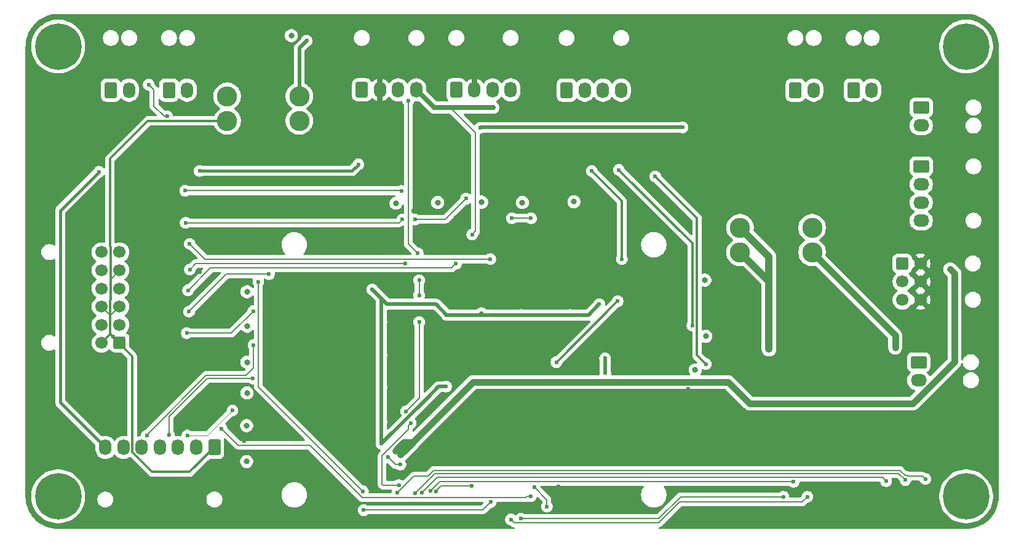
<source format=gbr>
%TF.GenerationSoftware,KiCad,Pcbnew,9.0.4*%
%TF.CreationDate,2025-10-25T01:57:36-05:00*%
%TF.ProjectId,ControlsLeader_PCB,436f6e74-726f-46c7-934c-65616465725f,rev?*%
%TF.SameCoordinates,Original*%
%TF.FileFunction,Copper,L2,Bot*%
%TF.FilePolarity,Positive*%
%FSLAX46Y46*%
G04 Gerber Fmt 4.6, Leading zero omitted, Abs format (unit mm)*
G04 Created by KiCad (PCBNEW 9.0.4) date 2025-10-25 01:57:36*
%MOMM*%
%LPD*%
G01*
G04 APERTURE LIST*
G04 Aperture macros list*
%AMRoundRect*
0 Rectangle with rounded corners*
0 $1 Rounding radius*
0 $2 $3 $4 $5 $6 $7 $8 $9 X,Y pos of 4 corners*
0 Add a 4 corners polygon primitive as box body*
4,1,4,$2,$3,$4,$5,$6,$7,$8,$9,$2,$3,0*
0 Add four circle primitives for the rounded corners*
1,1,$1+$1,$2,$3*
1,1,$1+$1,$4,$5*
1,1,$1+$1,$6,$7*
1,1,$1+$1,$8,$9*
0 Add four rect primitives between the rounded corners*
20,1,$1+$1,$2,$3,$4,$5,0*
20,1,$1+$1,$4,$5,$6,$7,0*
20,1,$1+$1,$6,$7,$8,$9,0*
20,1,$1+$1,$8,$9,$2,$3,0*%
G04 Aperture macros list end*
%TA.AperFunction,ComponentPad*%
%ADD10RoundRect,0.250000X-0.850000X-0.600000X0.850000X-0.600000X0.850000X0.600000X-0.850000X0.600000X0*%
%TD*%
%TA.AperFunction,ComponentPad*%
%ADD11O,2.200000X1.700000*%
%TD*%
%TA.AperFunction,ComponentPad*%
%ADD12RoundRect,0.250000X0.600000X-0.850000X0.600000X0.850000X-0.600000X0.850000X-0.600000X-0.850000X0*%
%TD*%
%TA.AperFunction,ComponentPad*%
%ADD13O,1.700000X2.200000*%
%TD*%
%TA.AperFunction,ComponentPad*%
%ADD14C,3.600000*%
%TD*%
%TA.AperFunction,ConnectorPad*%
%ADD15C,6.400000*%
%TD*%
%TA.AperFunction,ComponentPad*%
%ADD16C,2.780000*%
%TD*%
%TA.AperFunction,ComponentPad*%
%ADD17RoundRect,0.250000X-0.600000X-0.600000X0.600000X-0.600000X0.600000X0.600000X-0.600000X0.600000X0*%
%TD*%
%TA.AperFunction,ComponentPad*%
%ADD18C,1.700000*%
%TD*%
%TA.AperFunction,ComponentPad*%
%ADD19RoundRect,0.250000X0.600000X0.600000X-0.600000X0.600000X-0.600000X-0.600000X0.600000X-0.600000X0*%
%TD*%
%TA.AperFunction,ComponentPad*%
%ADD20RoundRect,0.250000X-0.600000X0.850000X-0.600000X-0.850000X0.600000X-0.850000X0.600000X0.850000X0*%
%TD*%
%TA.AperFunction,ViaPad*%
%ADD21C,0.600000*%
%TD*%
%TA.AperFunction,ViaPad*%
%ADD22C,0.800000*%
%TD*%
%TA.AperFunction,Conductor*%
%ADD23C,0.300000*%
%TD*%
%TA.AperFunction,Conductor*%
%ADD24C,0.200000*%
%TD*%
%TA.AperFunction,Conductor*%
%ADD25C,0.500000*%
%TD*%
%TA.AperFunction,Conductor*%
%ADD26C,0.900000*%
%TD*%
%TA.AperFunction,Conductor*%
%ADD27C,0.400000*%
%TD*%
%TA.AperFunction,Conductor*%
%ADD28C,1.000000*%
%TD*%
%TA.AperFunction,Conductor*%
%ADD29C,0.700000*%
%TD*%
%TA.AperFunction,Conductor*%
%ADD30C,0.100000*%
%TD*%
G04 APERTURE END LIST*
D10*
%TO.P,J11,1,Pin_1*%
%TO.N,/Dash/Contactor_OUT1*%
X208820000Y-71400000D03*
D11*
%TO.P,J11,2,Pin_2*%
%TO.N,/Dash/Contactor_IN1*%
X208820000Y-73900000D03*
%TD*%
D12*
%TO.P,J3,1,CAN_H*%
%TO.N,/CarCan_H*%
X105250000Y-69000000D03*
D13*
%TO.P,J3,2,CAN_L*%
%TO.N,/CarCan_L*%
X107750000Y-69000000D03*
%TD*%
D12*
%TO.P,J15,1,Pin_1*%
%TO.N,/3.3V_LDO*%
X160000000Y-69000000D03*
D13*
%TO.P,J15,2,Pin_2*%
%TO.N,/Ign_mtr_Signal*%
X162500000Y-69000000D03*
%TO.P,J15,3,Pin_3*%
%TO.N,/Ign_off_Signal*%
X165000000Y-69000000D03*
%TO.P,J15,4,Pin_4*%
%TO.N,/Ign_arr_Signal*%
X167500000Y-69000000D03*
%TD*%
D14*
%TO.P,H1,1*%
%TO.N,N/C*%
X90000000Y-63000000D03*
D15*
X90000000Y-63000000D03*
%TD*%
D16*
%TO.P,F2,1*%
%TO.N,Net-(Q6-D)*%
X183875000Y-87975000D03*
X183875000Y-91375000D03*
%TO.P,F2,2*%
%TO.N,/Horn_24V_Signal_Out*%
X193795000Y-87975000D03*
X193795000Y-91375000D03*
%TD*%
D12*
%TO.P,J13,1,Pin_1*%
%TO.N,/Dash/LV_EN*%
X199500000Y-69000000D03*
D13*
%TO.P,J13,2,Pin_2*%
%TO.N,/Dash/LV-*%
X202000000Y-69000000D03*
%TD*%
D10*
%TO.P,J17,1,Pin_1*%
%TO.N,/Horn_24V_Signal_Out*%
X208460000Y-106500000D03*
D11*
%TO.P,J17,2,Pin_2*%
%TO.N,/+24v_Horn*%
X208460000Y-109000000D03*
%TD*%
D17*
%TO.P,J8,1,Pin_1*%
%TO.N,+24V*%
X206220000Y-92900000D03*
D18*
%TO.P,J8,2,Pin_2*%
%TO.N,/+24v_Lights*%
X206220000Y-95400000D03*
%TO.P,J8,3,Pin_3*%
%TO.N,/+24v_Horn*%
X206220000Y-97900000D03*
%TO.P,J8,4,Pin_4*%
%TO.N,GND*%
X208720000Y-92900000D03*
%TO.P,J8,5,Pin_5*%
X208720000Y-95400000D03*
%TO.P,J8,6,Pin_6*%
X208720000Y-97900000D03*
%TD*%
D14*
%TO.P,H4,1*%
%TO.N,N/C*%
X90000000Y-125000000D03*
D15*
X90000000Y-125000000D03*
%TD*%
D14*
%TO.P,H2,1*%
%TO.N,N/C*%
X215000000Y-63000000D03*
D15*
X215000000Y-63000000D03*
%TD*%
D19*
%TO.P,J6,1,Pin_1*%
%TO.N,/3.3V_LDO*%
X98455000Y-103840000D03*
D18*
%TO.P,J6,2,Pin_2*%
%TO.N,/Cruise_Set_Signal*%
X98455000Y-101340000D03*
%TO.P,J6,3,Pin_3*%
%TO.N,/3.3V_LDO*%
X98455000Y-98840000D03*
%TO.P,J6,4,Pin_4*%
%TO.N,/Cruise_Enable_Signal*%
X98455000Y-96340000D03*
%TO.P,J6,5,Pin_5*%
%TO.N,/3.3V_LDO*%
X98455000Y-93840000D03*
%TO.P,J6,6,Pin_6*%
%TO.N,/Regen_Enable_Signal*%
X98455000Y-91340000D03*
%TO.P,J6,7,Pin_7*%
%TO.N,/3.3V_LDO*%
X95955000Y-103840000D03*
%TO.P,J6,8,Pin_8*%
%TO.N,/Hazard_Signal*%
X95955000Y-101340000D03*
%TO.P,J6,9,Pin_9*%
%TO.N,/3.3V_LDO*%
X95955000Y-98840000D03*
%TO.P,J6,10,Pin_10*%
%TO.N,/Rev_SW_Signal*%
X95955000Y-96340000D03*
%TO.P,J6,11,Pin_11*%
%TO.N,/Neutral_Gear_Signal*%
X95955000Y-93840000D03*
%TO.P,J6,12,Pin_12*%
%TO.N,/Fwd_SW_Signal*%
X95955000Y-91340000D03*
%TD*%
D12*
%TO.P,J9,1,Pin_1*%
%TO.N,/Dash/LV_EN*%
X191500000Y-69000000D03*
D13*
%TO.P,J9,2,Pin_2*%
%TO.N,/Dash/LV-*%
X194000000Y-69000000D03*
%TD*%
D16*
%TO.P,F1,1*%
%TO.N,/5v_3.3v_LDO/3.3V_LDO*%
X123190000Y-73250000D03*
X123190000Y-69850000D03*
%TO.P,F1,2*%
%TO.N,/3.3V_LDO*%
X113270000Y-73250000D03*
X113270000Y-69850000D03*
%TD*%
D20*
%TO.P,J12,1,Pin_1*%
%TO.N,/3.3V_LDO*%
X111500000Y-118260000D03*
D13*
%TO.P,J12,2,Pin_2*%
%TO.N,/Left_Blinker_Signal*%
X109000000Y-118260000D03*
%TO.P,J12,3,Pin_3*%
%TO.N,/Right_Blinker_Signal*%
X106500000Y-118260000D03*
%TO.P,J12,4,Pin_4*%
%TO.N,/Horn_3.3V_Signal*%
X104000000Y-118260000D03*
%TO.P,J12,5,Pin_5*%
%TO.N,/Regen_Active_Signal*%
X101500000Y-118260000D03*
%TO.P,J12,6,Pin_6*%
%TO.N,/Indicator_PWM*%
X99000000Y-118260000D03*
%TO.P,J12,7,Pin_7*%
%TO.N,/5V_LDO*%
X96500000Y-118260000D03*
%TD*%
D12*
%TO.P,J4,1,24V*%
%TO.N,/+24v_Lights*%
X144800000Y-68980000D03*
D13*
%TO.P,J4,2,GND*%
%TO.N,GND*%
X147300000Y-68980000D03*
%TO.P,J4,3,CAN_H*%
%TO.N,/PerCan_H*%
X149800000Y-68980000D03*
%TO.P,J4,4,CAN_L*%
%TO.N,/PerCan_L*%
X152300000Y-68980000D03*
%TD*%
D10*
%TO.P,J7,1,Pin_1*%
%TO.N,/Dash/Contactor_OUT1*%
X208820000Y-79500000D03*
D11*
%TO.P,J7,2,Pin_2*%
%TO.N,/Dash/Contactor_IN1*%
X208820000Y-82000000D03*
%TO.P,J7,3,Pin_3*%
%TO.N,/Dash/Contactor_OUT2*%
X208820000Y-84500000D03*
%TO.P,J7,4,Pin_4*%
X208820000Y-87000000D03*
%TD*%
D14*
%TO.P,H3,1*%
%TO.N,N/C*%
X215000000Y-125000000D03*
D15*
X215000000Y-125000000D03*
%TD*%
D12*
%TO.P,J1,1,CAN_H*%
%TO.N,/CarCan_H*%
X97260000Y-69000000D03*
D13*
%TO.P,J1,2,CAN_L*%
%TO.N,/CarCan_L*%
X99760000Y-69000000D03*
%TD*%
D12*
%TO.P,J2,1,24V*%
%TO.N,/+24v_Lights*%
X131810000Y-68980000D03*
D13*
%TO.P,J2,2,GND*%
%TO.N,GND*%
X134310000Y-68980000D03*
%TO.P,J2,3,CAN_H*%
%TO.N,/PerCan_H*%
X136810000Y-68980000D03*
%TO.P,J2,4,CAN_L*%
%TO.N,/PerCan_L*%
X139310000Y-68980000D03*
%TD*%
D21*
%TO.N,/3.3V_LDO*%
X97530000Y-102950000D03*
D22*
%TO.N,/5v_3.3v_LDO/3.3V_LDO*%
X122100000Y-61500000D03*
D21*
X124200000Y-62200000D03*
%TO.N,GND*%
X109890000Y-90040000D03*
X158900000Y-123650000D03*
X169830000Y-124690000D03*
X118000000Y-115000000D03*
X168200000Y-77100000D03*
X109498235Y-94128235D03*
X155500000Y-85600000D03*
X115600000Y-117350000D03*
X159275000Y-124950000D03*
X118800000Y-100900000D03*
X129600000Y-74200000D03*
X166970000Y-124680000D03*
X109930000Y-99650000D03*
X119100000Y-110100000D03*
X148900000Y-87000000D03*
X138900000Y-85600000D03*
X134300000Y-66300000D03*
X176700000Y-110200000D03*
X144700000Y-86600000D03*
X126100000Y-112500000D03*
X184464068Y-105804956D03*
X161000000Y-78100000D03*
X163725000Y-124665000D03*
X166300000Y-77000000D03*
X167035000Y-119800000D03*
X163715000Y-119850000D03*
X185400000Y-103400000D03*
X123320000Y-118790000D03*
X154900000Y-126375000D03*
D22*
X141940000Y-62860000D03*
D21*
X96500000Y-107000000D03*
X151410000Y-72470000D03*
X119060000Y-118890000D03*
X161600000Y-86300000D03*
X169900000Y-119840000D03*
X119000000Y-105500000D03*
D22*
X139910000Y-77590000D03*
D21*
X119000000Y-96000000D03*
X92900000Y-107000000D03*
X180300000Y-104910000D03*
X109290000Y-96760000D03*
D22*
%TO.N,+24V*%
X212800000Y-93700000D03*
X137130000Y-119260000D03*
X136430000Y-118710000D03*
D21*
%TO.N,/5V_LDO*%
X148100000Y-74200000D03*
X95620000Y-80260000D03*
X109470000Y-80140000D03*
X175950000Y-74150000D03*
X131320000Y-79240000D03*
%TO.N,/Extra_LED1*%
X136700000Y-124500000D03*
X209380000Y-122600000D03*
%TO.N,/Extra_LED2*%
X139150000Y-124550000D03*
X206630000Y-122750000D03*
%TO.N,/CarCan_TX_LED*%
X193130000Y-125050000D03*
X152320770Y-128179230D03*
%TO.N,/PH_Can_RX_LED*%
X189830000Y-125050000D03*
X153700000Y-128050000D03*
%TO.N,/Extra_LED3*%
X203980000Y-122900000D03*
X140100000Y-124450000D03*
%TO.N,/Extra_LED4*%
X191240708Y-123000000D03*
X141250000Y-124200000D03*
%TO.N,/Regen_Active_Signal*%
X102190000Y-116630000D03*
X116900000Y-104150000D03*
D22*
%TO.N,Net-(Q6-D)*%
X187855000Y-104720000D03*
%TO.N,/Fwd_SW_GPIO*%
X161000000Y-84400000D03*
%TO.N,/Neutral_Gear_GPIO*%
X148300000Y-84450000D03*
%TO.N,/Rev_SW_GPIO*%
X142250000Y-84500000D03*
%TO.N,/Ign_OFF_GPIO*%
X179150000Y-102925000D03*
%TO.N,/Ign_arr_GPIO*%
X177700000Y-107575000D03*
D21*
%TO.N,/Ign_mtr_GPIO*%
X167025000Y-98100000D03*
X158600000Y-106500000D03*
D22*
X179025000Y-95200000D03*
%TO.N,/Cruise_Enable_GPIO_IN*%
X136500000Y-84600000D03*
%TO.N,/Cruise_Set_GPIO_IN*%
X116000000Y-96800000D03*
%TO.N,/Regen_Enable_GPIO_IN*%
X153900000Y-84500000D03*
%TO.N,/Hazard_GPIO_IN*%
X116000000Y-101550000D03*
%TO.N,/Right_Blinker_ON*%
X115950000Y-115250000D03*
D21*
%TO.N,/Left_Blinker_ON*%
X135400000Y-119600000D03*
X137114297Y-120614297D03*
D22*
X115950000Y-120200000D03*
D21*
%TO.N,/CarCan_H*%
X155067515Y-124999998D03*
X112500000Y-115650000D03*
X105000000Y-72600000D03*
X102460000Y-68250000D03*
%TO.N,/CarCan_L*%
X117550000Y-95450000D03*
X149550000Y-125775884D03*
X131950000Y-124300000D03*
X157290069Y-126400000D03*
X132050000Y-126900000D03*
X155550000Y-123750000D03*
%TO.N,/PerCan_L*%
X149880000Y-71400000D03*
X147000000Y-88900000D03*
X142038482Y-124335283D03*
X146950000Y-123549000D03*
%TO.N,/PerCan_H*%
X136901473Y-123449998D03*
X138550000Y-114900000D03*
X139500000Y-91500000D03*
X138200000Y-70500000D03*
X139700000Y-100975000D03*
X139700000Y-97300000D03*
X139700000Y-95200000D03*
X137894669Y-113294669D03*
%TO.N,/3.3V_LSOM*%
X148250000Y-99750000D03*
X153750000Y-100000000D03*
X143400000Y-109875000D03*
X165300000Y-105975000D03*
X134500000Y-105500000D03*
X165311765Y-108011765D03*
X143500000Y-100000000D03*
X133250000Y-96500000D03*
X134500000Y-114750000D03*
X134500000Y-101000000D03*
X160500000Y-100000000D03*
X135500000Y-98500000D03*
X134500000Y-110000000D03*
X134500000Y-117750000D03*
X164500000Y-98500000D03*
D22*
%TO.N,/Regen_Active_GPIO_IN*%
X116000000Y-106500000D03*
%TO.N,/Horn_24V_Signal_Out*%
X205225000Y-104525000D03*
D21*
%TO.N,/Horn_3.3V_Signal*%
X116750000Y-108750000D03*
X105270000Y-116570000D03*
%TO.N,/Right_Blinker_Signal*%
X114000000Y-113150000D03*
X107790000Y-116610000D03*
%TO.N,/Hazard_Signal*%
X116850000Y-99475000D03*
X107700000Y-102500000D03*
%TO.N,/Cruise_Set_Signal*%
X108025000Y-99525000D03*
X119025000Y-94375000D03*
%TO.N,/Regen_Enable_Signal*%
X107550000Y-87300000D03*
X137375000Y-86825000D03*
X155100000Y-86675000D03*
X152475000Y-86675000D03*
X139130000Y-86825000D03*
X146150000Y-83975000D03*
%TO.N,/Neutral_Gear_Signal*%
X108100000Y-90200000D03*
X149500000Y-92300000D03*
%TO.N,/Fwd_SW_Signal*%
X137250000Y-82900000D03*
X107475000Y-82875000D03*
%TO.N,/Cruise_Enable_Signal*%
X108125000Y-93725000D03*
X137790465Y-92900000D03*
%TO.N,/Rev_SW_Signal*%
X107875000Y-96600000D03*
X144750000Y-92925000D03*
%TO.N,/Ign_mtr_Signal*%
X167600000Y-92300000D03*
X163450000Y-80150000D03*
%TO.N,/Ign_arr_Signal*%
X172200000Y-80900000D03*
X179155000Y-106755000D03*
%TO.N,/Ign_off_Signal*%
X167200000Y-80000000D03*
X177300000Y-101450000D03*
D22*
%TO.N,/Horn_GPIO_IN*%
X116000000Y-110750000D03*
%TD*%
D23*
%TO.N,/3.3V_LDO*%
X97156000Y-99816000D02*
X97156000Y-99564000D01*
X97160000Y-97990000D02*
X97220000Y-97930000D01*
X100201000Y-105736000D02*
X100201000Y-118909470D01*
X97480000Y-102950000D02*
X97195000Y-102665000D01*
X102942530Y-121651000D02*
X108109000Y-121651000D01*
D24*
X95955000Y-98840000D02*
X97156000Y-100041000D01*
D23*
X97530000Y-102950000D02*
X97480000Y-102950000D01*
D24*
X97295000Y-95000000D02*
X97220000Y-95000000D01*
D23*
X97130000Y-102665000D02*
X97156000Y-102639000D01*
D24*
X97156000Y-100041000D02*
X97156000Y-100220000D01*
D23*
X97160000Y-99560000D02*
X97160000Y-97990000D01*
D24*
X97156000Y-100139000D02*
X97156000Y-100220000D01*
X98455000Y-98840000D02*
X97880000Y-98840000D01*
D23*
X100201000Y-118909470D02*
X102942530Y-121651000D01*
D24*
X98455000Y-98840000D02*
X97156000Y-100139000D01*
D23*
X97130000Y-102665000D02*
X100201000Y-105736000D01*
D24*
X98455000Y-93840000D02*
X97295000Y-95000000D01*
D23*
X97131000Y-90199000D02*
X97131000Y-78469000D01*
X97130000Y-90540000D02*
X97130000Y-90200000D01*
X97156000Y-102639000D02*
X97156000Y-100220000D01*
X108109000Y-121651000D02*
X111500000Y-118260000D01*
X97156000Y-99564000D02*
X97160000Y-99560000D01*
X97220000Y-97930000D02*
X97220000Y-90630000D01*
X97195000Y-102665000D02*
X97130000Y-102665000D01*
X95955000Y-103840000D02*
X97130000Y-102665000D01*
X97130000Y-90200000D02*
X97131000Y-90199000D01*
X102350000Y-73250000D02*
X113270000Y-73250000D01*
X97220000Y-95000000D02*
X97220000Y-90630000D01*
X97156000Y-100220000D02*
X97156000Y-99816000D01*
X97220000Y-90630000D02*
X97130000Y-90540000D01*
X97131000Y-78469000D02*
X102350000Y-73250000D01*
D25*
%TO.N,/5v_3.3v_LDO/3.3V_LDO*%
X124200000Y-62200000D02*
X123190000Y-63210000D01*
X123190000Y-63210000D02*
X123190000Y-69850000D01*
D24*
%TO.N,GND*%
X184464068Y-104335932D02*
X185400000Y-103400000D01*
X115650000Y-117350000D02*
X115600000Y-117350000D01*
X184464068Y-105804956D02*
X184464068Y-104335932D01*
X118000000Y-115000000D02*
X115650000Y-117350000D01*
X96500000Y-107000000D02*
X92900000Y-107000000D01*
D26*
%TO.N,+24V*%
X138800000Y-117590000D02*
X137130000Y-119260000D01*
X147134676Y-109249000D02*
X182249000Y-109249000D01*
X137556324Y-117583676D02*
X136430000Y-118710000D01*
X213400000Y-94300000D02*
X212800000Y-93700000D01*
X207632735Y-112200000D02*
X213400000Y-106432735D01*
X138800000Y-117583676D02*
X147134676Y-109249000D01*
X182249000Y-109249000D02*
X185200000Y-112200000D01*
X138800000Y-117583676D02*
X137556324Y-117583676D01*
X185200000Y-112200000D02*
X207632735Y-112200000D01*
X138800000Y-117583676D02*
X138800000Y-117590000D01*
X213400000Y-106432735D02*
X213400000Y-94300000D01*
D27*
%TO.N,/5V_LDO*%
X109470000Y-80140000D02*
X130420000Y-80140000D01*
X90280000Y-85600000D02*
X95620000Y-80260000D01*
D25*
X148150000Y-74150000D02*
X148100000Y-74200000D01*
X175950000Y-74150000D02*
X148150000Y-74150000D01*
D27*
X90280000Y-112040000D02*
X90280000Y-85600000D01*
X130420000Y-80140000D02*
X131320000Y-79240000D01*
X96500000Y-118260000D02*
X90280000Y-112040000D01*
D24*
%TO.N,/Extra_LED1*%
X206596100Y-122149000D02*
X206878943Y-122149000D01*
X136700000Y-124500000D02*
X138975000Y-122225000D01*
X205896100Y-121449000D02*
X206596100Y-122149000D01*
X141683900Y-121449000D02*
X205896100Y-121449000D01*
X138975000Y-122225000D02*
X140907900Y-122225000D01*
X206878943Y-122149000D02*
X206954943Y-122225000D01*
X209005000Y-122225000D02*
X209380000Y-122600000D01*
X206954943Y-122225000D02*
X209005000Y-122225000D01*
X140907900Y-122225000D02*
X141683900Y-121449000D01*
%TO.N,/Extra_LED2*%
X141850000Y-121850000D02*
X205730000Y-121850000D01*
X139150000Y-124550000D02*
X141850000Y-121850000D01*
X205730000Y-121850000D02*
X206630000Y-122750000D01*
%TO.N,/CarCan_TX_LED*%
X192421450Y-125758550D02*
X193130000Y-125050000D01*
X175558550Y-125758550D02*
X192421450Y-125758550D01*
X172666100Y-128651000D02*
X175558550Y-125758550D01*
X152792540Y-128651000D02*
X172666100Y-128651000D01*
X152320770Y-128179230D02*
X152792540Y-128651000D01*
%TO.N,/PH_Can_RX_LED*%
X172700000Y-128050000D02*
X175700000Y-125050000D01*
X153700000Y-128050000D02*
X172700000Y-128050000D01*
X175700000Y-125050000D02*
X189830000Y-125050000D01*
%TO.N,/Extra_LED3*%
X142151000Y-122399000D02*
X203479000Y-122399000D01*
X203479000Y-122399000D02*
X203980000Y-122900000D01*
X140100000Y-124450000D02*
X142151000Y-122399000D01*
%TO.N,/Extra_LED4*%
X141250000Y-124200000D02*
X142501000Y-122949000D01*
X191189708Y-122949000D02*
X191240708Y-123000000D01*
X142501000Y-122949000D02*
X191189708Y-122949000D01*
%TO.N,/Regen_Active_Signal*%
X102190000Y-116492900D02*
X102190000Y-116630000D01*
X116900000Y-104150000D02*
X116900000Y-107300000D01*
X110382900Y-108300000D02*
X102190000Y-116492900D01*
X116900000Y-107300000D02*
X115900000Y-108300000D01*
X115900000Y-108300000D02*
X110382900Y-108300000D01*
D28*
%TO.N,Net-(Q6-D)*%
X187850000Y-95350000D02*
X187850000Y-91950000D01*
X187845000Y-103760000D02*
X187845000Y-104710000D01*
X187850000Y-91950000D02*
X183875000Y-87975000D01*
X187845000Y-104710000D02*
X187855000Y-104720000D01*
X187850000Y-95350000D02*
X183875000Y-91375000D01*
X187850000Y-103755000D02*
X187850000Y-95350000D01*
X187845000Y-103760000D02*
X187850000Y-103755000D01*
X187845000Y-103520000D02*
X187845000Y-103760000D01*
D23*
%TO.N,/Ign_mtr_GPIO*%
X158625000Y-106500000D02*
X158600000Y-106500000D01*
X167025000Y-98125000D02*
X167025000Y-98100000D01*
X167025000Y-98100000D02*
X158625000Y-106500000D01*
D24*
%TO.N,/Left_Blinker_ON*%
X135400000Y-119600000D02*
X136414297Y-120614297D01*
X136414297Y-120614297D02*
X137114297Y-120614297D01*
%TO.N,/CarCan_H*%
X105000000Y-72600000D02*
X104590000Y-72600000D01*
X154551770Y-124999998D02*
X155067515Y-124999998D01*
X104590000Y-72600000D02*
X103200000Y-71210000D01*
X124630000Y-117950000D02*
X131855884Y-125175884D01*
X103200000Y-68990000D02*
X102460000Y-68250000D01*
X112500000Y-115650000D02*
X114800000Y-117950000D01*
X114800000Y-117950000D02*
X124630000Y-117950000D01*
X131855884Y-125175884D02*
X154375884Y-125175884D01*
X103200000Y-71210000D02*
X103200000Y-68990000D01*
X154375884Y-125175884D02*
X154551770Y-124999998D01*
%TO.N,/CarCan_L*%
X132050000Y-126900000D02*
X132110000Y-126840000D01*
X131950000Y-124300000D02*
X132000000Y-124350000D01*
X117550000Y-109900000D02*
X131950000Y-124300000D01*
X157290069Y-125490069D02*
X157290069Y-126400000D01*
X132110000Y-126840000D02*
X148485884Y-126840000D01*
X155550000Y-123750000D02*
X157290069Y-125490069D01*
X117550000Y-95450000D02*
X117550000Y-109900000D01*
X148485884Y-126840000D02*
X149550000Y-125775884D01*
%TO.N,/PerCan_L*%
X142701000Y-123549000D02*
X142038482Y-124211518D01*
D29*
X141730000Y-71400000D02*
X139310000Y-68980000D01*
D24*
X142038482Y-124211518D02*
X142038482Y-124335283D01*
D29*
X143950000Y-71400000D02*
X141730000Y-71400000D01*
D24*
X143950000Y-71400000D02*
X147450000Y-74900000D01*
D29*
X149880000Y-71400000D02*
X143950000Y-71400000D01*
D24*
X146950000Y-123549000D02*
X142701000Y-123549000D01*
X147450000Y-88450000D02*
X147000000Y-88900000D01*
X147450000Y-74900000D02*
X147450000Y-88450000D01*
%TO.N,/PerCan_H*%
X138550000Y-114900000D02*
X138550000Y-114950000D01*
X139700000Y-100975000D02*
X139700000Y-111489338D01*
X138200000Y-70500000D02*
X138200000Y-90200000D01*
X136901471Y-123450000D02*
X136901473Y-123449998D01*
X134700000Y-123450000D02*
X136901471Y-123450000D01*
X139700000Y-95200000D02*
X139700000Y-97300000D01*
X139700000Y-111489338D02*
X137894669Y-113294669D01*
X138200000Y-115800000D02*
X134600000Y-119400000D01*
X138200000Y-115300000D02*
X138200000Y-115800000D01*
X134600000Y-123350000D02*
X134700000Y-123450000D01*
X134600000Y-119400000D02*
X134600000Y-123350000D01*
X138200000Y-90200000D02*
X139500000Y-91500000D01*
X138550000Y-114950000D02*
X138200000Y-115300000D01*
D25*
%TO.N,/3.3V_LSOM*%
X163000000Y-100000000D02*
X164500000Y-98500000D01*
X143500000Y-100000000D02*
X148000000Y-100000000D01*
X134500000Y-110750000D02*
X134500000Y-106250000D01*
X135250000Y-98500000D02*
X142000000Y-98500000D01*
X140901000Y-111349000D02*
X142375000Y-109875000D01*
X165300000Y-105975000D02*
X165300000Y-108000000D01*
X134500000Y-115500000D02*
X134500000Y-114750000D01*
X134500000Y-101500000D02*
X134500000Y-101000000D01*
X153750000Y-100000000D02*
X160500000Y-100000000D01*
X148000000Y-100000000D02*
X153750000Y-100000000D01*
X165300000Y-108000000D02*
X165311765Y-108011765D01*
X134500000Y-106250000D02*
X134500000Y-101500000D01*
X160500000Y-100000000D02*
X163000000Y-100000000D01*
X134500000Y-97750000D02*
X133250000Y-96500000D01*
X134500000Y-97750000D02*
X135250000Y-98500000D01*
X135250000Y-98500000D02*
X135500000Y-98500000D01*
X134500000Y-101500000D02*
X134500000Y-97750000D01*
X142000000Y-98500000D02*
X143500000Y-100000000D01*
X134500000Y-106250000D02*
X134500000Y-105500000D01*
X134500000Y-117750000D02*
X134500000Y-115500000D01*
X148000000Y-100000000D02*
X148250000Y-99750000D01*
X140901000Y-111349000D02*
X134500000Y-117750000D01*
X134500000Y-110750000D02*
X134500000Y-110000000D01*
X142375000Y-109875000D02*
X143400000Y-109875000D01*
X134500000Y-115500000D02*
X134500000Y-110750000D01*
D26*
%TO.N,/Horn_24V_Signal_Out*%
X205225000Y-102805000D02*
X193795000Y-91375000D01*
X205225000Y-104525000D02*
X205225000Y-102805000D01*
D24*
%TO.N,/Horn_3.3V_Signal*%
X105270000Y-116570000D02*
X105270000Y-113980000D01*
X105270000Y-113980000D02*
X110500000Y-108750000D01*
X110500000Y-108750000D02*
X116750000Y-108750000D01*
D30*
%TO.N,/Right_Blinker_Signal*%
X110540000Y-116610000D02*
X114000000Y-113150000D01*
D24*
X114000000Y-113150000D02*
X114050000Y-113150000D01*
D30*
X107790000Y-116610000D02*
X110540000Y-116610000D01*
D24*
%TO.N,/Hazard_Signal*%
X107700000Y-102500000D02*
X113825000Y-102500000D01*
X113825000Y-102500000D02*
X116850000Y-99475000D01*
%TO.N,/Cruise_Set_Signal*%
X108025000Y-99525000D02*
X113175000Y-94375000D01*
X113175000Y-94375000D02*
X119025000Y-94375000D01*
%TO.N,/Regen_Enable_Signal*%
X107550000Y-87300000D02*
X136900000Y-87300000D01*
X152475000Y-86675000D02*
X155100000Y-86675000D01*
X136900000Y-87300000D02*
X137375000Y-86825000D01*
X139130000Y-86825000D02*
X139155000Y-86800000D01*
X139155000Y-86800000D02*
X143325000Y-86800000D01*
X143325000Y-86800000D02*
X146150000Y-83975000D01*
%TO.N,/Neutral_Gear_Signal*%
X108100000Y-90200000D02*
X110200000Y-92300000D01*
X110200000Y-92300000D02*
X149500000Y-92300000D01*
%TO.N,/Fwd_SW_Signal*%
X107475000Y-82875000D02*
X137225000Y-82875000D01*
X137225000Y-82875000D02*
X137250000Y-82900000D01*
%TO.N,/Cruise_Enable_Signal*%
X108950000Y-92900000D02*
X108125000Y-93725000D01*
X137790465Y-92900000D02*
X108950000Y-92900000D01*
%TO.N,/Rev_SW_Signal*%
X144174000Y-93501000D02*
X144750000Y-92925000D01*
X107875000Y-96600000D02*
X110974000Y-93501000D01*
X110974000Y-93501000D02*
X144174000Y-93501000D01*
D23*
%TO.N,/Ign_mtr_Signal*%
X163450000Y-80150000D02*
X167600000Y-84300000D01*
X167600000Y-84300000D02*
X167600000Y-92300000D01*
%TO.N,/Ign_arr_Signal*%
X179155000Y-106755000D02*
X177951000Y-105551000D01*
X177951000Y-105551000D02*
X177951000Y-86651000D01*
X177951000Y-86651000D02*
X172200000Y-80900000D01*
%TO.N,/Ign_off_Signal*%
X167200000Y-80000000D02*
X177300000Y-90100000D01*
X177300000Y-90100000D02*
X177300000Y-101450000D01*
%TD*%
%TA.AperFunction,Conductor*%
%TO.N,GND*%
G36*
X116237273Y-109370185D02*
G01*
X116239125Y-109371398D01*
X116370814Y-109459390D01*
X116370827Y-109459397D01*
X116513304Y-109518412D01*
X116516503Y-109519737D01*
X116671153Y-109550499D01*
X116671156Y-109550500D01*
X116825500Y-109550500D01*
X116834185Y-109553050D01*
X116843147Y-109551762D01*
X116867187Y-109562740D01*
X116892539Y-109570185D01*
X116898466Y-109577025D01*
X116906703Y-109580787D01*
X116920992Y-109603021D01*
X116938294Y-109622989D01*
X116940581Y-109633503D01*
X116944477Y-109639565D01*
X116949500Y-109674500D01*
X116949500Y-109813330D01*
X116949499Y-109813348D01*
X116949499Y-109979054D01*
X116949498Y-109979054D01*
X116990423Y-110131786D01*
X117003854Y-110155047D01*
X117003855Y-110155052D01*
X117003857Y-110155052D01*
X117061083Y-110254172D01*
X117069479Y-110268714D01*
X117069481Y-110268717D01*
X117188349Y-110387585D01*
X117188355Y-110387590D01*
X123938584Y-117137819D01*
X123972069Y-117199142D01*
X123967085Y-117268834D01*
X123925213Y-117324767D01*
X123859749Y-117349184D01*
X123850903Y-117349500D01*
X115100097Y-117349500D01*
X115033058Y-117329815D01*
X115012416Y-117313181D01*
X113334574Y-115635339D01*
X113301089Y-115574016D01*
X113300638Y-115571849D01*
X113269738Y-115416510D01*
X113269737Y-115416503D01*
X113237508Y-115338695D01*
X113209397Y-115270827D01*
X113209390Y-115270814D01*
X113181710Y-115229389D01*
X113181709Y-115229388D01*
X113136217Y-115161304D01*
X115049500Y-115161304D01*
X115049500Y-115338695D01*
X115084103Y-115512658D01*
X115084106Y-115512667D01*
X115151983Y-115676540D01*
X115151990Y-115676553D01*
X115250535Y-115824034D01*
X115250538Y-115824038D01*
X115375961Y-115949461D01*
X115375965Y-115949464D01*
X115523446Y-116048009D01*
X115523459Y-116048016D01*
X115635353Y-116094363D01*
X115687334Y-116115894D01*
X115687336Y-116115894D01*
X115687341Y-116115896D01*
X115861304Y-116150499D01*
X115861307Y-116150500D01*
X115861309Y-116150500D01*
X116038693Y-116150500D01*
X116038694Y-116150499D01*
X116096682Y-116138964D01*
X116212658Y-116115896D01*
X116212661Y-116115894D01*
X116212666Y-116115894D01*
X116376547Y-116048013D01*
X116524035Y-115949464D01*
X116649464Y-115824035D01*
X116748013Y-115676547D01*
X116815894Y-115512666D01*
X116850500Y-115338691D01*
X116850500Y-115161309D01*
X116850500Y-115161306D01*
X116850499Y-115161304D01*
X116815896Y-114987341D01*
X116815893Y-114987332D01*
X116812376Y-114978842D01*
X116784046Y-114910446D01*
X116748016Y-114823459D01*
X116748009Y-114823446D01*
X116649464Y-114675965D01*
X116649461Y-114675961D01*
X116524038Y-114550538D01*
X116524034Y-114550535D01*
X116376553Y-114451990D01*
X116376540Y-114451983D01*
X116212667Y-114384106D01*
X116212658Y-114384103D01*
X116038694Y-114349500D01*
X116038691Y-114349500D01*
X115861309Y-114349500D01*
X115861306Y-114349500D01*
X115687341Y-114384103D01*
X115687332Y-114384106D01*
X115523459Y-114451983D01*
X115523446Y-114451990D01*
X115375965Y-114550535D01*
X115375961Y-114550538D01*
X115250538Y-114675961D01*
X115250535Y-114675965D01*
X115151990Y-114823446D01*
X115151983Y-114823459D01*
X115084106Y-114987332D01*
X115084103Y-114987341D01*
X115049500Y-115161304D01*
X113136217Y-115161304D01*
X113121789Y-115139711D01*
X113038855Y-115056777D01*
X113035135Y-115052282D01*
X113023553Y-115025322D01*
X113009497Y-114999580D01*
X113009924Y-114993597D01*
X113007557Y-114988085D01*
X113012388Y-114959150D01*
X113014481Y-114929888D01*
X113018254Y-114924015D01*
X113019064Y-114919170D01*
X113026975Y-114910446D01*
X113042980Y-114885544D01*
X113941706Y-113986819D01*
X114003029Y-113953334D01*
X114029387Y-113950500D01*
X114078844Y-113950500D01*
X114078845Y-113950499D01*
X114233497Y-113919737D01*
X114379179Y-113859394D01*
X114510289Y-113771789D01*
X114621789Y-113660289D01*
X114709394Y-113529179D01*
X114769737Y-113383497D01*
X114800500Y-113228842D01*
X114800500Y-113071158D01*
X114800500Y-113071155D01*
X114800499Y-113071153D01*
X114774073Y-112938302D01*
X114769737Y-112916503D01*
X114769315Y-112915483D01*
X114709397Y-112770827D01*
X114709390Y-112770814D01*
X114621789Y-112639711D01*
X114621786Y-112639707D01*
X114510292Y-112528213D01*
X114510288Y-112528210D01*
X114379185Y-112440609D01*
X114379172Y-112440602D01*
X114233501Y-112380264D01*
X114233489Y-112380261D01*
X114078845Y-112349500D01*
X114078842Y-112349500D01*
X113921158Y-112349500D01*
X113921155Y-112349500D01*
X113766510Y-112380261D01*
X113766498Y-112380264D01*
X113620827Y-112440602D01*
X113620814Y-112440609D01*
X113489711Y-112528210D01*
X113489707Y-112528213D01*
X113378213Y-112639707D01*
X113378210Y-112639711D01*
X113290609Y-112770814D01*
X113290602Y-112770827D01*
X113230264Y-112916498D01*
X113230261Y-112916510D01*
X113199500Y-113071153D01*
X113199500Y-113120613D01*
X113179815Y-113187652D01*
X113163181Y-113208294D01*
X110348294Y-116023181D01*
X110286971Y-116056666D01*
X110260613Y-116059500D01*
X108422940Y-116059500D01*
X108355901Y-116039815D01*
X108335258Y-116023180D01*
X108300292Y-115988213D01*
X108300288Y-115988210D01*
X108169185Y-115900609D01*
X108169172Y-115900602D01*
X108023501Y-115840264D01*
X108023489Y-115840261D01*
X107868845Y-115809500D01*
X107868842Y-115809500D01*
X107711158Y-115809500D01*
X107711155Y-115809500D01*
X107556510Y-115840261D01*
X107556498Y-115840264D01*
X107410827Y-115900602D01*
X107410814Y-115900609D01*
X107279711Y-115988210D01*
X107279707Y-115988213D01*
X107168213Y-116099707D01*
X107168210Y-116099711D01*
X107080609Y-116230814D01*
X107080602Y-116230827D01*
X107020264Y-116376498D01*
X107020261Y-116376510D01*
X106989500Y-116531153D01*
X106989500Y-116578376D01*
X106969815Y-116645415D01*
X106917011Y-116691170D01*
X106847853Y-116701114D01*
X106827189Y-116696309D01*
X106816247Y-116692754D01*
X106642502Y-116665236D01*
X106606287Y-116659500D01*
X106393713Y-116659500D01*
X106213897Y-116687979D01*
X106144604Y-116679024D01*
X106091152Y-116634028D01*
X106070513Y-116567276D01*
X106070500Y-116565506D01*
X106070500Y-116491155D01*
X106070499Y-116491153D01*
X106062440Y-116450638D01*
X106039737Y-116336503D01*
X106016549Y-116280521D01*
X105979397Y-116190827D01*
X105979390Y-116190814D01*
X105891398Y-116059125D01*
X105870520Y-115992447D01*
X105870500Y-115990234D01*
X105870500Y-114280097D01*
X105890185Y-114213058D01*
X105906819Y-114192416D01*
X109437931Y-110661304D01*
X115099500Y-110661304D01*
X115099500Y-110838695D01*
X115134103Y-111012658D01*
X115134106Y-111012667D01*
X115201983Y-111176540D01*
X115201990Y-111176553D01*
X115300535Y-111324034D01*
X115300538Y-111324038D01*
X115425961Y-111449461D01*
X115425965Y-111449464D01*
X115573446Y-111548009D01*
X115573459Y-111548016D01*
X115696363Y-111598923D01*
X115737334Y-111615894D01*
X115737336Y-111615894D01*
X115737341Y-111615896D01*
X115911304Y-111650499D01*
X115911307Y-111650500D01*
X115911309Y-111650500D01*
X116088693Y-111650500D01*
X116088694Y-111650499D01*
X116146682Y-111638964D01*
X116262658Y-111615896D01*
X116262661Y-111615894D01*
X116262666Y-111615894D01*
X116426547Y-111548013D01*
X116574035Y-111449464D01*
X116699464Y-111324035D01*
X116798013Y-111176547D01*
X116865894Y-111012666D01*
X116900500Y-110838691D01*
X116900500Y-110661309D01*
X116900500Y-110661306D01*
X116900499Y-110661304D01*
X116865896Y-110487341D01*
X116865893Y-110487332D01*
X116798016Y-110323459D01*
X116798009Y-110323446D01*
X116699464Y-110175965D01*
X116699461Y-110175961D01*
X116574038Y-110050538D01*
X116574034Y-110050535D01*
X116426553Y-109951990D01*
X116426540Y-109951983D01*
X116262667Y-109884106D01*
X116262658Y-109884103D01*
X116088694Y-109849500D01*
X116088691Y-109849500D01*
X115911309Y-109849500D01*
X115911306Y-109849500D01*
X115737341Y-109884103D01*
X115737332Y-109884106D01*
X115573459Y-109951983D01*
X115573446Y-109951990D01*
X115425965Y-110050535D01*
X115425961Y-110050538D01*
X115300538Y-110175961D01*
X115300535Y-110175965D01*
X115201990Y-110323446D01*
X115201983Y-110323459D01*
X115134106Y-110487332D01*
X115134103Y-110487341D01*
X115099500Y-110661304D01*
X109437931Y-110661304D01*
X110712416Y-109386819D01*
X110773739Y-109353334D01*
X110800097Y-109350500D01*
X116170234Y-109350500D01*
X116237273Y-109370185D01*
G37*
%TD.AperFunction*%
%TA.AperFunction,Conductor*%
G36*
X96439362Y-80729557D02*
G01*
X96476081Y-80788999D01*
X96480500Y-80821806D01*
X96480500Y-89920074D01*
X96460815Y-89987113D01*
X96408011Y-90032868D01*
X96338853Y-90042812D01*
X96318185Y-90038006D01*
X96271243Y-90022754D01*
X96271241Y-90022753D01*
X96271236Y-90022752D01*
X96092965Y-89994517D01*
X96061287Y-89989500D01*
X95848713Y-89989500D01*
X95800042Y-89997208D01*
X95638760Y-90022753D01*
X95638757Y-90022754D01*
X95437678Y-90088089D01*
X95436585Y-90088444D01*
X95247179Y-90184951D01*
X95075213Y-90309890D01*
X94924890Y-90460213D01*
X94799951Y-90632179D01*
X94703444Y-90821585D01*
X94637753Y-91023760D01*
X94604500Y-91233713D01*
X94604500Y-91446286D01*
X94636591Y-91648905D01*
X94637754Y-91656243D01*
X94701183Y-91851458D01*
X94703444Y-91858414D01*
X94799951Y-92047820D01*
X94924890Y-92219786D01*
X95075209Y-92370105D01*
X95075214Y-92370109D01*
X95239793Y-92489682D01*
X95282459Y-92545011D01*
X95288438Y-92614625D01*
X95255833Y-92676420D01*
X95239793Y-92690318D01*
X95075214Y-92809890D01*
X95075209Y-92809894D01*
X94924890Y-92960213D01*
X94799951Y-93132179D01*
X94703444Y-93321585D01*
X94637753Y-93523760D01*
X94604500Y-93733713D01*
X94604500Y-93946286D01*
X94636802Y-94150236D01*
X94637754Y-94156243D01*
X94699666Y-94346789D01*
X94703444Y-94358414D01*
X94799951Y-94547820D01*
X94924890Y-94719786D01*
X95075209Y-94870105D01*
X95075214Y-94870109D01*
X95239793Y-94989682D01*
X95282459Y-95045011D01*
X95288438Y-95114625D01*
X95255833Y-95176420D01*
X95239793Y-95190318D01*
X95075214Y-95309890D01*
X95075209Y-95309894D01*
X94924890Y-95460213D01*
X94799951Y-95632179D01*
X94703444Y-95821585D01*
X94637753Y-96023760D01*
X94604500Y-96233713D01*
X94604500Y-96446286D01*
X94636564Y-96648735D01*
X94637754Y-96656243D01*
X94684301Y-96799500D01*
X94703444Y-96858414D01*
X94799951Y-97047820D01*
X94924890Y-97219786D01*
X95075209Y-97370105D01*
X95075214Y-97370109D01*
X95239793Y-97489682D01*
X95282459Y-97545011D01*
X95288438Y-97614625D01*
X95255833Y-97676420D01*
X95239793Y-97690318D01*
X95075214Y-97809890D01*
X95075209Y-97809894D01*
X94924890Y-97960213D01*
X94799951Y-98132179D01*
X94703444Y-98321585D01*
X94637753Y-98523760D01*
X94611356Y-98690425D01*
X94604500Y-98733713D01*
X94604500Y-98946287D01*
X94613087Y-99000500D01*
X94637011Y-99151557D01*
X94637754Y-99156243D01*
X94681701Y-99291498D01*
X94703444Y-99358414D01*
X94799951Y-99547820D01*
X94924890Y-99719786D01*
X95075209Y-99870105D01*
X95075214Y-99870109D01*
X95239793Y-99989682D01*
X95282459Y-100045011D01*
X95288438Y-100114625D01*
X95255833Y-100176420D01*
X95239793Y-100190318D01*
X95075214Y-100309890D01*
X95075209Y-100309894D01*
X94924890Y-100460213D01*
X94799951Y-100632179D01*
X94703444Y-100821585D01*
X94703443Y-100821587D01*
X94703443Y-100821588D01*
X94694038Y-100850535D01*
X94637753Y-101023760D01*
X94604500Y-101233713D01*
X94604500Y-101446286D01*
X94617575Y-101528842D01*
X94637754Y-101656243D01*
X94693942Y-101829172D01*
X94703444Y-101858414D01*
X94799951Y-102047820D01*
X94924890Y-102219786D01*
X95075209Y-102370105D01*
X95075214Y-102370109D01*
X95239793Y-102489682D01*
X95282459Y-102545011D01*
X95288438Y-102614625D01*
X95255833Y-102676420D01*
X95239793Y-102690318D01*
X95075214Y-102809890D01*
X95075209Y-102809894D01*
X94924890Y-102960213D01*
X94799951Y-103132179D01*
X94703444Y-103321585D01*
X94637753Y-103523760D01*
X94619101Y-103641526D01*
X94604500Y-103733713D01*
X94604500Y-103946287D01*
X94637754Y-104156243D01*
X94672261Y-104262445D01*
X94703444Y-104358414D01*
X94799951Y-104547820D01*
X94924890Y-104719786D01*
X95075213Y-104870109D01*
X95247179Y-104995048D01*
X95247181Y-104995049D01*
X95247184Y-104995051D01*
X95436588Y-105091557D01*
X95638757Y-105157246D01*
X95848713Y-105190500D01*
X95848714Y-105190500D01*
X96061286Y-105190500D01*
X96061287Y-105190500D01*
X96271243Y-105157246D01*
X96473412Y-105091557D01*
X96662816Y-104995051D01*
X96834792Y-104870104D01*
X96973604Y-104731291D01*
X97034923Y-104697809D01*
X97104615Y-104702793D01*
X97160549Y-104744664D01*
X97166821Y-104753878D01*
X97170185Y-104759333D01*
X97170186Y-104759334D01*
X97262288Y-104908656D01*
X97386344Y-105032712D01*
X97535666Y-105124814D01*
X97702203Y-105179999D01*
X97804991Y-105190500D01*
X98684191Y-105190499D01*
X98751230Y-105210183D01*
X98771872Y-105226818D01*
X99514181Y-105969127D01*
X99547666Y-106030450D01*
X99550500Y-106056808D01*
X99550500Y-116598197D01*
X99530815Y-116665236D01*
X99478011Y-116710991D01*
X99408853Y-116720935D01*
X99388183Y-116716128D01*
X99316244Y-116692754D01*
X99316240Y-116692753D01*
X99142502Y-116665236D01*
X99106287Y-116659500D01*
X98893713Y-116659500D01*
X98857498Y-116665236D01*
X98683760Y-116692753D01*
X98683757Y-116692754D01*
X98510574Y-116749025D01*
X98481585Y-116758444D01*
X98292179Y-116854951D01*
X98120213Y-116979890D01*
X97969894Y-117130209D01*
X97969890Y-117130214D01*
X97850318Y-117294793D01*
X97794989Y-117337459D01*
X97725375Y-117343438D01*
X97663580Y-117310833D01*
X97649682Y-117294793D01*
X97530109Y-117130214D01*
X97530105Y-117130209D01*
X97379786Y-116979890D01*
X97207820Y-116854951D01*
X97018414Y-116758444D01*
X97018413Y-116758443D01*
X97018412Y-116758443D01*
X96816243Y-116692754D01*
X96816241Y-116692753D01*
X96816240Y-116692753D01*
X96642502Y-116665236D01*
X96606287Y-116659500D01*
X96393713Y-116659500D01*
X96357498Y-116665236D01*
X96183753Y-116692754D01*
X96059523Y-116733118D01*
X95989682Y-116735113D01*
X95933525Y-116702868D01*
X91016819Y-111786162D01*
X90983334Y-111724839D01*
X90980500Y-111698481D01*
X90980500Y-85941517D01*
X91000185Y-85874478D01*
X91016814Y-85853841D01*
X95814584Y-81056070D01*
X95854810Y-81029193D01*
X95999172Y-80969397D01*
X95999172Y-80969396D01*
X95999179Y-80969394D01*
X96130289Y-80881789D01*
X96241789Y-80770289D01*
X96253397Y-80752915D01*
X96307009Y-80708111D01*
X96376334Y-80699403D01*
X96439362Y-80729557D01*
G37*
%TD.AperFunction*%
%TA.AperFunction,Conductor*%
G36*
X139674754Y-70559491D02*
G01*
X139712540Y-70585329D01*
X141187834Y-72060624D01*
X141187838Y-72060627D01*
X141327132Y-72153701D01*
X141327133Y-72153701D01*
X141327137Y-72153704D01*
X141432729Y-72197441D01*
X141481918Y-72217816D01*
X141646228Y-72250499D01*
X141646232Y-72250500D01*
X141646233Y-72250500D01*
X143866233Y-72250500D01*
X143899903Y-72250500D01*
X143966942Y-72270185D01*
X143987584Y-72286819D01*
X146813181Y-75112416D01*
X146846666Y-75173739D01*
X146849500Y-75200097D01*
X146849500Y-83247649D01*
X146829815Y-83314688D01*
X146777011Y-83360443D01*
X146707853Y-83370387D01*
X146656609Y-83350751D01*
X146529185Y-83265609D01*
X146529172Y-83265602D01*
X146383501Y-83205264D01*
X146383489Y-83205261D01*
X146228845Y-83174500D01*
X146228842Y-83174500D01*
X146071158Y-83174500D01*
X146071155Y-83174500D01*
X145916510Y-83205261D01*
X145916498Y-83205264D01*
X145770827Y-83265602D01*
X145770814Y-83265609D01*
X145639711Y-83353210D01*
X145639707Y-83353213D01*
X145528213Y-83464707D01*
X145528210Y-83464711D01*
X145440609Y-83595814D01*
X145440602Y-83595827D01*
X145380264Y-83741498D01*
X145380261Y-83741508D01*
X145349361Y-83896850D01*
X145316976Y-83958761D01*
X145315425Y-83960339D01*
X143112584Y-86163181D01*
X143051261Y-86196666D01*
X143024903Y-86199500D01*
X139672350Y-86199500D01*
X139605311Y-86179815D01*
X139603459Y-86178602D01*
X139509184Y-86115609D01*
X139509172Y-86115602D01*
X139363501Y-86055264D01*
X139363489Y-86055261D01*
X139208845Y-86024500D01*
X139208842Y-86024500D01*
X139051158Y-86024500D01*
X139051153Y-86024500D01*
X138948691Y-86044881D01*
X138879099Y-86038654D01*
X138823922Y-85995791D01*
X138800678Y-85929901D01*
X138800500Y-85923264D01*
X138800500Y-84411304D01*
X141349500Y-84411304D01*
X141349500Y-84588695D01*
X141384103Y-84762658D01*
X141384106Y-84762667D01*
X141451983Y-84926540D01*
X141451990Y-84926553D01*
X141550535Y-85074034D01*
X141550538Y-85074038D01*
X141675961Y-85199461D01*
X141675965Y-85199464D01*
X141823446Y-85298009D01*
X141823459Y-85298016D01*
X141872942Y-85318512D01*
X141987334Y-85365894D01*
X141987336Y-85365894D01*
X141987341Y-85365896D01*
X142161304Y-85400499D01*
X142161307Y-85400500D01*
X142161309Y-85400500D01*
X142338693Y-85400500D01*
X142338694Y-85400499D01*
X142396682Y-85388964D01*
X142512658Y-85365896D01*
X142512661Y-85365894D01*
X142512666Y-85365894D01*
X142676547Y-85298013D01*
X142824035Y-85199464D01*
X142949464Y-85074035D01*
X143048013Y-84926547D01*
X143115894Y-84762666D01*
X143119461Y-84744737D01*
X143150499Y-84588695D01*
X143150500Y-84588693D01*
X143150500Y-84411306D01*
X143150499Y-84411304D01*
X143115896Y-84237341D01*
X143115893Y-84237332D01*
X143115311Y-84235928D01*
X143074473Y-84137334D01*
X143048016Y-84073459D01*
X143048009Y-84073446D01*
X142949464Y-83925965D01*
X142949461Y-83925961D01*
X142824038Y-83800538D01*
X142824034Y-83800535D01*
X142676553Y-83701990D01*
X142676540Y-83701983D01*
X142512667Y-83634106D01*
X142512658Y-83634103D01*
X142338694Y-83599500D01*
X142338691Y-83599500D01*
X142161309Y-83599500D01*
X142161306Y-83599500D01*
X141987341Y-83634103D01*
X141987332Y-83634106D01*
X141823459Y-83701983D01*
X141823446Y-83701990D01*
X141675965Y-83800535D01*
X141675961Y-83800538D01*
X141550538Y-83925961D01*
X141550535Y-83925965D01*
X141451990Y-84073446D01*
X141451983Y-84073459D01*
X141384106Y-84237332D01*
X141384103Y-84237341D01*
X141349500Y-84411304D01*
X138800500Y-84411304D01*
X138800500Y-71079765D01*
X138820185Y-71012726D01*
X138821398Y-71010874D01*
X138830576Y-70997139D01*
X138909394Y-70879179D01*
X138969737Y-70733497D01*
X138983128Y-70666178D01*
X139015513Y-70604267D01*
X139076228Y-70569693D01*
X139124138Y-70567896D01*
X139203713Y-70580500D01*
X139203716Y-70580500D01*
X139416286Y-70580500D01*
X139416287Y-70580500D01*
X139605462Y-70550537D01*
X139674754Y-70559491D01*
G37*
%TD.AperFunction*%
%TA.AperFunction,Conductor*%
G36*
X208120000Y-95478991D02*
G01*
X208160889Y-95631591D01*
X208239881Y-95768408D01*
X208351592Y-95880119D01*
X208488409Y-95959111D01*
X208641009Y-96000000D01*
X208650330Y-96000000D01*
X208067601Y-96582726D01*
X208075184Y-96630604D01*
X208075184Y-96669399D01*
X208067601Y-96717271D01*
X208650330Y-97300000D01*
X208641009Y-97300000D01*
X208488409Y-97340889D01*
X208351592Y-97419881D01*
X208239881Y-97531592D01*
X208160889Y-97668409D01*
X208120000Y-97821009D01*
X208120000Y-97830330D01*
X207537271Y-97247601D01*
X207502191Y-97253158D01*
X207432898Y-97244202D01*
X207379446Y-97199205D01*
X207377062Y-97195467D01*
X207375057Y-97192196D01*
X207375051Y-97192184D01*
X207356789Y-97167048D01*
X207250109Y-97020213D01*
X207099792Y-96869896D01*
X207083988Y-96858414D01*
X206935204Y-96750316D01*
X206918025Y-96728038D01*
X206898421Y-96707866D01*
X206896977Y-96700744D01*
X206892540Y-96694989D01*
X206890132Y-96666959D01*
X206884546Y-96639388D01*
X206887182Y-96632615D01*
X206886561Y-96625376D01*
X206899689Y-96600494D01*
X206909896Y-96574279D01*
X206917336Y-96567048D01*
X206919166Y-96563580D01*
X206935199Y-96549686D01*
X207099792Y-96430104D01*
X207250104Y-96279792D01*
X207250106Y-96279788D01*
X207250109Y-96279786D01*
X207365607Y-96120814D01*
X207375051Y-96107816D01*
X207375056Y-96107805D01*
X207377055Y-96104544D01*
X207428858Y-96057659D01*
X207497785Y-96046224D01*
X207502192Y-96046841D01*
X207537271Y-96052397D01*
X208120000Y-95469669D01*
X208120000Y-95478991D01*
G37*
%TD.AperFunction*%
%TA.AperFunction,Conductor*%
G36*
X208120000Y-92978991D02*
G01*
X208160889Y-93131591D01*
X208239881Y-93268408D01*
X208351592Y-93380119D01*
X208488409Y-93459111D01*
X208641009Y-93500000D01*
X208650330Y-93500000D01*
X208067601Y-94082726D01*
X208075184Y-94130604D01*
X208075184Y-94169399D01*
X208067601Y-94217271D01*
X208650330Y-94800000D01*
X208641009Y-94800000D01*
X208488409Y-94840889D01*
X208351592Y-94919881D01*
X208239881Y-95031592D01*
X208160889Y-95168409D01*
X208120000Y-95321009D01*
X208120000Y-95330330D01*
X207537271Y-94747601D01*
X207502191Y-94753158D01*
X207432898Y-94744202D01*
X207379446Y-94699205D01*
X207377062Y-94695467D01*
X207375057Y-94692196D01*
X207375051Y-94692184D01*
X207349773Y-94657391D01*
X207250109Y-94520213D01*
X207111294Y-94381398D01*
X207077809Y-94320075D01*
X207082793Y-94250383D01*
X207124665Y-94194450D01*
X207133879Y-94188178D01*
X207139331Y-94184814D01*
X207139334Y-94184814D01*
X207288656Y-94092712D01*
X207412712Y-93968656D01*
X207504814Y-93819334D01*
X207559999Y-93652797D01*
X207569525Y-93559543D01*
X207595920Y-93494854D01*
X207605202Y-93484466D01*
X208120000Y-92969669D01*
X208120000Y-92978991D01*
G37*
%TD.AperFunction*%
%TA.AperFunction,Conductor*%
G36*
X215002702Y-58500617D02*
G01*
X215386771Y-58517386D01*
X215397506Y-58518326D01*
X215775971Y-58568152D01*
X215786597Y-58570025D01*
X216159284Y-58652648D01*
X216169710Y-58655442D01*
X216533765Y-58770227D01*
X216543911Y-58773920D01*
X216896578Y-58920000D01*
X216906369Y-58924566D01*
X217244942Y-59100816D01*
X217254310Y-59106224D01*
X217576244Y-59311318D01*
X217585105Y-59317523D01*
X217887930Y-59549889D01*
X217896217Y-59556843D01*
X218177635Y-59814715D01*
X218185284Y-59822364D01*
X218443156Y-60103782D01*
X218450110Y-60112069D01*
X218682476Y-60414894D01*
X218688681Y-60423755D01*
X218893775Y-60745689D01*
X218899183Y-60755057D01*
X219075430Y-61093623D01*
X219080002Y-61103427D01*
X219226075Y-61456078D01*
X219229775Y-61466244D01*
X219344554Y-61830278D01*
X219347354Y-61840727D01*
X219429971Y-62213389D01*
X219431849Y-62224042D01*
X219481671Y-62602473D01*
X219482614Y-62613249D01*
X219499382Y-62997297D01*
X219499500Y-63002706D01*
X219499500Y-124997293D01*
X219499382Y-125002702D01*
X219482614Y-125386750D01*
X219481671Y-125397526D01*
X219431849Y-125775957D01*
X219429971Y-125786610D01*
X219347354Y-126159272D01*
X219344554Y-126169721D01*
X219229775Y-126533755D01*
X219226075Y-126543921D01*
X219080002Y-126896572D01*
X219075430Y-126906376D01*
X218899183Y-127244942D01*
X218893775Y-127254310D01*
X218688681Y-127576244D01*
X218682476Y-127585105D01*
X218450110Y-127887930D01*
X218443156Y-127896217D01*
X218185284Y-128177635D01*
X218177635Y-128185284D01*
X217896217Y-128443156D01*
X217887930Y-128450110D01*
X217585105Y-128682476D01*
X217576244Y-128688681D01*
X217254310Y-128893775D01*
X217244942Y-128899183D01*
X216906376Y-129075430D01*
X216896572Y-129080002D01*
X216543921Y-129226075D01*
X216533755Y-129229775D01*
X216169721Y-129344554D01*
X216159272Y-129347354D01*
X215786610Y-129429971D01*
X215775957Y-129431849D01*
X215397526Y-129481671D01*
X215386750Y-129482614D01*
X215069564Y-129496462D01*
X215033898Y-129498020D01*
X215002703Y-129499382D01*
X214997294Y-129499500D01*
X172753293Y-129499500D01*
X172686254Y-129479815D01*
X172640499Y-129427011D01*
X172630555Y-129357853D01*
X172659580Y-129294297D01*
X172718358Y-129256523D01*
X172737104Y-129252561D01*
X172745147Y-129251501D01*
X172745157Y-129251501D01*
X172897885Y-129210577D01*
X172948004Y-129181639D01*
X173034816Y-129131520D01*
X173146620Y-129019716D01*
X173146620Y-129019714D01*
X173156828Y-129009507D01*
X173156829Y-129009504D01*
X175770966Y-126395369D01*
X175832289Y-126361884D01*
X175858647Y-126359050D01*
X192334781Y-126359050D01*
X192334797Y-126359051D01*
X192342393Y-126359051D01*
X192500504Y-126359051D01*
X192500507Y-126359051D01*
X192653235Y-126318127D01*
X192722371Y-126278211D01*
X192790166Y-126239070D01*
X192901970Y-126127266D01*
X192901970Y-126127264D01*
X192912174Y-126117061D01*
X192912177Y-126117056D01*
X193144661Y-125884572D01*
X193205983Y-125851089D01*
X193208150Y-125850638D01*
X193266085Y-125839113D01*
X193363497Y-125819737D01*
X193509179Y-125759394D01*
X193640289Y-125671789D01*
X193751789Y-125560289D01*
X193839394Y-125429179D01*
X193899737Y-125283497D01*
X193930500Y-125128842D01*
X193930500Y-124971158D01*
X193930500Y-124971155D01*
X193930499Y-124971153D01*
X193904283Y-124839353D01*
X193900076Y-124818206D01*
X211299500Y-124818206D01*
X211299500Y-125181794D01*
X211304593Y-125233499D01*
X211335137Y-125543630D01*
X211406064Y-125900212D01*
X211406067Y-125900223D01*
X211511614Y-126248165D01*
X211599306Y-126459871D01*
X211636845Y-126550500D01*
X211650754Y-126584078D01*
X211650756Y-126584083D01*
X211822140Y-126904720D01*
X211822144Y-126904727D01*
X211822147Y-126904732D01*
X211958895Y-127109390D01*
X212024140Y-127207035D01*
X212024150Y-127207049D01*
X212254807Y-127488106D01*
X212511893Y-127745192D01*
X212511898Y-127745196D01*
X212511899Y-127745197D01*
X212792956Y-127975854D01*
X213095268Y-128177853D01*
X213095277Y-128177858D01*
X213095279Y-128177859D01*
X213415916Y-128349243D01*
X213415918Y-128349243D01*
X213415924Y-128349247D01*
X213751836Y-128488386D01*
X214099767Y-128593930D01*
X214099773Y-128593931D01*
X214099776Y-128593932D01*
X214099787Y-128593935D01*
X214456369Y-128664862D01*
X214818206Y-128700500D01*
X214818209Y-128700500D01*
X215181791Y-128700500D01*
X215181794Y-128700500D01*
X215543631Y-128664862D01*
X215613045Y-128651054D01*
X215900212Y-128593935D01*
X215900223Y-128593932D01*
X215900223Y-128593931D01*
X215900233Y-128593930D01*
X216248164Y-128488386D01*
X216584076Y-128349247D01*
X216904732Y-128177853D01*
X217207044Y-127975854D01*
X217488101Y-127745197D01*
X217745197Y-127488101D01*
X217975854Y-127207044D01*
X218177853Y-126904732D01*
X218349247Y-126584076D01*
X218488386Y-126248164D01*
X218593930Y-125900233D01*
X218593932Y-125900223D01*
X218593935Y-125900212D01*
X218661548Y-125560292D01*
X218664862Y-125543631D01*
X218700500Y-125181794D01*
X218700500Y-124818206D01*
X218664862Y-124456369D01*
X218663496Y-124449500D01*
X218593935Y-124099787D01*
X218593932Y-124099776D01*
X218593931Y-124099773D01*
X218593930Y-124099767D01*
X218488386Y-123751836D01*
X218349247Y-123415924D01*
X218346234Y-123410288D01*
X218177859Y-123095279D01*
X218177858Y-123095277D01*
X218177853Y-123095268D01*
X217975854Y-122792956D01*
X217745197Y-122511899D01*
X217745196Y-122511898D01*
X217745192Y-122511893D01*
X217488106Y-122254807D01*
X217207049Y-122024150D01*
X217207048Y-122024149D01*
X217207044Y-122024146D01*
X216904732Y-121822147D01*
X216904727Y-121822144D01*
X216904720Y-121822140D01*
X216584083Y-121650756D01*
X216584078Y-121650754D01*
X216520695Y-121624500D01*
X216480588Y-121607887D01*
X216248165Y-121511614D01*
X215900223Y-121406067D01*
X215900212Y-121406064D01*
X215543630Y-121335137D01*
X215271111Y-121308296D01*
X215181794Y-121299500D01*
X214818206Y-121299500D01*
X214735679Y-121307628D01*
X214456369Y-121335137D01*
X214099787Y-121406064D01*
X214099776Y-121406067D01*
X213751834Y-121511614D01*
X213415921Y-121650754D01*
X213415916Y-121650756D01*
X213095279Y-121822140D01*
X213095261Y-121822151D01*
X212792964Y-122024140D01*
X212792950Y-122024150D01*
X212511893Y-122254807D01*
X212254807Y-122511893D01*
X212024150Y-122792950D01*
X212024140Y-122792964D01*
X211822151Y-123095261D01*
X211822140Y-123095279D01*
X211650756Y-123415916D01*
X211650754Y-123415921D01*
X211511614Y-123751834D01*
X211406067Y-124099776D01*
X211406064Y-124099787D01*
X211335137Y-124456369D01*
X211312593Y-124685272D01*
X211299500Y-124818206D01*
X193900076Y-124818206D01*
X193899738Y-124816507D01*
X193899735Y-124816498D01*
X193839397Y-124670827D01*
X193839390Y-124670814D01*
X193751789Y-124539711D01*
X193751786Y-124539707D01*
X193640292Y-124428213D01*
X193640288Y-124428210D01*
X193509185Y-124340609D01*
X193509172Y-124340602D01*
X193363501Y-124280264D01*
X193363489Y-124280261D01*
X193208845Y-124249500D01*
X193208842Y-124249500D01*
X193051158Y-124249500D01*
X193051155Y-124249500D01*
X192896510Y-124280261D01*
X192896498Y-124280264D01*
X192750827Y-124340602D01*
X192750814Y-124340609D01*
X192619711Y-124428210D01*
X192619707Y-124428213D01*
X192508213Y-124539707D01*
X192508210Y-124539711D01*
X192420609Y-124670814D01*
X192420602Y-124670827D01*
X192360264Y-124816498D01*
X192360261Y-124816508D01*
X192329361Y-124971850D01*
X192320596Y-124988605D01*
X192316577Y-125007084D01*
X192297831Y-125032125D01*
X192296976Y-125033761D01*
X192295426Y-125035339D01*
X192209032Y-125121732D01*
X192147712Y-125155216D01*
X192121353Y-125158050D01*
X190754500Y-125158050D01*
X190687461Y-125138365D01*
X190641706Y-125085561D01*
X190630500Y-125034050D01*
X190630500Y-124971155D01*
X190630499Y-124971153D01*
X190600076Y-124818209D01*
X190599737Y-124816503D01*
X190545380Y-124685272D01*
X190539397Y-124670827D01*
X190539390Y-124670814D01*
X190451789Y-124539711D01*
X190451786Y-124539707D01*
X190340292Y-124428213D01*
X190340288Y-124428210D01*
X190209185Y-124340609D01*
X190209172Y-124340602D01*
X190063501Y-124280264D01*
X190063489Y-124280261D01*
X189908845Y-124249500D01*
X189908842Y-124249500D01*
X189751158Y-124249500D01*
X189751155Y-124249500D01*
X189596510Y-124280261D01*
X189596498Y-124280264D01*
X189450827Y-124340602D01*
X189450814Y-124340609D01*
X189319125Y-124428602D01*
X189252447Y-124449480D01*
X189250234Y-124449500D01*
X175786670Y-124449500D01*
X175786654Y-124449499D01*
X175779058Y-124449499D01*
X175620943Y-124449499D01*
X175544579Y-124469961D01*
X175468214Y-124490423D01*
X175468209Y-124490426D01*
X175331290Y-124569475D01*
X175331282Y-124569481D01*
X172487584Y-127413181D01*
X172426261Y-127446666D01*
X172399903Y-127449500D01*
X154279766Y-127449500D01*
X154212727Y-127429815D01*
X154210875Y-127428602D01*
X154079185Y-127340609D01*
X154079172Y-127340602D01*
X153933501Y-127280264D01*
X153933489Y-127280261D01*
X153778845Y-127249500D01*
X153778842Y-127249500D01*
X153621158Y-127249500D01*
X153621155Y-127249500D01*
X153466510Y-127280261D01*
X153466498Y-127280264D01*
X153320827Y-127340602D01*
X153320814Y-127340609D01*
X153189711Y-127428210D01*
X153189707Y-127428213D01*
X153078213Y-127539707D01*
X153078208Y-127539713D01*
X153056056Y-127572866D01*
X153002443Y-127617671D01*
X152933118Y-127626377D01*
X152870091Y-127596221D01*
X152865274Y-127591655D01*
X152831062Y-127557443D01*
X152831058Y-127557440D01*
X152699955Y-127469839D01*
X152699942Y-127469832D01*
X152554271Y-127409494D01*
X152554259Y-127409491D01*
X152399615Y-127378730D01*
X152399612Y-127378730D01*
X152241928Y-127378730D01*
X152241925Y-127378730D01*
X152087280Y-127409491D01*
X152087268Y-127409494D01*
X151941597Y-127469832D01*
X151941584Y-127469839D01*
X151810481Y-127557440D01*
X151810477Y-127557443D01*
X151698983Y-127668937D01*
X151698980Y-127668941D01*
X151611379Y-127800044D01*
X151611372Y-127800057D01*
X151551034Y-127945728D01*
X151551031Y-127945740D01*
X151520270Y-128100383D01*
X151520270Y-128258076D01*
X151551031Y-128412719D01*
X151551034Y-128412731D01*
X151611372Y-128558402D01*
X151611379Y-128558415D01*
X151698980Y-128689518D01*
X151698983Y-128689522D01*
X151810477Y-128801016D01*
X151810481Y-128801019D01*
X151941584Y-128888620D01*
X151941597Y-128888627D01*
X152087268Y-128948965D01*
X152087273Y-128948967D01*
X152241928Y-128979730D01*
X152242617Y-128979867D01*
X152304528Y-129012252D01*
X152306107Y-129013803D01*
X152423824Y-129131520D01*
X152423826Y-129131521D01*
X152423830Y-129131524D01*
X152544052Y-129200933D01*
X152560756Y-129210577D01*
X152713483Y-129251501D01*
X152713492Y-129251501D01*
X152721535Y-129252561D01*
X152785431Y-129280829D01*
X152823901Y-129339154D01*
X152824731Y-129409019D01*
X152787657Y-129468242D01*
X152724451Y-129498020D01*
X152705347Y-129499500D01*
X90002706Y-129499500D01*
X89997297Y-129499382D01*
X89966102Y-129498020D01*
X89869281Y-129493792D01*
X89613249Y-129482614D01*
X89602473Y-129481671D01*
X89224042Y-129431849D01*
X89213389Y-129429971D01*
X88840727Y-129347354D01*
X88830278Y-129344554D01*
X88466244Y-129229775D01*
X88456078Y-129226075D01*
X88103427Y-129080002D01*
X88093623Y-129075430D01*
X87755057Y-128899183D01*
X87745689Y-128893775D01*
X87423755Y-128688681D01*
X87414894Y-128682476D01*
X87112069Y-128450110D01*
X87103782Y-128443156D01*
X86822364Y-128185284D01*
X86814715Y-128177635D01*
X86556843Y-127896217D01*
X86549889Y-127887930D01*
X86317523Y-127585105D01*
X86311318Y-127576244D01*
X86299340Y-127557443D01*
X86106223Y-127254309D01*
X86100816Y-127244942D01*
X86081090Y-127207049D01*
X85924566Y-126906369D01*
X85919997Y-126896572D01*
X85773920Y-126543911D01*
X85770224Y-126533755D01*
X85766060Y-126520548D01*
X85655442Y-126169710D01*
X85652648Y-126159284D01*
X85570025Y-125786597D01*
X85568152Y-125775971D01*
X85518326Y-125397506D01*
X85517386Y-125386771D01*
X85500618Y-125002702D01*
X85500500Y-124997293D01*
X85500500Y-124818206D01*
X86299500Y-124818206D01*
X86299500Y-125181794D01*
X86304593Y-125233499D01*
X86335137Y-125543630D01*
X86406064Y-125900212D01*
X86406067Y-125900223D01*
X86511614Y-126248165D01*
X86599306Y-126459871D01*
X86636845Y-126550500D01*
X86650754Y-126584078D01*
X86650756Y-126584083D01*
X86822140Y-126904720D01*
X86822144Y-126904727D01*
X86822147Y-126904732D01*
X86958895Y-127109390D01*
X87024140Y-127207035D01*
X87024150Y-127207049D01*
X87254807Y-127488106D01*
X87511893Y-127745192D01*
X87511898Y-127745196D01*
X87511899Y-127745197D01*
X87792956Y-127975854D01*
X88095268Y-128177853D01*
X88095277Y-128177858D01*
X88095279Y-128177859D01*
X88415916Y-128349243D01*
X88415918Y-128349243D01*
X88415924Y-128349247D01*
X88751836Y-128488386D01*
X89099767Y-128593930D01*
X89099773Y-128593931D01*
X89099776Y-128593932D01*
X89099787Y-128593935D01*
X89456369Y-128664862D01*
X89818206Y-128700500D01*
X89818209Y-128700500D01*
X90181791Y-128700500D01*
X90181794Y-128700500D01*
X90543631Y-128664862D01*
X90613045Y-128651054D01*
X90900212Y-128593935D01*
X90900223Y-128593932D01*
X90900223Y-128593931D01*
X90900233Y-128593930D01*
X91248164Y-128488386D01*
X91584076Y-128349247D01*
X91904732Y-128177853D01*
X92207044Y-127975854D01*
X92488101Y-127745197D01*
X92745197Y-127488101D01*
X92975854Y-127207044D01*
X93177853Y-126904732D01*
X93349247Y-126584076D01*
X93488386Y-126248164D01*
X93593930Y-125900233D01*
X93593932Y-125900223D01*
X93593935Y-125900212D01*
X93661548Y-125560292D01*
X93664862Y-125543631D01*
X93683599Y-125353389D01*
X95399500Y-125353389D01*
X95399500Y-125526611D01*
X95401663Y-125540269D01*
X95426493Y-125697043D01*
X95426598Y-125697701D01*
X95480127Y-125862445D01*
X95558768Y-126016788D01*
X95660586Y-126156928D01*
X95783072Y-126279414D01*
X95923212Y-126381232D01*
X96077555Y-126459873D01*
X96242299Y-126513402D01*
X96413389Y-126540500D01*
X96413390Y-126540500D01*
X96586610Y-126540500D01*
X96586611Y-126540500D01*
X96757701Y-126513402D01*
X96922445Y-126459873D01*
X97076788Y-126381232D01*
X97216928Y-126279414D01*
X97339414Y-126156928D01*
X97441232Y-126016788D01*
X97519873Y-125862445D01*
X97573402Y-125697701D01*
X97600500Y-125526611D01*
X97600500Y-125353389D01*
X110399500Y-125353389D01*
X110399500Y-125526611D01*
X110401663Y-125540269D01*
X110426493Y-125697043D01*
X110426598Y-125697701D01*
X110480127Y-125862445D01*
X110558768Y-126016788D01*
X110660586Y-126156928D01*
X110783072Y-126279414D01*
X110923212Y-126381232D01*
X111077555Y-126459873D01*
X111242299Y-126513402D01*
X111413389Y-126540500D01*
X111413390Y-126540500D01*
X111586610Y-126540500D01*
X111586611Y-126540500D01*
X111757701Y-126513402D01*
X111922445Y-126459873D01*
X112076788Y-126381232D01*
X112216928Y-126279414D01*
X112339414Y-126156928D01*
X112441232Y-126016788D01*
X112519873Y-125862445D01*
X112573402Y-125697701D01*
X112600500Y-125526611D01*
X112600500Y-125353389D01*
X112573402Y-125182299D01*
X112519873Y-125017555D01*
X112441232Y-124863212D01*
X112339414Y-124723072D01*
X112301600Y-124685258D01*
X120749500Y-124685258D01*
X120749500Y-124914741D01*
X120765378Y-125035339D01*
X120779452Y-125142238D01*
X120826029Y-125316069D01*
X120838842Y-125363887D01*
X120926650Y-125575876D01*
X120926656Y-125575888D01*
X120997383Y-125698392D01*
X121041392Y-125774617D01*
X121181081Y-125956661D01*
X121181089Y-125956670D01*
X121343330Y-126118911D01*
X121343338Y-126118918D01*
X121525382Y-126258607D01*
X121525385Y-126258608D01*
X121525388Y-126258611D01*
X121724112Y-126373344D01*
X121724117Y-126373346D01*
X121724123Y-126373349D01*
X121782840Y-126397670D01*
X121936113Y-126461158D01*
X122157762Y-126520548D01*
X122385266Y-126550500D01*
X122385273Y-126550500D01*
X122614727Y-126550500D01*
X122614734Y-126550500D01*
X122842238Y-126520548D01*
X123063887Y-126461158D01*
X123275888Y-126373344D01*
X123474612Y-126258611D01*
X123656661Y-126118919D01*
X123656665Y-126118914D01*
X123656670Y-126118911D01*
X123818911Y-125956670D01*
X123818914Y-125956665D01*
X123818919Y-125956661D01*
X123958611Y-125774612D01*
X124073344Y-125575888D01*
X124161158Y-125363887D01*
X124220548Y-125142238D01*
X124250500Y-124914734D01*
X124250500Y-124685266D01*
X124220548Y-124457762D01*
X124161158Y-124236113D01*
X124104685Y-124099776D01*
X124073349Y-124024123D01*
X124073346Y-124024117D01*
X124073344Y-124024112D01*
X123958611Y-123825388D01*
X123958608Y-123825385D01*
X123958607Y-123825382D01*
X123818918Y-123643338D01*
X123818911Y-123643330D01*
X123656670Y-123481089D01*
X123656661Y-123481081D01*
X123474617Y-123341392D01*
X123275890Y-123226657D01*
X123275876Y-123226650D01*
X123063887Y-123138842D01*
X123027824Y-123129179D01*
X122842238Y-123079452D01*
X122804215Y-123074446D01*
X122614741Y-123049500D01*
X122614734Y-123049500D01*
X122385266Y-123049500D01*
X122385258Y-123049500D01*
X122168715Y-123078009D01*
X122157762Y-123079452D01*
X122098735Y-123095268D01*
X121936112Y-123138842D01*
X121724123Y-123226650D01*
X121724109Y-123226657D01*
X121525382Y-123341392D01*
X121343338Y-123481081D01*
X121181081Y-123643338D01*
X121041392Y-123825382D01*
X120926657Y-124024109D01*
X120926650Y-124024123D01*
X120838842Y-124236112D01*
X120810843Y-124340609D01*
X120784099Y-124440421D01*
X120779453Y-124457759D01*
X120779451Y-124457770D01*
X120749500Y-124685258D01*
X112301600Y-124685258D01*
X112216928Y-124600586D01*
X112076788Y-124498768D01*
X111996324Y-124457770D01*
X111922447Y-124420128D01*
X111922446Y-124420127D01*
X111922445Y-124420127D01*
X111757701Y-124366598D01*
X111757699Y-124366597D01*
X111757698Y-124366597D01*
X111626271Y-124345781D01*
X111586611Y-124339500D01*
X111413389Y-124339500D01*
X111373728Y-124345781D01*
X111242302Y-124366597D01*
X111077552Y-124420128D01*
X110923211Y-124498768D01*
X110844853Y-124555699D01*
X110783072Y-124600586D01*
X110783070Y-124600588D01*
X110783069Y-124600588D01*
X110660588Y-124723069D01*
X110660588Y-124723070D01*
X110660586Y-124723072D01*
X110638049Y-124754092D01*
X110558768Y-124863211D01*
X110480128Y-125017552D01*
X110426597Y-125182302D01*
X110405411Y-125316069D01*
X110399500Y-125353389D01*
X97600500Y-125353389D01*
X97573402Y-125182299D01*
X97519873Y-125017555D01*
X97441232Y-124863212D01*
X97339414Y-124723072D01*
X97216928Y-124600586D01*
X97076788Y-124498768D01*
X96996324Y-124457770D01*
X96922447Y-124420128D01*
X96922446Y-124420127D01*
X96922445Y-124420127D01*
X96757701Y-124366598D01*
X96757699Y-124366597D01*
X96757698Y-124366597D01*
X96626271Y-124345781D01*
X96586611Y-124339500D01*
X96413389Y-124339500D01*
X96373728Y-124345781D01*
X96242302Y-124366597D01*
X96077552Y-124420128D01*
X95923211Y-124498768D01*
X95844853Y-124555699D01*
X95783072Y-124600586D01*
X95783070Y-124600588D01*
X95783069Y-124600588D01*
X95660588Y-124723069D01*
X95660588Y-124723070D01*
X95660586Y-124723072D01*
X95638049Y-124754092D01*
X95558768Y-124863211D01*
X95480128Y-125017552D01*
X95426597Y-125182302D01*
X95405411Y-125316069D01*
X95399500Y-125353389D01*
X93683599Y-125353389D01*
X93700500Y-125181794D01*
X93700500Y-124818206D01*
X93664862Y-124456369D01*
X93663496Y-124449500D01*
X93593935Y-124099787D01*
X93593932Y-124099776D01*
X93593931Y-124099773D01*
X93593930Y-124099767D01*
X93488386Y-123751836D01*
X93349247Y-123415924D01*
X93346234Y-123410288D01*
X93177859Y-123095279D01*
X93177858Y-123095277D01*
X93177853Y-123095268D01*
X92975854Y-122792956D01*
X92745197Y-122511899D01*
X92745196Y-122511898D01*
X92745192Y-122511893D01*
X92488106Y-122254807D01*
X92207049Y-122024150D01*
X92207048Y-122024149D01*
X92207044Y-122024146D01*
X91904732Y-121822147D01*
X91904727Y-121822144D01*
X91904720Y-121822140D01*
X91584083Y-121650756D01*
X91584078Y-121650754D01*
X91520695Y-121624500D01*
X91480588Y-121607887D01*
X91248165Y-121511614D01*
X90900223Y-121406067D01*
X90900212Y-121406064D01*
X90543630Y-121335137D01*
X90271111Y-121308296D01*
X90181794Y-121299500D01*
X89818206Y-121299500D01*
X89735679Y-121307628D01*
X89456369Y-121335137D01*
X89099787Y-121406064D01*
X89099776Y-121406067D01*
X88751834Y-121511614D01*
X88415921Y-121650754D01*
X88415916Y-121650756D01*
X88095279Y-121822140D01*
X88095261Y-121822151D01*
X87792964Y-122024140D01*
X87792950Y-122024150D01*
X87511893Y-122254807D01*
X87254807Y-122511893D01*
X87024150Y-122792950D01*
X87024140Y-122792964D01*
X86822151Y-123095261D01*
X86822140Y-123095279D01*
X86650756Y-123415916D01*
X86650754Y-123415921D01*
X86511614Y-123751834D01*
X86406067Y-124099776D01*
X86406064Y-124099787D01*
X86335137Y-124456369D01*
X86312593Y-124685272D01*
X86299500Y-124818206D01*
X85500500Y-124818206D01*
X85500500Y-91253389D01*
X87674500Y-91253389D01*
X87674500Y-91426611D01*
X87679261Y-91456670D01*
X87700474Y-91590609D01*
X87701598Y-91597701D01*
X87753881Y-91758611D01*
X87755128Y-91762447D01*
X87801208Y-91852884D01*
X87833768Y-91916788D01*
X87935586Y-92056928D01*
X88058072Y-92179414D01*
X88198212Y-92281232D01*
X88352555Y-92359873D01*
X88517299Y-92413402D01*
X88688389Y-92440500D01*
X88688390Y-92440500D01*
X88861610Y-92440500D01*
X88861611Y-92440500D01*
X89032701Y-92413402D01*
X89197445Y-92359873D01*
X89351788Y-92281232D01*
X89360686Y-92274767D01*
X89382614Y-92258836D01*
X89448420Y-92235355D01*
X89516474Y-92251180D01*
X89565169Y-92301285D01*
X89579500Y-92359153D01*
X89579500Y-102820846D01*
X89559815Y-102887885D01*
X89507011Y-102933640D01*
X89437853Y-102943584D01*
X89382615Y-102921165D01*
X89351787Y-102898767D01*
X89197447Y-102820128D01*
X89197446Y-102820127D01*
X89197445Y-102820127D01*
X89032701Y-102766598D01*
X89032699Y-102766597D01*
X89032698Y-102766597D01*
X88901271Y-102745781D01*
X88861611Y-102739500D01*
X88688389Y-102739500D01*
X88648728Y-102745781D01*
X88517302Y-102766597D01*
X88352552Y-102820128D01*
X88198211Y-102898768D01*
X88168069Y-102920668D01*
X88058072Y-103000586D01*
X88058070Y-103000588D01*
X88058069Y-103000588D01*
X87935588Y-103123069D01*
X87935588Y-103123070D01*
X87935586Y-103123072D01*
X87928966Y-103132184D01*
X87833768Y-103263211D01*
X87755128Y-103417552D01*
X87701597Y-103582302D01*
X87692217Y-103641526D01*
X87674500Y-103753389D01*
X87674500Y-103926611D01*
X87701598Y-104097701D01*
X87755127Y-104262445D01*
X87833768Y-104416788D01*
X87935586Y-104556928D01*
X88058072Y-104679414D01*
X88198212Y-104781232D01*
X88352555Y-104859873D01*
X88517299Y-104913402D01*
X88688389Y-104940500D01*
X88688390Y-104940500D01*
X88861610Y-104940500D01*
X88861611Y-104940500D01*
X89032701Y-104913402D01*
X89197445Y-104859873D01*
X89351788Y-104781232D01*
X89356897Y-104777519D01*
X89382614Y-104758836D01*
X89448420Y-104735355D01*
X89516474Y-104751180D01*
X89565169Y-104801285D01*
X89579500Y-104859153D01*
X89579500Y-111971006D01*
X89579500Y-112108994D01*
X89579500Y-112108996D01*
X89579499Y-112108996D01*
X89606418Y-112244322D01*
X89606421Y-112244332D01*
X89659222Y-112371807D01*
X89735887Y-112486545D01*
X89735888Y-112486546D01*
X95113181Y-117863837D01*
X95146666Y-117925160D01*
X95149500Y-117951518D01*
X95149500Y-118616287D01*
X95154480Y-118647728D01*
X95182753Y-118826239D01*
X95248444Y-119028414D01*
X95344951Y-119217820D01*
X95469890Y-119389786D01*
X95620213Y-119540109D01*
X95792179Y-119665048D01*
X95792181Y-119665049D01*
X95792184Y-119665051D01*
X95981588Y-119761557D01*
X96183757Y-119827246D01*
X96393713Y-119860500D01*
X96393714Y-119860500D01*
X96606286Y-119860500D01*
X96606287Y-119860500D01*
X96816243Y-119827246D01*
X97018412Y-119761557D01*
X97207816Y-119665051D01*
X97261619Y-119625961D01*
X97379786Y-119540109D01*
X97379788Y-119540106D01*
X97379792Y-119540104D01*
X97530104Y-119389792D01*
X97649683Y-119225204D01*
X97705011Y-119182540D01*
X97774624Y-119176561D01*
X97836420Y-119209166D01*
X97850313Y-119225199D01*
X97919875Y-119320943D01*
X97969896Y-119389792D01*
X98120213Y-119540109D01*
X98292179Y-119665048D01*
X98292181Y-119665049D01*
X98292184Y-119665051D01*
X98481588Y-119761557D01*
X98683757Y-119827246D01*
X98893713Y-119860500D01*
X98893714Y-119860500D01*
X99106286Y-119860500D01*
X99106287Y-119860500D01*
X99316243Y-119827246D01*
X99518412Y-119761557D01*
X99707816Y-119665051D01*
X99812588Y-119588929D01*
X99878391Y-119565451D01*
X99946445Y-119581276D01*
X99973152Y-119601568D01*
X102527855Y-122156272D01*
X102527856Y-122156273D01*
X102527859Y-122156275D01*
X102527861Y-122156277D01*
X102634403Y-122227465D01*
X102752786Y-122276501D01*
X102752790Y-122276501D01*
X102752791Y-122276502D01*
X102878458Y-122301500D01*
X102878461Y-122301500D01*
X108173071Y-122301500D01*
X108257615Y-122284682D01*
X108298744Y-122276501D01*
X108417127Y-122227465D01*
X108523669Y-122156277D01*
X110568639Y-120111304D01*
X115049500Y-120111304D01*
X115049500Y-120288695D01*
X115084103Y-120462658D01*
X115084106Y-120462667D01*
X115151983Y-120626540D01*
X115151990Y-120626553D01*
X115250535Y-120774034D01*
X115250538Y-120774038D01*
X115375961Y-120899461D01*
X115375965Y-120899464D01*
X115523446Y-120998009D01*
X115523459Y-120998016D01*
X115646363Y-121048923D01*
X115687334Y-121065894D01*
X115687336Y-121065894D01*
X115687341Y-121065896D01*
X115861304Y-121100499D01*
X115861307Y-121100500D01*
X115861309Y-121100500D01*
X116038693Y-121100500D01*
X116038694Y-121100499D01*
X116104790Y-121087352D01*
X116212658Y-121065896D01*
X116212661Y-121065894D01*
X116212666Y-121065894D01*
X116376547Y-120998013D01*
X116524035Y-120899464D01*
X116649464Y-120774035D01*
X116748013Y-120626547D01*
X116815894Y-120462666D01*
X116817343Y-120455384D01*
X116850499Y-120288695D01*
X116850500Y-120288693D01*
X116850500Y-120111306D01*
X116850499Y-120111304D01*
X116815896Y-119937341D01*
X116815893Y-119937332D01*
X116748016Y-119773459D01*
X116748009Y-119773446D01*
X116649464Y-119625965D01*
X116649461Y-119625961D01*
X116524038Y-119500538D01*
X116524034Y-119500535D01*
X116376553Y-119401990D01*
X116376540Y-119401983D01*
X116212667Y-119334106D01*
X116212658Y-119334103D01*
X116038694Y-119299500D01*
X116038691Y-119299500D01*
X115861309Y-119299500D01*
X115861306Y-119299500D01*
X115687341Y-119334103D01*
X115687332Y-119334106D01*
X115523459Y-119401983D01*
X115523446Y-119401990D01*
X115375965Y-119500535D01*
X115375961Y-119500538D01*
X115250538Y-119625961D01*
X115250535Y-119625965D01*
X115151990Y-119773446D01*
X115151983Y-119773459D01*
X115084106Y-119937332D01*
X115084103Y-119937341D01*
X115049500Y-120111304D01*
X110568639Y-120111304D01*
X110783127Y-119896816D01*
X110844448Y-119863333D01*
X110870796Y-119860499D01*
X112150008Y-119860499D01*
X112252797Y-119849999D01*
X112419334Y-119794814D01*
X112568656Y-119702712D01*
X112692712Y-119578656D01*
X112784814Y-119429334D01*
X112839999Y-119262797D01*
X112850500Y-119160009D01*
X112850499Y-117359992D01*
X112839999Y-117257203D01*
X112797427Y-117128732D01*
X112795026Y-117058907D01*
X112830757Y-116998865D01*
X112893277Y-116967672D01*
X112962737Y-116975232D01*
X113002815Y-117002050D01*
X114315139Y-118314374D01*
X114315149Y-118314385D01*
X114319479Y-118318715D01*
X114319480Y-118318716D01*
X114431284Y-118430520D01*
X114431286Y-118430521D01*
X114431290Y-118430524D01*
X114489839Y-118464327D01*
X114489844Y-118464329D01*
X114568209Y-118509574D01*
X114568210Y-118509574D01*
X114568215Y-118509577D01*
X114720942Y-118550500D01*
X114720943Y-118550500D01*
X124329903Y-118550500D01*
X124396942Y-118570185D01*
X124417584Y-118586819D01*
X131371023Y-125540258D01*
X131371033Y-125540269D01*
X131375363Y-125544599D01*
X131375364Y-125544600D01*
X131487168Y-125656404D01*
X131487170Y-125656405D01*
X131487174Y-125656408D01*
X131557551Y-125697040D01*
X131557555Y-125697041D01*
X131557556Y-125697042D01*
X131578940Y-125709388D01*
X131624096Y-125735460D01*
X131624098Y-125735460D01*
X131624099Y-125735461D01*
X131776827Y-125776384D01*
X148400903Y-125776384D01*
X148467942Y-125796069D01*
X148513697Y-125848873D01*
X148523641Y-125918031D01*
X148494616Y-125981587D01*
X148488584Y-125988065D01*
X148273468Y-126203181D01*
X148212145Y-126236666D01*
X148185787Y-126239500D01*
X132539969Y-126239500D01*
X132472930Y-126219815D01*
X132471123Y-126218632D01*
X132429179Y-126190606D01*
X132429172Y-126190602D01*
X132283501Y-126130264D01*
X132283489Y-126130261D01*
X132128845Y-126099500D01*
X132128842Y-126099500D01*
X131971158Y-126099500D01*
X131971155Y-126099500D01*
X131816510Y-126130261D01*
X131816498Y-126130264D01*
X131670827Y-126190602D01*
X131670814Y-126190609D01*
X131539711Y-126278210D01*
X131539707Y-126278213D01*
X131428213Y-126389707D01*
X131428210Y-126389711D01*
X131340609Y-126520814D01*
X131340602Y-126520827D01*
X131280264Y-126666498D01*
X131280261Y-126666510D01*
X131249500Y-126821153D01*
X131249500Y-126978846D01*
X131280261Y-127133489D01*
X131280264Y-127133501D01*
X131340602Y-127279172D01*
X131340609Y-127279185D01*
X131428210Y-127410288D01*
X131428213Y-127410292D01*
X131539707Y-127521786D01*
X131539711Y-127521789D01*
X131670814Y-127609390D01*
X131670827Y-127609397D01*
X131814581Y-127668941D01*
X131816503Y-127669737D01*
X131971153Y-127700499D01*
X131971156Y-127700500D01*
X131971158Y-127700500D01*
X132128844Y-127700500D01*
X132128845Y-127700499D01*
X132283497Y-127669737D01*
X132429179Y-127609394D01*
X132560289Y-127521789D01*
X132605258Y-127476820D01*
X132666581Y-127443334D01*
X132692940Y-127440500D01*
X148399215Y-127440500D01*
X148399231Y-127440501D01*
X148406827Y-127440501D01*
X148564938Y-127440501D01*
X148564941Y-127440501D01*
X148717669Y-127399577D01*
X148767788Y-127370639D01*
X148854600Y-127320520D01*
X148966404Y-127208716D01*
X148966404Y-127208714D01*
X148976612Y-127198507D01*
X148976613Y-127198504D01*
X149564662Y-126610456D01*
X149625983Y-126576973D01*
X149628150Y-126576522D01*
X149686085Y-126564997D01*
X149783497Y-126545621D01*
X149929179Y-126485278D01*
X150060289Y-126397673D01*
X150171789Y-126286173D01*
X150259394Y-126155063D01*
X150319737Y-126009381D01*
X150337908Y-125918031D01*
X150346231Y-125876192D01*
X150378616Y-125814281D01*
X150439332Y-125779707D01*
X150467848Y-125776384D01*
X154289215Y-125776384D01*
X154289231Y-125776385D01*
X154296827Y-125776385D01*
X154454938Y-125776385D01*
X154454941Y-125776385D01*
X154607669Y-125735461D01*
X154614697Y-125731403D01*
X154682594Y-125714928D01*
X154724150Y-125724226D01*
X154834018Y-125769735D01*
X154966407Y-125796069D01*
X154988668Y-125800497D01*
X154988671Y-125800498D01*
X154988673Y-125800498D01*
X155146359Y-125800498D01*
X155146360Y-125800497D01*
X155301012Y-125769735D01*
X155446694Y-125709392D01*
X155577804Y-125621787D01*
X155689304Y-125510287D01*
X155776909Y-125379177D01*
X155837252Y-125233495D01*
X155849566Y-125171586D01*
X155881950Y-125109678D01*
X155942666Y-125075104D01*
X156012435Y-125078843D01*
X156058864Y-125108099D01*
X156653250Y-125702485D01*
X156667953Y-125729412D01*
X156684546Y-125755231D01*
X156685437Y-125761431D01*
X156686735Y-125763808D01*
X156689569Y-125790166D01*
X156689569Y-125820234D01*
X156669884Y-125887273D01*
X156668671Y-125889125D01*
X156580678Y-126020814D01*
X156580671Y-126020827D01*
X156520333Y-126166498D01*
X156520330Y-126166510D01*
X156489569Y-126321153D01*
X156489569Y-126478846D01*
X156520330Y-126633489D01*
X156520333Y-126633501D01*
X156580671Y-126779172D01*
X156580678Y-126779185D01*
X156668279Y-126910288D01*
X156668282Y-126910292D01*
X156779776Y-127021786D01*
X156779780Y-127021789D01*
X156910883Y-127109390D01*
X156910896Y-127109397D01*
X157056567Y-127169735D01*
X157056572Y-127169737D01*
X157201208Y-127198507D01*
X157211222Y-127200499D01*
X157211225Y-127200500D01*
X157211227Y-127200500D01*
X157368913Y-127200500D01*
X157368914Y-127200499D01*
X157523566Y-127169737D01*
X157669248Y-127109394D01*
X157800358Y-127021789D01*
X157911858Y-126910289D01*
X157999463Y-126779179D01*
X158059806Y-126633497D01*
X158090569Y-126478842D01*
X158090569Y-126321158D01*
X158090569Y-126321155D01*
X158090568Y-126321153D01*
X158083610Y-126286172D01*
X158059806Y-126166503D01*
X158055070Y-126155069D01*
X157999466Y-126020827D01*
X157999459Y-126020814D01*
X157911467Y-125889125D01*
X157890589Y-125822447D01*
X157890569Y-125820234D01*
X157890569Y-125411014D01*
X157890569Y-125411012D01*
X157862783Y-125307314D01*
X157849646Y-125258284D01*
X157815660Y-125199419D01*
X157770589Y-125121353D01*
X157658785Y-125009549D01*
X157658784Y-125009548D01*
X157654454Y-125005218D01*
X157654443Y-125005208D01*
X156410416Y-123761181D01*
X156376931Y-123699858D01*
X156381915Y-123630166D01*
X156423787Y-123574233D01*
X156489251Y-123549816D01*
X156498097Y-123549500D01*
X170501639Y-123549500D01*
X170568678Y-123569185D01*
X170614433Y-123621989D01*
X170624377Y-123691147D01*
X170600014Y-123748987D01*
X170541392Y-123825382D01*
X170426657Y-124024109D01*
X170426650Y-124024123D01*
X170338842Y-124236112D01*
X170310843Y-124340609D01*
X170284099Y-124440421D01*
X170279453Y-124457759D01*
X170279451Y-124457770D01*
X170249500Y-124685258D01*
X170249500Y-124914741D01*
X170265378Y-125035339D01*
X170279452Y-125142238D01*
X170326029Y-125316069D01*
X170338842Y-125363887D01*
X170426650Y-125575876D01*
X170426656Y-125575888D01*
X170497383Y-125698392D01*
X170541392Y-125774617D01*
X170681081Y-125956661D01*
X170681089Y-125956670D01*
X170843330Y-126118911D01*
X170843338Y-126118918D01*
X171025382Y-126258607D01*
X171025385Y-126258608D01*
X171025388Y-126258611D01*
X171224112Y-126373344D01*
X171224117Y-126373346D01*
X171224123Y-126373349D01*
X171282840Y-126397670D01*
X171436113Y-126461158D01*
X171657762Y-126520548D01*
X171885266Y-126550500D01*
X171885273Y-126550500D01*
X172114727Y-126550500D01*
X172114734Y-126550500D01*
X172342238Y-126520548D01*
X172563887Y-126461158D01*
X172775888Y-126373344D01*
X172974612Y-126258611D01*
X173156661Y-126118919D01*
X173156665Y-126118914D01*
X173156670Y-126118911D01*
X173318911Y-125956670D01*
X173318914Y-125956665D01*
X173318919Y-125956661D01*
X173458611Y-125774612D01*
X173573344Y-125575888D01*
X173661158Y-125363887D01*
X173720548Y-125142238D01*
X173750500Y-124914734D01*
X173750500Y-124685266D01*
X173720548Y-124457762D01*
X173661158Y-124236113D01*
X173604685Y-124099776D01*
X173573349Y-124024123D01*
X173573346Y-124024117D01*
X173573344Y-124024112D01*
X173458611Y-123825388D01*
X173458608Y-123825385D01*
X173458607Y-123825382D01*
X173399986Y-123748987D01*
X173374791Y-123683818D01*
X173388829Y-123615373D01*
X173437643Y-123565383D01*
X173498361Y-123549500D01*
X190606768Y-123549500D01*
X190673807Y-123569185D01*
X190694450Y-123585820D01*
X190730415Y-123621786D01*
X190730419Y-123621789D01*
X190861522Y-123709390D01*
X190861535Y-123709397D01*
X190986555Y-123761181D01*
X191007211Y-123769737D01*
X191161861Y-123800499D01*
X191161864Y-123800500D01*
X191161866Y-123800500D01*
X191319552Y-123800500D01*
X191319553Y-123800499D01*
X191474205Y-123769737D01*
X191597382Y-123718716D01*
X191619880Y-123709397D01*
X191619880Y-123709396D01*
X191619887Y-123709394D01*
X191750997Y-123621789D01*
X191862497Y-123510289D01*
X191950102Y-123379179D01*
X192010445Y-123233497D01*
X192037137Y-123099309D01*
X192069522Y-123037398D01*
X192130237Y-123002824D01*
X192158754Y-122999500D01*
X203081845Y-122999500D01*
X203148884Y-123019185D01*
X203194639Y-123071989D01*
X203203462Y-123099309D01*
X203210261Y-123133489D01*
X203210264Y-123133501D01*
X203270602Y-123279172D01*
X203270609Y-123279185D01*
X203358210Y-123410288D01*
X203358213Y-123410292D01*
X203469707Y-123521786D01*
X203469711Y-123521789D01*
X203600814Y-123609390D01*
X203600827Y-123609397D01*
X203746498Y-123669735D01*
X203746503Y-123669737D01*
X203901153Y-123700499D01*
X203901156Y-123700500D01*
X203901158Y-123700500D01*
X204058844Y-123700500D01*
X204058845Y-123700499D01*
X204213497Y-123669737D01*
X204359179Y-123609394D01*
X204490289Y-123521789D01*
X204601789Y-123410289D01*
X204689394Y-123279179D01*
X204692806Y-123270943D01*
X204711152Y-123226650D01*
X204749737Y-123133497D01*
X204780500Y-122978842D01*
X204780500Y-122821158D01*
X204780500Y-122821155D01*
X204780499Y-122821153D01*
X204774889Y-122792950D01*
X204749737Y-122666503D01*
X204749735Y-122666498D01*
X204731284Y-122621952D01*
X204723815Y-122552483D01*
X204755091Y-122490004D01*
X204815180Y-122454352D01*
X204845845Y-122450500D01*
X205429903Y-122450500D01*
X205496942Y-122470185D01*
X205517584Y-122486819D01*
X205795425Y-122764660D01*
X205828910Y-122825983D01*
X205829361Y-122828149D01*
X205860261Y-122983491D01*
X205860264Y-122983501D01*
X205920602Y-123129172D01*
X205920609Y-123129185D01*
X206008210Y-123260288D01*
X206008213Y-123260292D01*
X206119707Y-123371786D01*
X206119711Y-123371789D01*
X206250814Y-123459390D01*
X206250827Y-123459397D01*
X206396498Y-123519735D01*
X206396503Y-123519737D01*
X206546131Y-123549500D01*
X206551153Y-123550499D01*
X206551156Y-123550500D01*
X206551158Y-123550500D01*
X206708844Y-123550500D01*
X206708845Y-123550499D01*
X206863497Y-123519737D01*
X207009179Y-123459394D01*
X207140289Y-123371789D01*
X207251789Y-123260289D01*
X207339394Y-123129179D01*
X207399737Y-122983497D01*
X207411312Y-122925308D01*
X207443697Y-122863398D01*
X207504413Y-122828823D01*
X207532929Y-122825500D01*
X208524096Y-122825500D01*
X208591135Y-122845185D01*
X208636890Y-122897989D01*
X208638657Y-122902048D01*
X208670602Y-122979172D01*
X208670609Y-122979185D01*
X208758210Y-123110288D01*
X208758213Y-123110292D01*
X208869707Y-123221786D01*
X208869711Y-123221789D01*
X209000814Y-123309390D01*
X209000827Y-123309397D01*
X209146498Y-123369735D01*
X209146503Y-123369737D01*
X209301153Y-123400499D01*
X209301156Y-123400500D01*
X209301158Y-123400500D01*
X209458844Y-123400500D01*
X209458845Y-123400499D01*
X209613497Y-123369737D01*
X209759179Y-123309394D01*
X209890289Y-123221789D01*
X210001789Y-123110289D01*
X210089394Y-122979179D01*
X210149737Y-122833497D01*
X210180500Y-122678842D01*
X210180500Y-122521158D01*
X210180500Y-122521155D01*
X210180499Y-122521153D01*
X210174303Y-122490004D01*
X210149737Y-122366503D01*
X210112458Y-122276502D01*
X210089397Y-122220827D01*
X210089390Y-122220814D01*
X210001789Y-122089711D01*
X210001786Y-122089707D01*
X209890292Y-121978213D01*
X209890288Y-121978210D01*
X209759185Y-121890609D01*
X209759172Y-121890602D01*
X209613501Y-121830264D01*
X209613491Y-121830261D01*
X209458151Y-121799362D01*
X209413691Y-121781007D01*
X209403403Y-121774167D01*
X209373716Y-121744480D01*
X209263392Y-121680785D01*
X209259991Y-121678821D01*
X209259986Y-121678818D01*
X209236786Y-121665423D01*
X209198603Y-121655192D01*
X209084057Y-121624499D01*
X208925943Y-121624499D01*
X208918347Y-121624499D01*
X208918331Y-121624500D01*
X207204709Y-121624500D01*
X207142708Y-121607887D01*
X207110728Y-121589423D01*
X206958000Y-121548499D01*
X206957997Y-121548499D01*
X206896196Y-121548499D01*
X206829157Y-121528814D01*
X206808515Y-121512180D01*
X206383690Y-121087355D01*
X206383688Y-121087352D01*
X206264817Y-120968481D01*
X206264809Y-120968475D01*
X206145277Y-120899464D01*
X206145277Y-120899463D01*
X206145273Y-120899462D01*
X206127885Y-120889423D01*
X205975157Y-120848499D01*
X205817043Y-120848499D01*
X205809447Y-120848499D01*
X205809431Y-120848500D01*
X141770570Y-120848500D01*
X141770554Y-120848499D01*
X141762958Y-120848499D01*
X141604843Y-120848499D01*
X141528479Y-120868961D01*
X141452114Y-120889423D01*
X141452109Y-120889426D01*
X141315190Y-120968475D01*
X141315182Y-120968481D01*
X140695484Y-121588181D01*
X140634161Y-121621666D01*
X140607803Y-121624500D01*
X139061669Y-121624500D01*
X139061653Y-121624499D01*
X139054057Y-121624499D01*
X138895943Y-121624499D01*
X138781397Y-121655192D01*
X138743214Y-121665423D01*
X138722232Y-121677537D01*
X138716608Y-121680785D01*
X138661446Y-121712632D01*
X138606285Y-121744479D01*
X138606282Y-121744481D01*
X137550136Y-122800628D01*
X137488813Y-122834113D01*
X137419121Y-122829129D01*
X137393564Y-122816049D01*
X137280658Y-122740607D01*
X137280645Y-122740600D01*
X137134974Y-122680262D01*
X137134962Y-122680259D01*
X136980318Y-122649498D01*
X136980315Y-122649498D01*
X136822631Y-122649498D01*
X136822628Y-122649498D01*
X136667983Y-122680259D01*
X136667971Y-122680262D01*
X136522300Y-122740600D01*
X136522287Y-122740607D01*
X136390595Y-122828602D01*
X136323917Y-122849480D01*
X136321704Y-122849500D01*
X135324500Y-122849500D01*
X135257461Y-122829815D01*
X135211706Y-122777011D01*
X135200500Y-122725500D01*
X135200500Y-120549097D01*
X135220185Y-120482058D01*
X135272989Y-120436303D01*
X135342147Y-120426359D01*
X135405703Y-120455384D01*
X135412179Y-120461414D01*
X136045581Y-121094817D01*
X136045583Y-121094818D01*
X136045587Y-121094821D01*
X136182506Y-121173870D01*
X136182513Y-121173874D01*
X136335240Y-121214798D01*
X136335242Y-121214798D01*
X136500951Y-121214798D01*
X136500967Y-121214797D01*
X136534531Y-121214797D01*
X136601570Y-121234482D01*
X136603422Y-121235695D01*
X136735111Y-121323687D01*
X136735124Y-121323694D01*
X136880795Y-121384032D01*
X136880800Y-121384034D01*
X136991552Y-121406064D01*
X137035450Y-121414796D01*
X137035453Y-121414797D01*
X137035455Y-121414797D01*
X137193141Y-121414797D01*
X137193142Y-121414796D01*
X137347794Y-121384034D01*
X137493476Y-121323691D01*
X137624586Y-121236086D01*
X137736086Y-121124586D01*
X137823691Y-120993476D01*
X137884034Y-120847794D01*
X137914797Y-120693139D01*
X137914797Y-120535455D01*
X137914797Y-120535452D01*
X137914796Y-120535450D01*
X137884034Y-120380800D01*
X137884032Y-120380795D01*
X137823694Y-120235124D01*
X137823687Y-120235111D01*
X137750212Y-120125149D01*
X137729334Y-120058472D01*
X137747818Y-119991092D01*
X137765633Y-119968577D01*
X138616116Y-119118094D01*
X139538302Y-118195908D01*
X139544250Y-118187005D01*
X139559670Y-118168214D01*
X147492067Y-110235819D01*
X147553390Y-110202334D01*
X147579748Y-110199500D01*
X181803928Y-110199500D01*
X181870967Y-110219185D01*
X181891609Y-110235819D01*
X184461698Y-112805908D01*
X184571273Y-112915483D01*
X184594093Y-112938303D01*
X184749762Y-113042318D01*
X184749766Y-113042320D01*
X184749769Y-113042322D01*
X184922749Y-113113973D01*
X184954370Y-113120262D01*
X185014517Y-113132227D01*
X185014550Y-113132232D01*
X185014566Y-113132236D01*
X185075777Y-113144412D01*
X185106382Y-113150500D01*
X185106383Y-113150500D01*
X207726353Y-113150500D01*
X207738021Y-113148178D01*
X207818168Y-113132236D01*
X207909986Y-113113973D01*
X207981636Y-113084294D01*
X208082965Y-113042323D01*
X208238643Y-112938302D01*
X212263556Y-108913389D01*
X214539500Y-108913389D01*
X214539500Y-109086610D01*
X214565886Y-109253210D01*
X214566598Y-109257701D01*
X214620127Y-109422445D01*
X214698768Y-109576788D01*
X214800586Y-109716928D01*
X214923072Y-109839414D01*
X215063212Y-109941232D01*
X215217555Y-110019873D01*
X215382299Y-110073402D01*
X215553389Y-110100500D01*
X215553390Y-110100500D01*
X215726610Y-110100500D01*
X215726611Y-110100500D01*
X215897701Y-110073402D01*
X216062445Y-110019873D01*
X216216788Y-109941232D01*
X216356928Y-109839414D01*
X216479414Y-109716928D01*
X216581232Y-109576788D01*
X216659873Y-109422445D01*
X216713402Y-109257701D01*
X216740500Y-109086611D01*
X216740500Y-108913389D01*
X216713402Y-108742299D01*
X216659873Y-108577555D01*
X216581232Y-108423212D01*
X216479414Y-108283072D01*
X216356928Y-108160586D01*
X216216788Y-108058768D01*
X216104496Y-108001553D01*
X216062447Y-107980128D01*
X216062446Y-107980127D01*
X216062445Y-107980127D01*
X215897701Y-107926598D01*
X215897699Y-107926597D01*
X215897698Y-107926597D01*
X215766271Y-107905781D01*
X215726611Y-107899500D01*
X215553389Y-107899500D01*
X215513728Y-107905781D01*
X215382302Y-107926597D01*
X215217552Y-107980128D01*
X215063211Y-108058768D01*
X214998741Y-108105609D01*
X214923072Y-108160586D01*
X214923070Y-108160588D01*
X214923069Y-108160588D01*
X214800588Y-108283069D01*
X214800588Y-108283070D01*
X214800586Y-108283072D01*
X214789377Y-108298500D01*
X214698768Y-108423211D01*
X214620128Y-108577552D01*
X214566597Y-108742302D01*
X214539500Y-108913389D01*
X212263556Y-108913389D01*
X214138301Y-107038644D01*
X214157247Y-107010291D01*
X214157250Y-107010287D01*
X214213202Y-106926547D01*
X214242322Y-106882966D01*
X214313973Y-106709986D01*
X214314939Y-106705127D01*
X214347323Y-106643216D01*
X214408038Y-106608641D01*
X214477808Y-106612379D01*
X214534480Y-106653245D01*
X214559030Y-106709919D01*
X214559040Y-106709985D01*
X214566598Y-106757701D01*
X214620127Y-106922445D01*
X214698768Y-107076788D01*
X214800586Y-107216928D01*
X214923072Y-107339414D01*
X215063212Y-107441232D01*
X215217555Y-107519873D01*
X215382299Y-107573402D01*
X215553389Y-107600500D01*
X215553390Y-107600500D01*
X215726610Y-107600500D01*
X215726611Y-107600500D01*
X215897701Y-107573402D01*
X216062445Y-107519873D01*
X216216788Y-107441232D01*
X216356928Y-107339414D01*
X216479414Y-107216928D01*
X216581232Y-107076788D01*
X216659873Y-106922445D01*
X216713402Y-106757701D01*
X216740500Y-106586611D01*
X216740500Y-106413389D01*
X216713402Y-106242299D01*
X216659873Y-106077555D01*
X216581232Y-105923212D01*
X216479414Y-105783072D01*
X216356928Y-105660586D01*
X216216788Y-105558768D01*
X216062445Y-105480127D01*
X215897701Y-105426598D01*
X215897699Y-105426597D01*
X215897698Y-105426597D01*
X215766271Y-105405781D01*
X215726611Y-105399500D01*
X215553389Y-105399500D01*
X215513728Y-105405781D01*
X215382302Y-105426597D01*
X215382299Y-105426598D01*
X215265013Y-105464707D01*
X215217552Y-105480128D01*
X215063211Y-105558768D01*
X215007149Y-105599500D01*
X214923072Y-105660586D01*
X214923070Y-105660588D01*
X214923069Y-105660588D01*
X214800588Y-105783069D01*
X214800588Y-105783070D01*
X214800586Y-105783072D01*
X214784942Y-105804604D01*
X214698768Y-105923211D01*
X214620128Y-106077550D01*
X214606071Y-106120814D01*
X214602043Y-106133213D01*
X214592431Y-106162795D01*
X214552993Y-106220470D01*
X214488634Y-106247668D01*
X214419788Y-106235753D01*
X214368312Y-106188509D01*
X214350500Y-106124476D01*
X214350500Y-97813389D01*
X214799500Y-97813389D01*
X214799500Y-97986611D01*
X214799991Y-97989711D01*
X214822556Y-98132184D01*
X214826598Y-98157701D01*
X214880127Y-98322445D01*
X214958768Y-98476788D01*
X215060586Y-98616928D01*
X215183072Y-98739414D01*
X215323212Y-98841232D01*
X215477555Y-98919873D01*
X215642299Y-98973402D01*
X215813389Y-99000500D01*
X215813390Y-99000500D01*
X215986610Y-99000500D01*
X215986611Y-99000500D01*
X216157701Y-98973402D01*
X216322445Y-98919873D01*
X216476788Y-98841232D01*
X216616928Y-98739414D01*
X216739414Y-98616928D01*
X216841232Y-98476788D01*
X216919873Y-98322445D01*
X216973402Y-98157701D01*
X217000500Y-97986611D01*
X217000500Y-97813389D01*
X216973402Y-97642299D01*
X216919873Y-97477555D01*
X216841232Y-97323212D01*
X216739414Y-97183072D01*
X216616928Y-97060586D01*
X216476788Y-96958768D01*
X216322445Y-96880127D01*
X216157701Y-96826598D01*
X216157699Y-96826597D01*
X216157698Y-96826597D01*
X216026271Y-96805781D01*
X215986611Y-96799500D01*
X215813389Y-96799500D01*
X215773728Y-96805781D01*
X215642302Y-96826597D01*
X215477552Y-96880128D01*
X215323211Y-96958768D01*
X215243256Y-97016859D01*
X215183072Y-97060586D01*
X215183070Y-97060588D01*
X215183069Y-97060588D01*
X215060588Y-97183069D01*
X215060588Y-97183070D01*
X215060586Y-97183072D01*
X215028995Y-97226553D01*
X214958768Y-97323211D01*
X214880128Y-97477552D01*
X214826597Y-97642302D01*
X214810229Y-97745648D01*
X214799500Y-97813389D01*
X214350500Y-97813389D01*
X214350500Y-94206384D01*
X214346297Y-94185258D01*
X214346297Y-94185254D01*
X214325909Y-94082754D01*
X214325903Y-94082726D01*
X214313973Y-94022749D01*
X214246357Y-93859511D01*
X214242323Y-93849771D01*
X214242318Y-93849762D01*
X214138303Y-93694093D01*
X214078600Y-93634390D01*
X214005908Y-93561698D01*
X213709708Y-93265498D01*
X213405911Y-92961700D01*
X213405907Y-92961697D01*
X213330960Y-92911619D01*
X213250236Y-92857680D01*
X213250223Y-92857673D01*
X213143310Y-92813389D01*
X214799500Y-92813389D01*
X214799500Y-92986611D01*
X214803109Y-93009397D01*
X214822556Y-93132184D01*
X214826598Y-93157701D01*
X214862569Y-93268408D01*
X214880128Y-93322447D01*
X214931238Y-93422757D01*
X214958768Y-93476788D01*
X215060586Y-93616928D01*
X215183072Y-93739414D01*
X215323212Y-93841232D01*
X215477555Y-93919873D01*
X215642299Y-93973402D01*
X215813389Y-94000500D01*
X215813390Y-94000500D01*
X215986610Y-94000500D01*
X215986611Y-94000500D01*
X216157701Y-93973402D01*
X216322445Y-93919873D01*
X216476788Y-93841232D01*
X216616928Y-93739414D01*
X216739414Y-93616928D01*
X216841232Y-93476788D01*
X216919873Y-93322445D01*
X216973402Y-93157701D01*
X217000500Y-92986611D01*
X217000500Y-92813389D01*
X216973402Y-92642299D01*
X216919873Y-92477555D01*
X216841232Y-92323212D01*
X216739414Y-92183072D01*
X216616928Y-92060586D01*
X216476788Y-91958768D01*
X216322445Y-91880127D01*
X216157701Y-91826598D01*
X216157699Y-91826597D01*
X216157698Y-91826597D01*
X216026271Y-91805781D01*
X215986611Y-91799500D01*
X215813389Y-91799500D01*
X215773728Y-91805781D01*
X215642302Y-91826597D01*
X215477552Y-91880128D01*
X215323211Y-91958768D01*
X215288494Y-91983992D01*
X215183072Y-92060586D01*
X215183070Y-92060588D01*
X215183069Y-92060588D01*
X215060588Y-92183069D01*
X215060588Y-92183070D01*
X215060586Y-92183072D01*
X215032917Y-92221155D01*
X214958768Y-92323211D01*
X214880128Y-92477552D01*
X214826597Y-92642302D01*
X214813832Y-92722899D01*
X214799500Y-92813389D01*
X213143310Y-92813389D01*
X213077251Y-92786027D01*
X213077242Y-92786024D01*
X212893620Y-92749500D01*
X212893617Y-92749500D01*
X212706383Y-92749500D01*
X212706380Y-92749500D01*
X212522757Y-92786024D01*
X212522748Y-92786027D01*
X212349776Y-92857673D01*
X212349763Y-92857680D01*
X212194092Y-92961697D01*
X212194088Y-92961700D01*
X212061700Y-93094088D01*
X212061697Y-93094092D01*
X211957680Y-93249763D01*
X211957673Y-93249776D01*
X211886027Y-93422748D01*
X211886024Y-93422757D01*
X211849500Y-93606378D01*
X211849500Y-93793621D01*
X211886024Y-93977242D01*
X211886027Y-93977251D01*
X211957673Y-94150223D01*
X211957680Y-94150236D01*
X212061697Y-94305907D01*
X212061700Y-94305911D01*
X212413181Y-94657391D01*
X212446666Y-94718714D01*
X212449500Y-94745072D01*
X212449500Y-105987662D01*
X212429815Y-106054701D01*
X212413181Y-106075343D01*
X210097557Y-108390966D01*
X210036234Y-108424451D01*
X209966542Y-108419467D01*
X209910609Y-108377595D01*
X209899391Y-108359580D01*
X209896781Y-108354457D01*
X209865051Y-108292184D01*
X209852177Y-108274464D01*
X209740109Y-108120213D01*
X209601294Y-107981398D01*
X209567809Y-107920075D01*
X209572793Y-107850383D01*
X209614665Y-107794450D01*
X209623879Y-107788178D01*
X209629331Y-107784814D01*
X209629334Y-107784814D01*
X209778656Y-107692712D01*
X209902712Y-107568656D01*
X209994814Y-107419334D01*
X210049999Y-107252797D01*
X210060500Y-107150009D01*
X210060499Y-105849992D01*
X210049999Y-105747203D01*
X209994814Y-105580666D01*
X209902712Y-105431344D01*
X209778656Y-105307288D01*
X209629334Y-105215186D01*
X209462797Y-105160001D01*
X209462795Y-105160000D01*
X209360010Y-105149500D01*
X207559998Y-105149500D01*
X207559981Y-105149501D01*
X207457203Y-105160000D01*
X207457200Y-105160001D01*
X207290668Y-105215185D01*
X207290663Y-105215187D01*
X207141342Y-105307289D01*
X207017289Y-105431342D01*
X206925187Y-105580663D01*
X206925185Y-105580668D01*
X206914818Y-105611955D01*
X206870001Y-105747203D01*
X206870001Y-105747204D01*
X206870000Y-105747204D01*
X206859500Y-105849983D01*
X206859500Y-107150001D01*
X206859501Y-107150018D01*
X206870000Y-107252796D01*
X206870001Y-107252799D01*
X206907969Y-107367376D01*
X206925186Y-107419334D01*
X207009173Y-107555500D01*
X207017289Y-107568657D01*
X207141344Y-107692712D01*
X207296120Y-107788178D01*
X207342845Y-107840126D01*
X207354068Y-107909088D01*
X207326224Y-107973171D01*
X207318706Y-107981398D01*
X207179889Y-108120215D01*
X207054951Y-108292179D01*
X206958444Y-108481585D01*
X206892753Y-108683760D01*
X206859500Y-108893713D01*
X206859500Y-109106286D01*
X206882770Y-109253211D01*
X206892754Y-109316243D01*
X206951100Y-109495814D01*
X206958444Y-109518414D01*
X207054951Y-109707820D01*
X207179890Y-109879786D01*
X207330213Y-110030109D01*
X207502179Y-110155048D01*
X207502181Y-110155049D01*
X207502184Y-110155051D01*
X207691588Y-110251557D01*
X207893757Y-110317246D01*
X207893765Y-110317247D01*
X207898497Y-110318384D01*
X207898204Y-110319602D01*
X207956104Y-110347053D01*
X207993033Y-110406366D01*
X207992033Y-110476228D01*
X207961249Y-110527275D01*
X207275344Y-111213181D01*
X207214021Y-111246666D01*
X207187663Y-111249500D01*
X185645072Y-111249500D01*
X185578033Y-111229815D01*
X185557391Y-111213181D01*
X182854911Y-108510700D01*
X182854907Y-108510697D01*
X182699233Y-108406678D01*
X182699230Y-108406677D01*
X182582613Y-108358373D01*
X182582611Y-108358372D01*
X182575662Y-108355494D01*
X182526251Y-108335027D01*
X182434433Y-108316763D01*
X182429868Y-108315855D01*
X182429861Y-108315853D01*
X182342620Y-108298500D01*
X182342617Y-108298500D01*
X182342616Y-108298500D01*
X178531583Y-108298500D01*
X178464544Y-108278815D01*
X178418789Y-108226011D01*
X178408845Y-108156853D01*
X178428481Y-108105609D01*
X178498009Y-108001553D01*
X178498009Y-108001552D01*
X178498013Y-108001547D01*
X178565894Y-107837666D01*
X178569512Y-107819481D01*
X178600499Y-107663695D01*
X178600500Y-107663693D01*
X178600500Y-107577353D01*
X178620185Y-107510314D01*
X178672989Y-107464559D01*
X178742147Y-107454615D01*
X178771952Y-107462792D01*
X178909755Y-107519871D01*
X178921503Y-107524737D01*
X179076153Y-107555499D01*
X179076156Y-107555500D01*
X179076158Y-107555500D01*
X179233844Y-107555500D01*
X179233845Y-107555499D01*
X179388497Y-107524737D01*
X179507770Y-107475333D01*
X179534172Y-107464397D01*
X179534172Y-107464396D01*
X179534179Y-107464394D01*
X179665289Y-107376789D01*
X179776789Y-107265289D01*
X179864394Y-107134179D01*
X179924737Y-106988497D01*
X179955500Y-106833842D01*
X179955500Y-106676158D01*
X179955500Y-106676155D01*
X179955499Y-106676153D01*
X179942070Y-106608641D01*
X179924737Y-106521503D01*
X179879955Y-106413389D01*
X179864397Y-106375827D01*
X179864390Y-106375814D01*
X179776789Y-106244711D01*
X179776786Y-106244707D01*
X179665292Y-106133213D01*
X179665288Y-106133210D01*
X179534185Y-106045609D01*
X179534172Y-106045602D01*
X179388499Y-105985263D01*
X179388491Y-105985261D01*
X179321418Y-105971919D01*
X179259507Y-105939534D01*
X179257929Y-105937983D01*
X178637819Y-105317873D01*
X178604334Y-105256550D01*
X178601500Y-105230192D01*
X178601500Y-103858077D01*
X178621185Y-103791038D01*
X178673989Y-103745283D01*
X178743147Y-103735339D01*
X178772952Y-103743516D01*
X178887334Y-103790894D01*
X178887336Y-103790894D01*
X178887341Y-103790896D01*
X179061304Y-103825499D01*
X179061307Y-103825500D01*
X179061309Y-103825500D01*
X179238693Y-103825500D01*
X179238694Y-103825499D01*
X179296682Y-103813964D01*
X179412658Y-103790896D01*
X179412661Y-103790894D01*
X179412666Y-103790894D01*
X179576547Y-103723013D01*
X179724035Y-103624464D01*
X179849464Y-103499035D01*
X179948013Y-103351547D01*
X180015894Y-103187666D01*
X180028999Y-103121786D01*
X180050499Y-103013695D01*
X180050500Y-103013693D01*
X180050500Y-102836306D01*
X180050499Y-102836304D01*
X180015896Y-102662341D01*
X180015893Y-102662332D01*
X179948016Y-102498459D01*
X179948009Y-102498446D01*
X179849464Y-102350965D01*
X179849461Y-102350961D01*
X179724038Y-102225538D01*
X179724034Y-102225535D01*
X179576553Y-102126990D01*
X179576540Y-102126983D01*
X179412667Y-102059106D01*
X179412658Y-102059103D01*
X179238694Y-102024500D01*
X179238691Y-102024500D01*
X179061309Y-102024500D01*
X179061306Y-102024500D01*
X178887341Y-102059103D01*
X178887332Y-102059106D01*
X178772952Y-102106484D01*
X178703483Y-102113953D01*
X178641004Y-102082677D01*
X178605352Y-102022588D01*
X178601500Y-101991923D01*
X178601500Y-96184299D01*
X178621185Y-96117260D01*
X178673989Y-96071505D01*
X178743147Y-96061561D01*
X178761516Y-96065645D01*
X178762322Y-96065889D01*
X178762334Y-96065894D01*
X178936304Y-96100499D01*
X178936307Y-96100500D01*
X178936309Y-96100500D01*
X179113693Y-96100500D01*
X179113694Y-96100499D01*
X179171682Y-96088964D01*
X179287658Y-96065896D01*
X179287661Y-96065894D01*
X179287666Y-96065894D01*
X179441953Y-96001987D01*
X179451540Y-95998016D01*
X179451540Y-95998015D01*
X179451547Y-95998013D01*
X179599035Y-95899464D01*
X179724464Y-95774035D01*
X179823013Y-95626547D01*
X179890894Y-95462666D01*
X179896696Y-95433501D01*
X179913964Y-95346682D01*
X179925500Y-95288691D01*
X179925500Y-95111309D01*
X179925500Y-95111306D01*
X179925499Y-95111304D01*
X179890896Y-94937341D01*
X179890893Y-94937332D01*
X179823016Y-94773459D01*
X179823009Y-94773446D01*
X179724464Y-94625965D01*
X179724461Y-94625961D01*
X179599038Y-94500538D01*
X179599034Y-94500535D01*
X179451553Y-94401990D01*
X179451540Y-94401983D01*
X179287667Y-94334106D01*
X179287658Y-94334103D01*
X179113694Y-94299500D01*
X179113691Y-94299500D01*
X178936309Y-94299500D01*
X178936306Y-94299500D01*
X178762331Y-94334105D01*
X178761484Y-94334363D01*
X178761018Y-94334367D01*
X178756359Y-94335294D01*
X178756183Y-94334409D01*
X178691617Y-94334980D01*
X178632507Y-94297726D01*
X178602923Y-94234429D01*
X178601500Y-94215699D01*
X178601500Y-87851096D01*
X181984500Y-87851096D01*
X181984500Y-88098903D01*
X181984501Y-88098919D01*
X182008105Y-88278213D01*
X182016847Y-88344610D01*
X182066269Y-88529055D01*
X182080990Y-88583992D01*
X182175819Y-88812931D01*
X182175827Y-88812948D01*
X182299729Y-89027551D01*
X182299740Y-89027567D01*
X182450595Y-89224166D01*
X182450601Y-89224173D01*
X182625826Y-89399398D01*
X182625833Y-89399404D01*
X182666051Y-89430264D01*
X182822441Y-89550266D01*
X182822452Y-89550272D01*
X182822453Y-89550273D01*
X182852487Y-89567614D01*
X182900702Y-89618181D01*
X182913924Y-89686788D01*
X182887956Y-89751653D01*
X182852487Y-89782386D01*
X182822453Y-89799726D01*
X182822432Y-89799740D01*
X182625833Y-89950595D01*
X182625826Y-89950601D01*
X182450601Y-90125826D01*
X182450595Y-90125833D01*
X182299740Y-90322432D01*
X182299729Y-90322448D01*
X182175827Y-90537051D01*
X182175819Y-90537068D01*
X182080990Y-90766007D01*
X182016846Y-91005393D01*
X181984501Y-91251080D01*
X181984500Y-91251096D01*
X181984500Y-91498903D01*
X181984501Y-91498919D01*
X182013247Y-91717272D01*
X182016847Y-91744610D01*
X182074871Y-91961158D01*
X182080990Y-91983992D01*
X182175819Y-92212931D01*
X182175827Y-92212948D01*
X182299729Y-92427551D01*
X182299740Y-92427567D01*
X182450595Y-92624166D01*
X182450601Y-92624173D01*
X182625826Y-92799398D01*
X182625833Y-92799404D01*
X182761916Y-92903824D01*
X182822441Y-92950266D01*
X182822448Y-92950270D01*
X183037051Y-93074172D01*
X183037056Y-93074174D01*
X183037059Y-93074176D01*
X183037063Y-93074177D01*
X183037068Y-93074180D01*
X183266007Y-93169009D01*
X183266009Y-93169009D01*
X183266015Y-93169012D01*
X183505390Y-93233153D01*
X183751090Y-93265500D01*
X183751097Y-93265500D01*
X183998903Y-93265500D01*
X183998910Y-93265500D01*
X184244610Y-93233153D01*
X184244610Y-93233152D01*
X184248635Y-93232623D01*
X184248898Y-93234628D01*
X184310367Y-93240002D01*
X184352884Y-93267804D01*
X186813181Y-95728101D01*
X186846666Y-95789424D01*
X186849500Y-95815782D01*
X186849500Y-103384110D01*
X186847117Y-103408302D01*
X186845277Y-103417555D01*
X186844500Y-103421459D01*
X186844500Y-103661459D01*
X186844500Y-104808541D01*
X186852647Y-104849500D01*
X186882949Y-105001836D01*
X186901128Y-105045723D01*
X186904568Y-105054029D01*
X186904570Y-105054035D01*
X186958364Y-105183906D01*
X186958371Y-105183919D01*
X187067860Y-105347782D01*
X187211536Y-105491458D01*
X187211553Y-105491473D01*
X187217219Y-105497139D01*
X187271596Y-105533472D01*
X187381079Y-105606627D01*
X187381083Y-105606629D01*
X187381086Y-105606631D01*
X187563164Y-105682051D01*
X187756455Y-105720499D01*
X187756458Y-105720500D01*
X187756460Y-105720500D01*
X187953542Y-105720500D01*
X187953543Y-105720499D01*
X188146836Y-105682051D01*
X188328914Y-105606631D01*
X188492781Y-105497139D01*
X188632139Y-105357781D01*
X188741631Y-105193914D01*
X188817051Y-105011836D01*
X188855500Y-104818540D01*
X188855500Y-104621460D01*
X188847883Y-104583166D01*
X188845500Y-104558974D01*
X188845500Y-103890886D01*
X188847878Y-103866720D01*
X188849505Y-103858541D01*
X188849505Y-103858540D01*
X188849508Y-103858540D01*
X188849509Y-103858538D01*
X188849509Y-103858520D01*
X188850500Y-103853541D01*
X188850500Y-95251459D01*
X188850500Y-91851459D01*
X188818333Y-91689744D01*
X188812051Y-91658164D01*
X188779284Y-91579058D01*
X188736632Y-91476086D01*
X188736631Y-91476084D01*
X188736630Y-91476082D01*
X188627139Y-91312218D01*
X188627136Y-91312214D01*
X188484686Y-91169764D01*
X188484655Y-91169735D01*
X185767804Y-88452884D01*
X185734319Y-88391561D01*
X185733980Y-88348813D01*
X185732623Y-88348635D01*
X185733153Y-88344610D01*
X185765500Y-88098910D01*
X185765500Y-87851096D01*
X191904500Y-87851096D01*
X191904500Y-88098903D01*
X191904501Y-88098919D01*
X191928105Y-88278213D01*
X191936847Y-88344610D01*
X191986269Y-88529055D01*
X192000990Y-88583992D01*
X192095819Y-88812931D01*
X192095827Y-88812948D01*
X192219729Y-89027551D01*
X192219740Y-89027567D01*
X192370595Y-89224166D01*
X192370601Y-89224173D01*
X192545826Y-89399398D01*
X192545833Y-89399404D01*
X192586051Y-89430264D01*
X192742441Y-89550266D01*
X192742452Y-89550272D01*
X192742453Y-89550273D01*
X192772487Y-89567614D01*
X192820702Y-89618181D01*
X192833924Y-89686788D01*
X192807956Y-89751653D01*
X192772487Y-89782386D01*
X192742453Y-89799726D01*
X192742432Y-89799740D01*
X192545833Y-89950595D01*
X192545826Y-89950601D01*
X192370601Y-90125826D01*
X192370595Y-90125833D01*
X192219740Y-90322432D01*
X192219729Y-90322448D01*
X192095827Y-90537051D01*
X192095819Y-90537068D01*
X192000990Y-90766007D01*
X191936846Y-91005393D01*
X191904501Y-91251080D01*
X191904500Y-91251096D01*
X191904500Y-91498903D01*
X191904501Y-91498919D01*
X191933247Y-91717272D01*
X191936847Y-91744610D01*
X191994871Y-91961158D01*
X192000990Y-91983992D01*
X192095819Y-92212931D01*
X192095827Y-92212948D01*
X192219729Y-92427551D01*
X192219740Y-92427567D01*
X192370595Y-92624166D01*
X192370601Y-92624173D01*
X192545826Y-92799398D01*
X192545833Y-92799404D01*
X192681916Y-92903824D01*
X192742441Y-92950266D01*
X192742448Y-92950270D01*
X192957051Y-93074172D01*
X192957056Y-93074174D01*
X192957059Y-93074176D01*
X192957063Y-93074177D01*
X192957068Y-93074180D01*
X193186007Y-93169009D01*
X193186009Y-93169009D01*
X193186015Y-93169012D01*
X193425390Y-93233153D01*
X193671090Y-93265500D01*
X193671097Y-93265500D01*
X193918903Y-93265500D01*
X193918910Y-93265500D01*
X194164610Y-93233153D01*
X194209288Y-93221181D01*
X194279138Y-93222842D01*
X194329064Y-93253274D01*
X204238181Y-103162390D01*
X204271666Y-103223713D01*
X204274500Y-103250071D01*
X204274500Y-104618620D01*
X204311025Y-104802243D01*
X204311027Y-104802251D01*
X204382676Y-104975228D01*
X204382681Y-104975237D01*
X204486697Y-105130907D01*
X204486700Y-105130911D01*
X204619088Y-105263299D01*
X204619092Y-105263302D01*
X204774762Y-105367318D01*
X204774768Y-105367321D01*
X204774769Y-105367322D01*
X204947749Y-105438973D01*
X205077124Y-105464707D01*
X205131379Y-105475499D01*
X205131383Y-105475500D01*
X205131384Y-105475500D01*
X205318617Y-105475500D01*
X205318618Y-105475499D01*
X205502251Y-105438973D01*
X205675231Y-105367322D01*
X205830908Y-105263302D01*
X205963302Y-105130908D01*
X206067322Y-104975231D01*
X206138973Y-104802251D01*
X206175500Y-104618616D01*
X206175500Y-102711384D01*
X206171545Y-102691503D01*
X206144980Y-102557949D01*
X206138973Y-102527749D01*
X206100941Y-102435931D01*
X206072318Y-102366828D01*
X206067324Y-102354772D01*
X206064780Y-102350965D01*
X206009488Y-102268215D01*
X205963302Y-102199092D01*
X205963300Y-102199089D01*
X205826589Y-102062378D01*
X205826566Y-102062357D01*
X196098725Y-92334515D01*
X196014193Y-92249983D01*
X204869500Y-92249983D01*
X204869500Y-93550001D01*
X204869501Y-93550018D01*
X204880000Y-93652796D01*
X204880001Y-93652799D01*
X204935185Y-93819331D01*
X204935187Y-93819336D01*
X204959963Y-93859504D01*
X205021024Y-93958501D01*
X205027289Y-93968657D01*
X205151344Y-94092712D01*
X205306120Y-94188178D01*
X205352845Y-94240126D01*
X205364068Y-94309088D01*
X205336224Y-94373171D01*
X205328706Y-94381398D01*
X205189889Y-94520215D01*
X205064951Y-94692179D01*
X204968444Y-94881585D01*
X204968443Y-94881587D01*
X204968443Y-94881588D01*
X204956001Y-94919881D01*
X204902753Y-95083760D01*
X204869500Y-95293713D01*
X204869500Y-95506286D01*
X204902735Y-95716127D01*
X204902754Y-95716243D01*
X204962286Y-95899464D01*
X204968444Y-95918414D01*
X205064951Y-96107820D01*
X205189890Y-96279786D01*
X205340209Y-96430105D01*
X205340214Y-96430109D01*
X205504793Y-96549682D01*
X205547459Y-96605011D01*
X205553438Y-96674625D01*
X205520833Y-96736420D01*
X205504793Y-96750318D01*
X205340214Y-96869890D01*
X205340209Y-96869894D01*
X205189890Y-97020213D01*
X205064951Y-97192179D01*
X204968444Y-97381585D01*
X204902753Y-97583760D01*
X204879549Y-97730264D01*
X204869500Y-97793713D01*
X204869500Y-98006287D01*
X204878145Y-98060868D01*
X204902735Y-98216127D01*
X204902754Y-98216243D01*
X204940852Y-98333497D01*
X204968444Y-98418414D01*
X205064951Y-98607820D01*
X205189890Y-98779786D01*
X205340213Y-98930109D01*
X205512179Y-99055048D01*
X205512181Y-99055049D01*
X205512184Y-99055051D01*
X205701588Y-99151557D01*
X205903757Y-99217246D01*
X206113713Y-99250500D01*
X206113714Y-99250500D01*
X206326286Y-99250500D01*
X206326287Y-99250500D01*
X206536243Y-99217246D01*
X206738412Y-99151557D01*
X206927816Y-99055051D01*
X206947698Y-99040606D01*
X207086993Y-98939404D01*
X207099785Y-98930109D01*
X207099783Y-98930109D01*
X207099792Y-98930104D01*
X207250104Y-98779792D01*
X207250106Y-98779788D01*
X207250109Y-98779786D01*
X207375045Y-98607824D01*
X207375051Y-98607816D01*
X207375056Y-98607805D01*
X207377055Y-98604544D01*
X207428858Y-98557659D01*
X207497785Y-98546224D01*
X207502192Y-98546841D01*
X207537271Y-98552397D01*
X208120000Y-97969669D01*
X208120000Y-97978991D01*
X208160889Y-98131591D01*
X208239881Y-98268408D01*
X208351592Y-98380119D01*
X208488409Y-98459111D01*
X208641009Y-98500000D01*
X208650330Y-98500000D01*
X208067602Y-99082726D01*
X208201779Y-99151094D01*
X208201782Y-99151095D01*
X208403871Y-99216757D01*
X208613754Y-99250000D01*
X208826246Y-99250000D01*
X209036127Y-99216757D01*
X209036130Y-99216757D01*
X209238217Y-99151095D01*
X209372397Y-99082726D01*
X208789671Y-98500000D01*
X208798991Y-98500000D01*
X208951591Y-98459111D01*
X209088408Y-98380119D01*
X209200119Y-98268408D01*
X209279111Y-98131591D01*
X209320000Y-97978991D01*
X209320000Y-97969670D01*
X209902726Y-98552396D01*
X209971095Y-98418217D01*
X210036757Y-98216130D01*
X210036757Y-98216127D01*
X210070000Y-98006246D01*
X210070000Y-97793753D01*
X210036757Y-97583872D01*
X210036757Y-97583869D01*
X209971095Y-97381782D01*
X209971094Y-97381779D01*
X209902726Y-97247602D01*
X209320000Y-97830328D01*
X209320000Y-97821009D01*
X209279111Y-97668409D01*
X209200119Y-97531592D01*
X209088408Y-97419881D01*
X208951591Y-97340889D01*
X208798991Y-97300000D01*
X208789671Y-97300000D01*
X209372396Y-96717272D01*
X209364814Y-96669400D01*
X209364814Y-96630603D01*
X209372397Y-96582726D01*
X208789671Y-96000000D01*
X208798991Y-96000000D01*
X208951591Y-95959111D01*
X209088408Y-95880119D01*
X209200119Y-95768408D01*
X209279111Y-95631591D01*
X209320000Y-95478991D01*
X209320000Y-95469670D01*
X209902726Y-96052396D01*
X209971095Y-95918217D01*
X210036757Y-95716130D01*
X210036757Y-95716127D01*
X210070000Y-95506246D01*
X210070000Y-95293753D01*
X210036757Y-95083872D01*
X210036757Y-95083869D01*
X209971095Y-94881782D01*
X209971094Y-94881779D01*
X209902726Y-94747602D01*
X209320000Y-95330328D01*
X209320000Y-95321009D01*
X209279111Y-95168409D01*
X209200119Y-95031592D01*
X209088408Y-94919881D01*
X208951591Y-94840889D01*
X208798991Y-94800000D01*
X208789671Y-94800000D01*
X209372396Y-94217272D01*
X209364814Y-94169400D01*
X209364814Y-94130603D01*
X209372397Y-94082726D01*
X208789671Y-93500000D01*
X208798991Y-93500000D01*
X208951591Y-93459111D01*
X209088408Y-93380119D01*
X209200119Y-93268408D01*
X209279111Y-93131591D01*
X209320000Y-92978991D01*
X209320000Y-92969670D01*
X209902726Y-93552396D01*
X209971095Y-93418217D01*
X210036757Y-93216130D01*
X210036757Y-93216127D01*
X210070000Y-93006246D01*
X210070000Y-92793753D01*
X210036757Y-92583872D01*
X210036757Y-92583869D01*
X209971095Y-92381782D01*
X209971094Y-92381779D01*
X209902726Y-92247602D01*
X209320000Y-92830328D01*
X209320000Y-92821009D01*
X209279111Y-92668409D01*
X209200119Y-92531592D01*
X209088408Y-92419881D01*
X208951591Y-92340889D01*
X208798991Y-92300000D01*
X208789671Y-92300000D01*
X209372397Y-91717272D01*
X209238220Y-91648906D01*
X209238217Y-91648904D01*
X209036128Y-91583242D01*
X208826246Y-91550000D01*
X208613754Y-91550000D01*
X208403872Y-91583242D01*
X208403869Y-91583242D01*
X208201781Y-91648905D01*
X208201780Y-91648905D01*
X208067601Y-91717271D01*
X208650330Y-92300000D01*
X208641009Y-92300000D01*
X208488409Y-92340889D01*
X208351592Y-92419881D01*
X208239881Y-92531592D01*
X208160889Y-92668409D01*
X208120000Y-92821009D01*
X208120000Y-92830330D01*
X207605201Y-92315531D01*
X207571716Y-92254208D01*
X207569524Y-92240451D01*
X207559999Y-92147203D01*
X207504814Y-91980666D01*
X207412712Y-91831344D01*
X207288656Y-91707288D01*
X207194000Y-91648904D01*
X207139336Y-91615187D01*
X207139331Y-91615185D01*
X207137862Y-91614698D01*
X206972797Y-91560001D01*
X206972795Y-91560000D01*
X206870010Y-91549500D01*
X205569998Y-91549500D01*
X205569981Y-91549501D01*
X205467203Y-91560000D01*
X205467200Y-91560001D01*
X205300668Y-91615185D01*
X205300663Y-91615187D01*
X205151342Y-91707289D01*
X205027289Y-91831342D01*
X204935187Y-91980663D01*
X204935186Y-91980666D01*
X204880001Y-92147203D01*
X204880001Y-92147204D01*
X204880000Y-92147204D01*
X204869500Y-92249983D01*
X196014193Y-92249983D01*
X195673274Y-91909064D01*
X195639789Y-91847741D01*
X195641181Y-91789288D01*
X195649402Y-91758607D01*
X195653153Y-91744610D01*
X195685500Y-91498910D01*
X195685500Y-91251090D01*
X195653153Y-91005390D01*
X195589012Y-90766015D01*
X195574202Y-90730261D01*
X195494180Y-90537068D01*
X195494172Y-90537051D01*
X195370270Y-90322448D01*
X195370266Y-90322441D01*
X195265002Y-90185258D01*
X195219404Y-90125833D01*
X195219398Y-90125826D01*
X195044173Y-89950601D01*
X195044166Y-89950595D01*
X194847567Y-89799740D01*
X194847565Y-89799739D01*
X194847559Y-89799734D01*
X194817512Y-89782386D01*
X194769297Y-89731820D01*
X194756074Y-89663213D01*
X194782042Y-89598348D01*
X194817513Y-89567613D01*
X194847559Y-89550266D01*
X195044168Y-89399403D01*
X195219403Y-89224168D01*
X195370266Y-89027559D01*
X195494176Y-88812941D01*
X195589012Y-88583985D01*
X195653153Y-88344610D01*
X195685500Y-88098910D01*
X195685500Y-87851090D01*
X195653153Y-87605390D01*
X195589012Y-87366015D01*
X195586345Y-87359577D01*
X195494180Y-87137068D01*
X195494172Y-87137051D01*
X195370270Y-86922448D01*
X195370266Y-86922441D01*
X195219403Y-86725832D01*
X195219398Y-86725826D01*
X195044173Y-86550601D01*
X195044166Y-86550595D01*
X194847567Y-86399740D01*
X194847565Y-86399738D01*
X194847559Y-86399734D01*
X194847554Y-86399731D01*
X194847551Y-86399729D01*
X194632948Y-86275827D01*
X194632931Y-86275819D01*
X194403992Y-86180990D01*
X194164606Y-86116846D01*
X193918919Y-86084501D01*
X193918916Y-86084500D01*
X193918910Y-86084500D01*
X193671090Y-86084500D01*
X193671084Y-86084500D01*
X193671080Y-86084501D01*
X193425393Y-86116846D01*
X193186007Y-86180990D01*
X192957068Y-86275819D01*
X192957051Y-86275827D01*
X192742448Y-86399729D01*
X192742432Y-86399740D01*
X192545833Y-86550595D01*
X192545826Y-86550601D01*
X192370601Y-86725826D01*
X192370595Y-86725833D01*
X192219740Y-86922432D01*
X192219729Y-86922448D01*
X192095827Y-87137051D01*
X192095819Y-87137068D01*
X192000990Y-87366007D01*
X191936846Y-87605393D01*
X191904501Y-87851080D01*
X191904500Y-87851096D01*
X185765500Y-87851096D01*
X185765500Y-87851090D01*
X185733153Y-87605390D01*
X185669012Y-87366015D01*
X185666345Y-87359577D01*
X185574180Y-87137068D01*
X185574172Y-87137051D01*
X185450270Y-86922448D01*
X185450266Y-86922441D01*
X185299403Y-86725832D01*
X185299398Y-86725826D01*
X185124173Y-86550601D01*
X185124166Y-86550595D01*
X184927567Y-86399740D01*
X184927565Y-86399738D01*
X184927559Y-86399734D01*
X184927554Y-86399731D01*
X184927551Y-86399729D01*
X184712948Y-86275827D01*
X184712931Y-86275819D01*
X184483992Y-86180990D01*
X184244606Y-86116846D01*
X183998919Y-86084501D01*
X183998916Y-86084500D01*
X183998910Y-86084500D01*
X183751090Y-86084500D01*
X183751084Y-86084500D01*
X183751080Y-86084501D01*
X183505393Y-86116846D01*
X183266007Y-86180990D01*
X183037068Y-86275819D01*
X183037051Y-86275827D01*
X182822448Y-86399729D01*
X182822432Y-86399740D01*
X182625833Y-86550595D01*
X182625826Y-86550601D01*
X182450601Y-86725826D01*
X182450595Y-86725833D01*
X182299740Y-86922432D01*
X182299729Y-86922448D01*
X182175827Y-87137051D01*
X182175819Y-87137068D01*
X182080990Y-87366007D01*
X182016846Y-87605393D01*
X181984501Y-87851080D01*
X181984500Y-87851096D01*
X178601500Y-87851096D01*
X178601500Y-86586928D01*
X178576502Y-86461261D01*
X178576501Y-86461260D01*
X178576501Y-86461256D01*
X178527465Y-86342873D01*
X178527464Y-86342872D01*
X178527461Y-86342866D01*
X178456277Y-86236332D01*
X178416611Y-86196666D01*
X178365669Y-86145724D01*
X175695445Y-83475500D01*
X173017015Y-80797069D01*
X172983530Y-80735746D01*
X172983093Y-80733652D01*
X172969737Y-80666503D01*
X172929208Y-80568656D01*
X172909397Y-80520827D01*
X172909390Y-80520814D01*
X172821789Y-80389711D01*
X172821786Y-80389707D01*
X172710292Y-80278213D01*
X172710288Y-80278210D01*
X172579185Y-80190609D01*
X172579172Y-80190602D01*
X172433501Y-80130264D01*
X172433489Y-80130261D01*
X172278845Y-80099500D01*
X172278842Y-80099500D01*
X172121158Y-80099500D01*
X172121155Y-80099500D01*
X171966510Y-80130261D01*
X171966498Y-80130264D01*
X171820827Y-80190602D01*
X171820814Y-80190609D01*
X171689711Y-80278210D01*
X171689707Y-80278213D01*
X171578213Y-80389707D01*
X171578210Y-80389711D01*
X171490609Y-80520814D01*
X171490602Y-80520827D01*
X171430264Y-80666498D01*
X171430261Y-80666510D01*
X171399500Y-80821153D01*
X171399500Y-80978846D01*
X171430261Y-81133489D01*
X171430264Y-81133501D01*
X171490602Y-81279172D01*
X171490609Y-81279185D01*
X171578210Y-81410288D01*
X171578213Y-81410292D01*
X171689707Y-81521786D01*
X171689711Y-81521789D01*
X171820814Y-81609390D01*
X171820827Y-81609397D01*
X171908230Y-81645599D01*
X171966503Y-81669737D01*
X172033580Y-81683079D01*
X172095490Y-81715463D01*
X172097069Y-81717015D01*
X177264181Y-86884126D01*
X177297666Y-86945449D01*
X177300500Y-86971807D01*
X177300500Y-88881192D01*
X177280815Y-88948231D01*
X177228011Y-88993986D01*
X177158853Y-89003930D01*
X177095297Y-88974905D01*
X177088819Y-88968873D01*
X168017015Y-79897069D01*
X167983530Y-79835746D01*
X167983093Y-79833652D01*
X167969737Y-79766503D01*
X167941442Y-79698193D01*
X167909397Y-79620827D01*
X167909390Y-79620814D01*
X167821789Y-79489711D01*
X167821786Y-79489707D01*
X167710292Y-79378213D01*
X167710288Y-79378210D01*
X167579185Y-79290609D01*
X167579172Y-79290602D01*
X167433501Y-79230264D01*
X167433489Y-79230261D01*
X167278845Y-79199500D01*
X167278842Y-79199500D01*
X167121158Y-79199500D01*
X167121155Y-79199500D01*
X166966510Y-79230261D01*
X166966498Y-79230264D01*
X166820827Y-79290602D01*
X166820814Y-79290609D01*
X166689711Y-79378210D01*
X166689707Y-79378213D01*
X166578213Y-79489707D01*
X166578210Y-79489711D01*
X166490609Y-79620814D01*
X166490602Y-79620827D01*
X166430264Y-79766498D01*
X166430261Y-79766510D01*
X166399500Y-79921153D01*
X166399500Y-80078846D01*
X166430261Y-80233489D01*
X166430264Y-80233501D01*
X166490602Y-80379172D01*
X166490609Y-80379185D01*
X166578210Y-80510288D01*
X166578213Y-80510292D01*
X166689707Y-80621786D01*
X166689711Y-80621789D01*
X166820814Y-80709390D01*
X166820827Y-80709397D01*
X166884441Y-80735746D01*
X166966503Y-80769737D01*
X167033580Y-80783079D01*
X167095490Y-80815463D01*
X167097069Y-80817015D01*
X176613181Y-90333127D01*
X176646666Y-90394450D01*
X176649500Y-90420808D01*
X176649500Y-100945064D01*
X176629815Y-101012103D01*
X176628603Y-101013954D01*
X176590608Y-101070817D01*
X176590602Y-101070828D01*
X176530264Y-101216498D01*
X176530261Y-101216510D01*
X176499500Y-101371153D01*
X176499500Y-101528846D01*
X176530261Y-101683489D01*
X176530264Y-101683501D01*
X176590602Y-101829172D01*
X176590609Y-101829185D01*
X176678210Y-101960288D01*
X176678213Y-101960292D01*
X176789707Y-102071786D01*
X176789711Y-102071789D01*
X176920814Y-102159390D01*
X176920827Y-102159397D01*
X177016661Y-102199092D01*
X177066503Y-102219737D01*
X177160645Y-102238463D01*
X177200691Y-102246429D01*
X177262602Y-102278814D01*
X177297176Y-102339529D01*
X177300500Y-102368046D01*
X177300500Y-105615069D01*
X177300500Y-105615071D01*
X177300499Y-105615071D01*
X177325497Y-105740738D01*
X177325499Y-105740744D01*
X177370753Y-105849998D01*
X177374535Y-105859127D01*
X177444996Y-105964581D01*
X177445726Y-105965673D01*
X177445727Y-105965674D01*
X177956352Y-106476298D01*
X177989837Y-106537621D01*
X177984853Y-106607312D01*
X177942982Y-106663246D01*
X177877517Y-106687663D01*
X177844481Y-106685597D01*
X177788691Y-106674500D01*
X177611309Y-106674500D01*
X177611306Y-106674500D01*
X177437341Y-106709103D01*
X177437332Y-106709106D01*
X177273459Y-106776983D01*
X177273446Y-106776990D01*
X177125965Y-106875535D01*
X177125961Y-106875538D01*
X177000538Y-107000961D01*
X177000535Y-107000965D01*
X176901990Y-107148446D01*
X176901983Y-107148459D01*
X176834106Y-107312332D01*
X176834103Y-107312341D01*
X176799500Y-107486304D01*
X176799500Y-107663695D01*
X176834103Y-107837658D01*
X176834106Y-107837667D01*
X176901983Y-108001540D01*
X176901990Y-108001553D01*
X176971519Y-108105609D01*
X176992397Y-108172286D01*
X176973913Y-108239666D01*
X176921934Y-108286357D01*
X176868417Y-108298500D01*
X166222007Y-108298500D01*
X166154968Y-108278815D01*
X166109213Y-108226011D01*
X166099269Y-108156853D01*
X166100390Y-108150308D01*
X166112265Y-108090609D01*
X166112265Y-107932920D01*
X166112264Y-107932918D01*
X166081504Y-107778276D01*
X166081503Y-107778273D01*
X166081502Y-107778268D01*
X166059937Y-107726205D01*
X166050500Y-107678757D01*
X166050500Y-106279604D01*
X166059939Y-106232151D01*
X166069737Y-106208497D01*
X166100500Y-106053842D01*
X166100500Y-105896158D01*
X166100500Y-105896155D01*
X166100499Y-105896153D01*
X166091315Y-105849981D01*
X166069737Y-105741503D01*
X166065081Y-105730263D01*
X166009397Y-105595827D01*
X166009390Y-105595814D01*
X165921789Y-105464711D01*
X165921786Y-105464707D01*
X165810292Y-105353213D01*
X165810288Y-105353210D01*
X165679185Y-105265609D01*
X165679172Y-105265602D01*
X165533501Y-105205264D01*
X165533489Y-105205261D01*
X165378845Y-105174500D01*
X165378842Y-105174500D01*
X165221158Y-105174500D01*
X165221155Y-105174500D01*
X165066510Y-105205261D01*
X165066498Y-105205264D01*
X164920827Y-105265602D01*
X164920814Y-105265609D01*
X164789711Y-105353210D01*
X164789707Y-105353213D01*
X164678213Y-105464707D01*
X164678210Y-105464711D01*
X164590609Y-105595814D01*
X164590602Y-105595827D01*
X164530264Y-105741498D01*
X164530261Y-105741510D01*
X164499500Y-105896153D01*
X164499500Y-106053846D01*
X164530261Y-106208489D01*
X164530263Y-106208497D01*
X164540061Y-106232151D01*
X164549500Y-106279604D01*
X164549500Y-107735563D01*
X164542264Y-107771971D01*
X164543797Y-107772436D01*
X164542027Y-107778270D01*
X164511265Y-107932920D01*
X164511265Y-107932923D01*
X164511265Y-108090607D01*
X164511265Y-108090609D01*
X164511264Y-108090609D01*
X164523140Y-108150308D01*
X164516913Y-108219900D01*
X164474050Y-108275077D01*
X164408160Y-108298322D01*
X164401523Y-108298500D01*
X147041054Y-108298500D01*
X146857432Y-108335025D01*
X146857424Y-108335027D01*
X146808014Y-108355494D01*
X146684442Y-108406678D01*
X146528768Y-108510697D01*
X146528764Y-108510700D01*
X138995995Y-116043470D01*
X138934672Y-116076955D01*
X138864980Y-116071971D01*
X138809047Y-116030099D01*
X138784630Y-115964635D01*
X138784680Y-115946270D01*
X138785562Y-115934807D01*
X138800501Y-115879057D01*
X138800501Y-115740781D01*
X138800867Y-115736028D01*
X138811632Y-115707638D01*
X138820186Y-115678508D01*
X138823898Y-115675291D01*
X138825640Y-115670698D01*
X138850048Y-115652632D01*
X138872990Y-115632753D01*
X138876988Y-115631011D01*
X138929179Y-115609394D01*
X139060289Y-115521789D01*
X139171789Y-115410289D01*
X139259394Y-115279179D01*
X139262854Y-115270827D01*
X139273067Y-115246166D01*
X139319737Y-115133497D01*
X139350500Y-114978842D01*
X139350500Y-114821158D01*
X139350500Y-114821155D01*
X139350499Y-114821153D01*
X139319738Y-114666510D01*
X139319737Y-114666503D01*
X139319735Y-114666498D01*
X139259397Y-114520827D01*
X139259390Y-114520814D01*
X139171789Y-114389711D01*
X139171786Y-114389707D01*
X139134404Y-114352325D01*
X139100919Y-114291002D01*
X139105903Y-114221310D01*
X139134404Y-114176963D01*
X140269045Y-113042323D01*
X141483952Y-111827416D01*
X142649549Y-110661819D01*
X142710872Y-110628334D01*
X142737230Y-110625500D01*
X143095396Y-110625500D01*
X143142844Y-110634937D01*
X143166503Y-110644737D01*
X143166508Y-110644738D01*
X143166511Y-110644739D01*
X143321153Y-110675499D01*
X143321156Y-110675500D01*
X143321158Y-110675500D01*
X143478844Y-110675500D01*
X143478845Y-110675499D01*
X143633497Y-110644737D01*
X143779179Y-110584394D01*
X143910289Y-110496789D01*
X144021789Y-110385289D01*
X144109394Y-110254179D01*
X144169737Y-110108497D01*
X144200500Y-109953842D01*
X144200500Y-109796158D01*
X144200500Y-109796155D01*
X144200499Y-109796153D01*
X144182928Y-109707820D01*
X144169737Y-109641503D01*
X144162068Y-109622989D01*
X144109397Y-109495827D01*
X144109390Y-109495814D01*
X144021789Y-109364711D01*
X144021786Y-109364707D01*
X143910292Y-109253213D01*
X143910288Y-109253210D01*
X143779185Y-109165609D01*
X143779172Y-109165602D01*
X143633501Y-109105264D01*
X143633489Y-109105261D01*
X143478845Y-109074500D01*
X143478842Y-109074500D01*
X143321158Y-109074500D01*
X143321155Y-109074500D01*
X143166511Y-109105260D01*
X143166506Y-109105262D01*
X143166504Y-109105262D01*
X143166503Y-109105263D01*
X143142844Y-109115062D01*
X143095396Y-109124500D01*
X142301080Y-109124500D01*
X142156092Y-109153340D01*
X142156082Y-109153343D01*
X142019511Y-109209912D01*
X142019499Y-109209919D01*
X141988670Y-109230519D01*
X141988669Y-109230520D01*
X141896579Y-109292051D01*
X141896578Y-109292052D01*
X140512181Y-110676450D01*
X140450858Y-110709935D01*
X140381166Y-110704951D01*
X140325233Y-110663079D01*
X140300816Y-110597615D01*
X140300500Y-110588769D01*
X140300500Y-101554765D01*
X140320185Y-101487726D01*
X140321398Y-101485874D01*
X140409390Y-101354185D01*
X140409390Y-101354184D01*
X140409394Y-101354179D01*
X140469737Y-101208497D01*
X140500500Y-101053842D01*
X140500500Y-100896158D01*
X140500500Y-100896155D01*
X140500499Y-100896153D01*
X140491460Y-100850712D01*
X140469737Y-100741503D01*
X140469735Y-100741498D01*
X140409397Y-100595827D01*
X140409390Y-100595814D01*
X140321789Y-100464711D01*
X140321786Y-100464707D01*
X140210292Y-100353213D01*
X140210288Y-100353210D01*
X140079185Y-100265609D01*
X140079172Y-100265602D01*
X139933501Y-100205264D01*
X139933489Y-100205261D01*
X139778845Y-100174500D01*
X139778842Y-100174500D01*
X139621158Y-100174500D01*
X139621155Y-100174500D01*
X139466510Y-100205261D01*
X139466498Y-100205264D01*
X139320827Y-100265602D01*
X139320814Y-100265609D01*
X139189711Y-100353210D01*
X139189707Y-100353213D01*
X139078213Y-100464707D01*
X139078210Y-100464711D01*
X138990609Y-100595814D01*
X138990602Y-100595827D01*
X138930264Y-100741498D01*
X138930261Y-100741510D01*
X138899500Y-100896153D01*
X138899500Y-101053846D01*
X138930261Y-101208489D01*
X138930264Y-101208501D01*
X138990602Y-101354172D01*
X138990609Y-101354185D01*
X139078602Y-101485874D01*
X139099480Y-101552551D01*
X139099500Y-101554765D01*
X139099500Y-111189240D01*
X139079815Y-111256279D01*
X139063181Y-111276921D01*
X137880008Y-112460094D01*
X137818685Y-112493579D01*
X137816519Y-112494030D01*
X137661177Y-112524930D01*
X137661167Y-112524933D01*
X137515496Y-112585271D01*
X137515483Y-112585278D01*
X137384380Y-112672879D01*
X137384376Y-112672882D01*
X137272882Y-112784376D01*
X137272879Y-112784380D01*
X137185278Y-112915483D01*
X137185271Y-112915496D01*
X137124933Y-113061167D01*
X137124930Y-113061179D01*
X137094169Y-113215822D01*
X137094169Y-113373515D01*
X137124930Y-113528158D01*
X137124933Y-113528170D01*
X137185271Y-113673841D01*
X137185278Y-113673854D01*
X137260720Y-113786760D01*
X137281598Y-113853438D01*
X137263114Y-113920818D01*
X137245299Y-113943332D01*
X135462181Y-115726451D01*
X135400858Y-115759936D01*
X135331166Y-115754952D01*
X135275233Y-115713080D01*
X135250816Y-115647616D01*
X135250500Y-115638770D01*
X135250500Y-115054604D01*
X135259939Y-115007151D01*
X135265553Y-114993597D01*
X135269737Y-114983497D01*
X135300500Y-114828842D01*
X135300500Y-114671158D01*
X135300500Y-114671155D01*
X135300499Y-114671153D01*
X135269739Y-114516511D01*
X135269738Y-114516508D01*
X135269737Y-114516503D01*
X135259937Y-114492844D01*
X135250500Y-114445396D01*
X135250500Y-110304604D01*
X135259939Y-110257151D01*
X135269737Y-110233497D01*
X135300500Y-110078842D01*
X135300500Y-109921158D01*
X135300500Y-109921155D01*
X135300499Y-109921153D01*
X135269739Y-109766511D01*
X135269738Y-109766508D01*
X135269737Y-109766503D01*
X135259937Y-109742844D01*
X135250500Y-109695396D01*
X135250500Y-105804604D01*
X135259939Y-105757151D01*
X135264059Y-105747204D01*
X135269737Y-105733497D01*
X135300500Y-105578842D01*
X135300500Y-105421158D01*
X135300500Y-105421155D01*
X135300499Y-105421153D01*
X135269739Y-105266511D01*
X135269738Y-105266508D01*
X135269737Y-105266503D01*
X135259937Y-105242844D01*
X135250500Y-105195396D01*
X135250500Y-101304604D01*
X135259939Y-101257151D01*
X135269737Y-101233497D01*
X135300500Y-101078842D01*
X135300500Y-100921158D01*
X135300500Y-100921155D01*
X135300499Y-100921153D01*
X135269739Y-100766511D01*
X135269738Y-100766508D01*
X135269737Y-100766503D01*
X135259937Y-100742844D01*
X135250500Y-100695396D01*
X135250500Y-99417648D01*
X135270185Y-99350609D01*
X135322989Y-99304854D01*
X135392147Y-99294910D01*
X135398672Y-99296027D01*
X135421158Y-99300500D01*
X135578844Y-99300500D01*
X135578845Y-99300499D01*
X135655152Y-99285320D01*
X135733488Y-99269739D01*
X135733489Y-99269738D01*
X135733497Y-99269737D01*
X135757155Y-99259937D01*
X135804604Y-99250500D01*
X141637770Y-99250500D01*
X141704809Y-99270185D01*
X141725451Y-99286819D01*
X142753926Y-100315293D01*
X142780806Y-100355520D01*
X142790606Y-100379178D01*
X142790609Y-100379185D01*
X142878210Y-100510288D01*
X142878213Y-100510292D01*
X142989707Y-100621786D01*
X142989711Y-100621789D01*
X143120814Y-100709390D01*
X143120827Y-100709397D01*
X143266498Y-100769735D01*
X143266503Y-100769737D01*
X143421153Y-100800499D01*
X143421156Y-100800500D01*
X143421158Y-100800500D01*
X143578844Y-100800500D01*
X143578845Y-100800499D01*
X143657660Y-100784822D01*
X143733488Y-100769739D01*
X143733489Y-100769738D01*
X143733497Y-100769737D01*
X143757155Y-100759937D01*
X143804604Y-100750500D01*
X147926082Y-100750500D01*
X147926083Y-100750500D01*
X148073917Y-100750500D01*
X153445396Y-100750500D01*
X153492844Y-100759937D01*
X153516503Y-100769737D01*
X153516508Y-100769738D01*
X153516511Y-100769739D01*
X153671153Y-100800499D01*
X153671156Y-100800500D01*
X153671158Y-100800500D01*
X153828844Y-100800500D01*
X153828845Y-100800499D01*
X153907660Y-100784822D01*
X153983488Y-100769739D01*
X153983489Y-100769738D01*
X153983497Y-100769737D01*
X154007155Y-100759937D01*
X154054604Y-100750500D01*
X160195396Y-100750500D01*
X160242844Y-100759937D01*
X160266503Y-100769737D01*
X160266508Y-100769738D01*
X160266511Y-100769739D01*
X160421153Y-100800499D01*
X160421156Y-100800500D01*
X160421158Y-100800500D01*
X160578844Y-100800500D01*
X160578845Y-100800499D01*
X160657660Y-100784822D01*
X160733488Y-100769739D01*
X160733489Y-100769738D01*
X160733497Y-100769737D01*
X160757155Y-100759937D01*
X160804604Y-100750500D01*
X163073919Y-100750500D01*
X163089098Y-100747480D01*
X163148148Y-100735734D01*
X163217737Y-100741960D01*
X163272915Y-100784822D01*
X163296161Y-100850712D01*
X163280094Y-100918709D01*
X163260020Y-100945032D01*
X158528276Y-105676776D01*
X158466953Y-105710261D01*
X158464787Y-105710712D01*
X158366508Y-105730261D01*
X158366498Y-105730264D01*
X158220827Y-105790602D01*
X158220814Y-105790609D01*
X158089711Y-105878210D01*
X158089707Y-105878213D01*
X157978213Y-105989707D01*
X157978210Y-105989711D01*
X157890609Y-106120814D01*
X157890602Y-106120827D01*
X157830264Y-106266498D01*
X157830261Y-106266510D01*
X157799500Y-106421153D01*
X157799500Y-106578846D01*
X157830261Y-106733489D01*
X157830264Y-106733501D01*
X157890602Y-106879172D01*
X157890609Y-106879185D01*
X157978209Y-107010287D01*
X157978212Y-107010291D01*
X158089707Y-107121786D01*
X158089711Y-107121789D01*
X158220814Y-107209390D01*
X158220827Y-107209397D01*
X158366498Y-107269735D01*
X158366503Y-107269737D01*
X158457392Y-107287816D01*
X158521153Y-107300499D01*
X158521156Y-107300500D01*
X158521158Y-107300500D01*
X158678844Y-107300500D01*
X158678845Y-107300499D01*
X158833497Y-107269737D01*
X158979179Y-107209394D01*
X159110289Y-107121789D01*
X159158044Y-107074034D01*
X159221788Y-107010291D01*
X159221791Y-107010287D01*
X159309390Y-106879185D01*
X159309390Y-106879184D01*
X159309394Y-106879179D01*
X159369737Y-106733497D01*
X159376872Y-106697626D01*
X159409253Y-106635718D01*
X159410749Y-106634195D01*
X167127931Y-98917013D01*
X167189252Y-98883530D01*
X167191317Y-98883099D01*
X167258497Y-98869737D01*
X167404179Y-98809394D01*
X167535289Y-98721789D01*
X167646789Y-98610289D01*
X167734394Y-98479179D01*
X167794737Y-98333497D01*
X167825500Y-98178842D01*
X167825500Y-98021158D01*
X167825500Y-98021155D01*
X167825499Y-98021153D01*
X167820394Y-97995490D01*
X167794737Y-97866503D01*
X167791868Y-97859576D01*
X167734397Y-97720827D01*
X167734390Y-97720814D01*
X167646789Y-97589711D01*
X167646786Y-97589707D01*
X167535292Y-97478213D01*
X167535288Y-97478210D01*
X167404185Y-97390609D01*
X167404172Y-97390602D01*
X167258501Y-97330264D01*
X167258489Y-97330261D01*
X167103845Y-97299500D01*
X167103842Y-97299500D01*
X166946158Y-97299500D01*
X166946155Y-97299500D01*
X166791510Y-97330261D01*
X166791498Y-97330264D01*
X166645827Y-97390602D01*
X166645814Y-97390609D01*
X166514711Y-97478210D01*
X166514707Y-97478213D01*
X166403213Y-97589707D01*
X166403210Y-97589711D01*
X166315609Y-97720814D01*
X166315602Y-97720827D01*
X166255264Y-97866498D01*
X166255261Y-97866508D01*
X166241920Y-97933579D01*
X166209535Y-97995490D01*
X166207984Y-97997068D01*
X165508671Y-98696381D01*
X165447348Y-98729866D01*
X165377656Y-98724882D01*
X165321723Y-98683010D01*
X165297306Y-98617546D01*
X165299374Y-98584504D01*
X165300500Y-98578844D01*
X165300500Y-98421155D01*
X165300499Y-98421153D01*
X165280865Y-98322447D01*
X165269737Y-98266503D01*
X165233427Y-98178842D01*
X165209397Y-98120827D01*
X165209390Y-98120814D01*
X165121789Y-97989711D01*
X165121786Y-97989707D01*
X165010292Y-97878213D01*
X165010288Y-97878210D01*
X164879185Y-97790609D01*
X164879172Y-97790602D01*
X164733501Y-97730264D01*
X164733489Y-97730261D01*
X164578845Y-97699500D01*
X164578842Y-97699500D01*
X164421158Y-97699500D01*
X164421155Y-97699500D01*
X164266510Y-97730261D01*
X164266498Y-97730264D01*
X164120827Y-97790602D01*
X164120814Y-97790609D01*
X163989711Y-97878210D01*
X163989707Y-97878213D01*
X163878213Y-97989707D01*
X163878207Y-97989715D01*
X163790607Y-98120818D01*
X163790605Y-98120822D01*
X163780805Y-98144480D01*
X163753927Y-98184704D01*
X162725451Y-99213181D01*
X162664128Y-99246666D01*
X162637770Y-99249500D01*
X160804604Y-99249500D01*
X160757155Y-99240062D01*
X160733497Y-99230263D01*
X160733493Y-99230262D01*
X160733488Y-99230260D01*
X160578845Y-99199500D01*
X160578842Y-99199500D01*
X160421158Y-99199500D01*
X160421155Y-99199500D01*
X160266511Y-99230260D01*
X160266506Y-99230262D01*
X160266504Y-99230262D01*
X160266503Y-99230263D01*
X160242844Y-99240062D01*
X160195396Y-99249500D01*
X154054604Y-99249500D01*
X154007155Y-99240062D01*
X153983497Y-99230263D01*
X153983493Y-99230262D01*
X153983488Y-99230260D01*
X153828845Y-99199500D01*
X153828842Y-99199500D01*
X153671158Y-99199500D01*
X153671155Y-99199500D01*
X153516511Y-99230260D01*
X153516506Y-99230262D01*
X153516504Y-99230262D01*
X153516503Y-99230263D01*
X153492844Y-99240062D01*
X153445396Y-99249500D01*
X148932940Y-99249500D01*
X148865901Y-99229815D01*
X148845263Y-99213185D01*
X148760289Y-99128211D01*
X148760288Y-99128210D01*
X148760287Y-99128209D01*
X148629185Y-99040609D01*
X148629172Y-99040602D01*
X148483501Y-98980264D01*
X148483489Y-98980261D01*
X148328845Y-98949500D01*
X148328842Y-98949500D01*
X148171158Y-98949500D01*
X148171155Y-98949500D01*
X148016510Y-98980261D01*
X148016498Y-98980264D01*
X147870827Y-99040602D01*
X147870814Y-99040609D01*
X147739712Y-99128209D01*
X147716828Y-99151094D01*
X147654739Y-99213182D01*
X147593419Y-99246666D01*
X147567060Y-99249500D01*
X143862229Y-99249500D01*
X143795190Y-99229815D01*
X143774548Y-99213181D01*
X142478421Y-97917052D01*
X142478414Y-97917046D01*
X142392502Y-97859642D01*
X142392403Y-97859577D01*
X142355495Y-97834916D01*
X142355494Y-97834915D01*
X142355492Y-97834914D01*
X142218917Y-97778343D01*
X142218907Y-97778340D01*
X142073920Y-97749500D01*
X142073918Y-97749500D01*
X140565845Y-97749500D01*
X140498806Y-97729815D01*
X140453051Y-97677011D01*
X140443107Y-97607853D01*
X140451284Y-97578048D01*
X140469735Y-97533501D01*
X140469737Y-97533497D01*
X140500500Y-97378842D01*
X140500500Y-97221158D01*
X140500500Y-97221155D01*
X140500499Y-97221153D01*
X140492924Y-97183070D01*
X140469737Y-97066503D01*
X140433569Y-96979185D01*
X140409397Y-96920827D01*
X140409390Y-96920814D01*
X140321398Y-96789125D01*
X140300520Y-96722447D01*
X140300500Y-96720234D01*
X140300500Y-95779765D01*
X140320185Y-95712726D01*
X140321398Y-95710874D01*
X140409390Y-95579185D01*
X140409390Y-95579184D01*
X140409394Y-95579179D01*
X140469737Y-95433497D01*
X140500500Y-95278842D01*
X140500500Y-95121158D01*
X140500500Y-95121155D01*
X140500499Y-95121153D01*
X140489404Y-95065376D01*
X140469737Y-94966503D01*
X140436099Y-94885292D01*
X140409397Y-94820827D01*
X140409390Y-94820814D01*
X140321789Y-94689711D01*
X140321786Y-94689707D01*
X140210292Y-94578213D01*
X140210288Y-94578210D01*
X140079185Y-94490609D01*
X140079172Y-94490602D01*
X139933501Y-94430264D01*
X139933489Y-94430261D01*
X139778845Y-94399500D01*
X139778842Y-94399500D01*
X139621158Y-94399500D01*
X139621155Y-94399500D01*
X139466510Y-94430261D01*
X139466498Y-94430264D01*
X139320827Y-94490602D01*
X139320814Y-94490609D01*
X139189711Y-94578210D01*
X139189707Y-94578213D01*
X139078213Y-94689707D01*
X139078210Y-94689711D01*
X138990609Y-94820814D01*
X138990602Y-94820827D01*
X138930264Y-94966498D01*
X138930261Y-94966510D01*
X138899500Y-95121153D01*
X138899500Y-95278846D01*
X138930261Y-95433489D01*
X138930264Y-95433501D01*
X138990602Y-95579172D01*
X138990609Y-95579185D01*
X139078602Y-95710874D01*
X139099480Y-95777551D01*
X139099500Y-95779765D01*
X139099500Y-96720234D01*
X139079815Y-96787273D01*
X139078602Y-96789125D01*
X138990609Y-96920814D01*
X138990602Y-96920827D01*
X138930264Y-97066498D01*
X138930261Y-97066510D01*
X138899500Y-97221153D01*
X138899500Y-97378846D01*
X138930261Y-97533489D01*
X138930264Y-97533501D01*
X138948716Y-97578048D01*
X138956185Y-97647517D01*
X138924909Y-97709996D01*
X138864820Y-97745648D01*
X138834155Y-97749500D01*
X135804604Y-97749500D01*
X135779551Y-97746943D01*
X135768027Y-97744565D01*
X135733497Y-97730263D01*
X135578842Y-97699500D01*
X135549571Y-97699500D01*
X135537176Y-97696943D01*
X135517053Y-97686234D01*
X135495190Y-97679815D01*
X135476135Y-97664460D01*
X135475496Y-97664120D01*
X135475317Y-97663800D01*
X135474548Y-97663181D01*
X135231248Y-97419881D01*
X134978416Y-97167048D01*
X133996071Y-96184703D01*
X133969191Y-96144475D01*
X133959394Y-96120821D01*
X133926442Y-96071505D01*
X133871789Y-95989710D01*
X133760292Y-95878213D01*
X133760288Y-95878210D01*
X133629185Y-95790609D01*
X133629172Y-95790602D01*
X133483501Y-95730264D01*
X133483489Y-95730261D01*
X133328845Y-95699500D01*
X133328842Y-95699500D01*
X133171158Y-95699500D01*
X133171155Y-95699500D01*
X133016510Y-95730261D01*
X133016498Y-95730264D01*
X132870827Y-95790602D01*
X132870814Y-95790609D01*
X132739711Y-95878210D01*
X132739707Y-95878213D01*
X132628213Y-95989707D01*
X132628210Y-95989711D01*
X132540609Y-96120814D01*
X132540602Y-96120827D01*
X132480264Y-96266498D01*
X132480261Y-96266510D01*
X132449500Y-96421153D01*
X132449500Y-96578846D01*
X132480261Y-96733489D01*
X132480264Y-96733501D01*
X132540602Y-96879172D01*
X132540609Y-96879185D01*
X132628210Y-97010288D01*
X132628213Y-97010292D01*
X132739710Y-97121789D01*
X132831423Y-97183069D01*
X132870821Y-97209394D01*
X132894475Y-97219191D01*
X132934703Y-97246071D01*
X133713181Y-98024549D01*
X133746666Y-98085872D01*
X133749500Y-98112230D01*
X133749500Y-100695396D01*
X133740062Y-100742844D01*
X133730263Y-100766503D01*
X133730262Y-100766506D01*
X133730260Y-100766511D01*
X133699500Y-100921153D01*
X133699500Y-101078846D01*
X133730261Y-101233489D01*
X133730263Y-101233497D01*
X133740061Y-101257151D01*
X133749500Y-101304604D01*
X133749500Y-105195396D01*
X133740062Y-105242844D01*
X133730263Y-105266503D01*
X133730262Y-105266506D01*
X133730260Y-105266511D01*
X133699500Y-105421153D01*
X133699500Y-105578846D01*
X133730261Y-105733489D01*
X133730263Y-105733497D01*
X133740061Y-105757151D01*
X133749500Y-105804604D01*
X133749500Y-109695396D01*
X133740062Y-109742844D01*
X133730263Y-109766503D01*
X133730262Y-109766506D01*
X133730260Y-109766511D01*
X133699500Y-109921153D01*
X133699500Y-110078846D01*
X133730261Y-110233489D01*
X133730263Y-110233497D01*
X133740061Y-110257151D01*
X133749500Y-110304604D01*
X133749500Y-114445396D01*
X133740062Y-114492844D01*
X133730263Y-114516503D01*
X133730262Y-114516506D01*
X133730260Y-114516511D01*
X133699500Y-114671153D01*
X133699500Y-114828846D01*
X133730261Y-114983489D01*
X133730263Y-114983497D01*
X133740061Y-115007151D01*
X133749500Y-115054604D01*
X133749500Y-117445396D01*
X133740062Y-117492844D01*
X133730263Y-117516503D01*
X133730262Y-117516506D01*
X133730260Y-117516511D01*
X133699500Y-117671153D01*
X133699500Y-117828846D01*
X133730261Y-117983489D01*
X133730264Y-117983501D01*
X133790602Y-118129172D01*
X133790609Y-118129185D01*
X133878210Y-118260288D01*
X133878213Y-118260292D01*
X133989707Y-118371786D01*
X133989711Y-118371789D01*
X134120814Y-118459390D01*
X134120827Y-118459397D01*
X134241974Y-118509577D01*
X134266503Y-118519737D01*
X134325400Y-118531452D01*
X134343018Y-118534957D01*
X134352022Y-118539667D01*
X134362160Y-118540392D01*
X134382459Y-118555587D01*
X134404929Y-118567341D01*
X134409958Y-118576172D01*
X134418094Y-118582263D01*
X134426955Y-118606022D01*
X134439503Y-118628057D01*
X134438959Y-118638205D01*
X134442511Y-118647728D01*
X134437121Y-118672505D01*
X134435764Y-118697827D01*
X134429423Y-118707888D01*
X134427659Y-118716001D01*
X134406508Y-118744255D01*
X134231286Y-118919478D01*
X134119481Y-119031282D01*
X134119479Y-119031285D01*
X134069361Y-119118094D01*
X134069359Y-119118096D01*
X134040425Y-119168209D01*
X134040424Y-119168210D01*
X134029450Y-119209166D01*
X133999499Y-119320943D01*
X133999499Y-119320945D01*
X133999499Y-119489046D01*
X133999500Y-119489059D01*
X133999500Y-123263330D01*
X133999499Y-123263348D01*
X133999499Y-123429054D01*
X133999498Y-123429054D01*
X134011656Y-123474427D01*
X134038399Y-123574233D01*
X134040424Y-123581787D01*
X134058484Y-123613067D01*
X134058485Y-123613070D01*
X134119475Y-123718709D01*
X134119479Y-123718714D01*
X134119480Y-123718716D01*
X134219480Y-123818716D01*
X134331284Y-123930520D01*
X134331286Y-123930521D01*
X134331290Y-123930524D01*
X134468209Y-124009573D01*
X134468216Y-124009577D01*
X134580019Y-124039534D01*
X134620942Y-124050500D01*
X134620943Y-124050500D01*
X135834155Y-124050500D01*
X135901194Y-124070185D01*
X135946949Y-124122989D01*
X135956893Y-124192147D01*
X135948716Y-124221952D01*
X135930264Y-124266498D01*
X135930261Y-124266510D01*
X135899500Y-124421153D01*
X135899500Y-124451384D01*
X135879815Y-124518423D01*
X135827011Y-124564178D01*
X135775500Y-124575384D01*
X132862500Y-124575384D01*
X132795461Y-124555699D01*
X132749706Y-124502895D01*
X132739762Y-124433737D01*
X132740883Y-124427193D01*
X132748269Y-124390057D01*
X132750500Y-124378842D01*
X132750500Y-124221158D01*
X132750500Y-124221155D01*
X132750499Y-124221153D01*
X132744729Y-124192147D01*
X132719737Y-124066503D01*
X132716749Y-124059289D01*
X132659397Y-123920827D01*
X132659390Y-123920814D01*
X132571789Y-123789711D01*
X132571786Y-123789707D01*
X132460292Y-123678213D01*
X132460288Y-123678210D01*
X132329185Y-123590609D01*
X132329172Y-123590602D01*
X132183501Y-123530264D01*
X132183491Y-123530261D01*
X132028149Y-123499361D01*
X131966238Y-123466976D01*
X131964660Y-123465425D01*
X118186819Y-109687584D01*
X118153334Y-109626261D01*
X118150500Y-109599903D01*
X118150500Y-96029765D01*
X118170185Y-95962726D01*
X118171398Y-95960874D01*
X118259390Y-95829185D01*
X118259390Y-95829184D01*
X118259394Y-95829179D01*
X118319737Y-95683497D01*
X118350500Y-95528842D01*
X118350500Y-95371158D01*
X118350500Y-95371155D01*
X118350499Y-95371153D01*
X118334097Y-95288695D01*
X118319737Y-95216503D01*
X118319735Y-95216498D01*
X118290929Y-95146952D01*
X118287421Y-95114327D01*
X118282752Y-95081853D01*
X118283705Y-95079765D01*
X118283460Y-95077482D01*
X118298148Y-95048139D01*
X118311777Y-95018297D01*
X118313708Y-95017055D01*
X118314736Y-95015003D01*
X118342949Y-94998264D01*
X118370555Y-94980523D01*
X118373585Y-94980087D01*
X118374825Y-94979352D01*
X118405490Y-94975500D01*
X118445234Y-94975500D01*
X118512273Y-94995185D01*
X118514125Y-94996398D01*
X118645814Y-95084390D01*
X118645827Y-95084397D01*
X118791498Y-95144735D01*
X118791503Y-95144737D01*
X118946153Y-95175499D01*
X118946156Y-95175500D01*
X118946158Y-95175500D01*
X119103844Y-95175500D01*
X119103845Y-95175499D01*
X119258497Y-95144737D01*
X119404179Y-95084394D01*
X119535289Y-94996789D01*
X119646789Y-94885289D01*
X119734394Y-94754179D01*
X119794737Y-94608497D01*
X119825500Y-94453842D01*
X119825500Y-94296158D01*
X119825500Y-94296155D01*
X119825499Y-94296153D01*
X119816258Y-94249691D01*
X119822485Y-94180099D01*
X119865349Y-94124922D01*
X119931238Y-94101678D01*
X119937875Y-94101500D01*
X144087331Y-94101500D01*
X144087347Y-94101501D01*
X144094943Y-94101501D01*
X144253054Y-94101501D01*
X144253057Y-94101501D01*
X144405785Y-94060577D01*
X144471303Y-94022750D01*
X144542716Y-93981520D01*
X144654520Y-93869716D01*
X144654520Y-93869714D01*
X144664724Y-93859511D01*
X144664730Y-93859504D01*
X144721084Y-93803150D01*
X144764662Y-93759572D01*
X144825984Y-93726088D01*
X144828151Y-93725637D01*
X144828840Y-93725500D01*
X144828842Y-93725500D01*
X144983497Y-93694737D01*
X145100790Y-93646153D01*
X145129172Y-93634397D01*
X145129172Y-93634396D01*
X145129179Y-93634394D01*
X145260289Y-93546789D01*
X145371789Y-93435289D01*
X145459394Y-93304179D01*
X145519737Y-93158497D01*
X145542176Y-93045685D01*
X145551203Y-93000309D01*
X145583588Y-92938398D01*
X145644303Y-92903824D01*
X145672820Y-92900500D01*
X148920234Y-92900500D01*
X148987273Y-92920185D01*
X148989125Y-92921398D01*
X149120814Y-93009390D01*
X149120827Y-93009397D01*
X149266498Y-93069735D01*
X149266503Y-93069737D01*
X149388923Y-93094088D01*
X149421153Y-93100499D01*
X149421156Y-93100500D01*
X149421158Y-93100500D01*
X149578844Y-93100500D01*
X149578845Y-93100499D01*
X149733497Y-93069737D01*
X149864182Y-93015606D01*
X149879172Y-93009397D01*
X149879172Y-93009396D01*
X149879179Y-93009394D01*
X150010289Y-92921789D01*
X150121789Y-92810289D01*
X150209394Y-92679179D01*
X150269737Y-92533497D01*
X150300500Y-92378842D01*
X150300500Y-92221158D01*
X150300500Y-92221155D01*
X150300499Y-92221153D01*
X150292924Y-92183070D01*
X150269737Y-92066503D01*
X150265771Y-92056928D01*
X150209397Y-91920827D01*
X150209390Y-91920814D01*
X150121789Y-91789711D01*
X150121786Y-91789707D01*
X150010292Y-91678213D01*
X150010288Y-91678210D01*
X149879185Y-91590609D01*
X149879172Y-91590602D01*
X149733501Y-91530264D01*
X149733489Y-91530261D01*
X149578845Y-91499500D01*
X149578842Y-91499500D01*
X149421158Y-91499500D01*
X149421155Y-91499500D01*
X149266510Y-91530261D01*
X149266498Y-91530264D01*
X149120827Y-91590602D01*
X149120814Y-91590609D01*
X148989125Y-91678602D01*
X148922447Y-91699480D01*
X148920234Y-91699500D01*
X140424500Y-91699500D01*
X140357461Y-91679815D01*
X140311706Y-91627011D01*
X140300500Y-91575500D01*
X140300500Y-91421155D01*
X140300499Y-91421153D01*
X140278830Y-91312218D01*
X140269737Y-91266503D01*
X140230950Y-91172861D01*
X140209397Y-91120827D01*
X140209390Y-91120814D01*
X140121789Y-90989711D01*
X140121786Y-90989707D01*
X140010292Y-90878213D01*
X140010288Y-90878210D01*
X139879185Y-90790609D01*
X139879172Y-90790602D01*
X139733501Y-90730264D01*
X139733491Y-90730261D01*
X139578151Y-90699362D01*
X139516241Y-90666977D01*
X139514662Y-90665426D01*
X138836819Y-89987583D01*
X138803334Y-89926260D01*
X138800500Y-89899902D01*
X138800500Y-87726735D01*
X138820185Y-87659696D01*
X138872989Y-87613941D01*
X138942147Y-87603997D01*
X138948688Y-87605117D01*
X138950059Y-87605390D01*
X139051155Y-87625500D01*
X139051158Y-87625500D01*
X139208844Y-87625500D01*
X139208845Y-87625499D01*
X139363497Y-87594737D01*
X139509179Y-87534394D01*
X139640289Y-87446789D01*
X139642343Y-87444735D01*
X139650260Y-87436819D01*
X139711583Y-87403334D01*
X139737941Y-87400500D01*
X143238331Y-87400500D01*
X143238347Y-87400501D01*
X143245943Y-87400501D01*
X143404054Y-87400501D01*
X143404057Y-87400501D01*
X143556785Y-87359577D01*
X143607535Y-87330276D01*
X143693716Y-87280520D01*
X143805520Y-87168716D01*
X143805520Y-87168714D01*
X143815724Y-87158511D01*
X143815727Y-87158506D01*
X146164662Y-84809572D01*
X146225983Y-84776089D01*
X146228150Y-84775638D01*
X146293362Y-84762666D01*
X146383497Y-84744737D01*
X146496166Y-84698067D01*
X146529172Y-84684397D01*
X146529172Y-84684396D01*
X146529179Y-84684394D01*
X146656609Y-84599248D01*
X146723286Y-84578370D01*
X146790666Y-84596854D01*
X146837357Y-84648833D01*
X146849500Y-84702350D01*
X146849500Y-88013121D01*
X146829815Y-88080160D01*
X146777011Y-88125915D01*
X146772069Y-88127785D01*
X146772130Y-88127932D01*
X146620827Y-88190602D01*
X146620814Y-88190609D01*
X146489711Y-88278210D01*
X146489707Y-88278213D01*
X146378213Y-88389707D01*
X146378210Y-88389711D01*
X146290609Y-88520814D01*
X146290602Y-88520827D01*
X146230264Y-88666498D01*
X146230261Y-88666510D01*
X146199500Y-88821153D01*
X146199500Y-88978846D01*
X146230261Y-89133489D01*
X146230264Y-89133501D01*
X146290602Y-89279172D01*
X146290609Y-89279185D01*
X146378210Y-89410288D01*
X146378213Y-89410292D01*
X146489707Y-89521786D01*
X146489711Y-89521789D01*
X146620814Y-89609390D01*
X146620827Y-89609397D01*
X146766498Y-89669735D01*
X146766503Y-89669737D01*
X146921153Y-89700499D01*
X146921156Y-89700500D01*
X146921158Y-89700500D01*
X147078844Y-89700500D01*
X147078845Y-89700499D01*
X147233497Y-89669737D01*
X147379179Y-89609394D01*
X147510289Y-89521789D01*
X147621789Y-89410289D01*
X147709394Y-89279179D01*
X147769737Y-89133497D01*
X147800500Y-88978842D01*
X147800500Y-88978840D01*
X147800637Y-88978152D01*
X147833021Y-88916241D01*
X147834462Y-88914773D01*
X147930520Y-88818716D01*
X147996877Y-88703781D01*
X148009577Y-88681785D01*
X148050500Y-88529057D01*
X148050500Y-88370943D01*
X148050500Y-86596153D01*
X151674500Y-86596153D01*
X151674500Y-86753846D01*
X151705261Y-86908489D01*
X151705264Y-86908501D01*
X151765602Y-87054172D01*
X151765609Y-87054185D01*
X151853210Y-87185288D01*
X151853213Y-87185292D01*
X151964707Y-87296786D01*
X151964711Y-87296789D01*
X152095814Y-87384390D01*
X152095827Y-87384397D01*
X152222387Y-87436819D01*
X152241503Y-87444737D01*
X152396153Y-87475499D01*
X152396156Y-87475500D01*
X152396158Y-87475500D01*
X152553844Y-87475500D01*
X152553845Y-87475499D01*
X152708497Y-87444737D01*
X152854179Y-87384394D01*
X152891322Y-87359576D01*
X152985875Y-87296398D01*
X153052553Y-87275520D01*
X153054766Y-87275500D01*
X154520234Y-87275500D01*
X154587273Y-87295185D01*
X154589125Y-87296398D01*
X154720814Y-87384390D01*
X154720827Y-87384397D01*
X154847387Y-87436819D01*
X154866503Y-87444737D01*
X155021153Y-87475499D01*
X155021156Y-87475500D01*
X155021158Y-87475500D01*
X155178844Y-87475500D01*
X155178845Y-87475499D01*
X155333497Y-87444737D01*
X155479179Y-87384394D01*
X155610289Y-87296789D01*
X155721789Y-87185289D01*
X155809394Y-87054179D01*
X155869737Y-86908497D01*
X155900500Y-86753842D01*
X155900500Y-86596158D01*
X155900500Y-86596155D01*
X155900499Y-86596153D01*
X155887393Y-86530264D01*
X155869737Y-86441503D01*
X155862160Y-86423211D01*
X155809397Y-86295827D01*
X155809390Y-86295814D01*
X155721789Y-86164711D01*
X155721786Y-86164707D01*
X155610292Y-86053213D01*
X155610288Y-86053210D01*
X155479185Y-85965609D01*
X155479172Y-85965602D01*
X155333501Y-85905264D01*
X155333489Y-85905261D01*
X155178845Y-85874500D01*
X155178842Y-85874500D01*
X155021158Y-85874500D01*
X155021155Y-85874500D01*
X154866510Y-85905261D01*
X154866498Y-85905264D01*
X154720827Y-85965602D01*
X154720814Y-85965609D01*
X154589125Y-86053602D01*
X154522447Y-86074480D01*
X154520234Y-86074500D01*
X153054766Y-86074500D01*
X152987727Y-86054815D01*
X152985875Y-86053602D01*
X152854185Y-85965609D01*
X152854172Y-85965602D01*
X152708501Y-85905264D01*
X152708489Y-85905261D01*
X152553845Y-85874500D01*
X152553842Y-85874500D01*
X152396158Y-85874500D01*
X152396155Y-85874500D01*
X152241510Y-85905261D01*
X152241498Y-85905264D01*
X152095827Y-85965602D01*
X152095814Y-85965609D01*
X151964711Y-86053210D01*
X151964707Y-86053213D01*
X151853213Y-86164707D01*
X151853210Y-86164711D01*
X151765609Y-86295814D01*
X151765602Y-86295827D01*
X151705264Y-86441498D01*
X151705261Y-86441510D01*
X151674500Y-86596153D01*
X148050500Y-86596153D01*
X148050500Y-85469607D01*
X148070185Y-85402568D01*
X148122989Y-85356813D01*
X148192147Y-85346869D01*
X148198696Y-85347991D01*
X148211307Y-85350500D01*
X148211309Y-85350500D01*
X148388693Y-85350500D01*
X148388694Y-85350499D01*
X148446682Y-85338964D01*
X148562658Y-85315896D01*
X148562661Y-85315894D01*
X148562666Y-85315894D01*
X148726547Y-85248013D01*
X148874035Y-85149464D01*
X148999464Y-85024035D01*
X149098013Y-84876547D01*
X149102144Y-84866575D01*
X149130482Y-84798159D01*
X149165894Y-84712666D01*
X149171519Y-84684390D01*
X149189409Y-84594450D01*
X149200500Y-84538691D01*
X149200500Y-84411304D01*
X152999500Y-84411304D01*
X152999500Y-84588695D01*
X153034103Y-84762658D01*
X153034106Y-84762667D01*
X153101983Y-84926540D01*
X153101990Y-84926553D01*
X153200535Y-85074034D01*
X153200538Y-85074038D01*
X153325961Y-85199461D01*
X153325965Y-85199464D01*
X153473446Y-85298009D01*
X153473459Y-85298016D01*
X153522942Y-85318512D01*
X153637334Y-85365894D01*
X153637336Y-85365894D01*
X153637341Y-85365896D01*
X153811304Y-85400499D01*
X153811307Y-85400500D01*
X153811309Y-85400500D01*
X153988693Y-85400500D01*
X153988694Y-85400499D01*
X154046682Y-85388964D01*
X154162658Y-85365896D01*
X154162661Y-85365894D01*
X154162666Y-85365894D01*
X154326547Y-85298013D01*
X154474035Y-85199464D01*
X154599464Y-85074035D01*
X154698013Y-84926547D01*
X154765894Y-84762666D01*
X154769461Y-84744737D01*
X154800499Y-84588695D01*
X154800500Y-84588693D01*
X154800500Y-84411306D01*
X154784209Y-84329409D01*
X154784209Y-84329408D01*
X154780608Y-84311304D01*
X160099500Y-84311304D01*
X160099500Y-84488695D01*
X160134103Y-84662658D01*
X160134106Y-84662667D01*
X160201983Y-84826540D01*
X160201990Y-84826553D01*
X160300535Y-84974034D01*
X160300538Y-84974038D01*
X160425961Y-85099461D01*
X160425965Y-85099464D01*
X160573446Y-85198009D01*
X160573459Y-85198016D01*
X160694155Y-85248009D01*
X160737334Y-85265894D01*
X160737336Y-85265894D01*
X160737341Y-85265896D01*
X160911304Y-85300499D01*
X160911307Y-85300500D01*
X160911309Y-85300500D01*
X161088693Y-85300500D01*
X161088694Y-85300499D01*
X161146682Y-85288964D01*
X161262658Y-85265896D01*
X161262661Y-85265894D01*
X161262666Y-85265894D01*
X161426547Y-85198013D01*
X161574035Y-85099464D01*
X161699464Y-84974035D01*
X161798013Y-84826547D01*
X161802615Y-84815438D01*
X161845183Y-84712667D01*
X161865894Y-84662666D01*
X161900500Y-84488691D01*
X161900500Y-84311309D01*
X161900500Y-84311306D01*
X161900499Y-84311304D01*
X161865896Y-84137341D01*
X161865893Y-84137332D01*
X161798016Y-83973459D01*
X161798009Y-83973446D01*
X161699464Y-83825965D01*
X161699461Y-83825961D01*
X161574038Y-83700538D01*
X161574034Y-83700535D01*
X161426553Y-83601990D01*
X161426540Y-83601983D01*
X161262667Y-83534106D01*
X161262658Y-83534103D01*
X161088694Y-83499500D01*
X161088691Y-83499500D01*
X160911309Y-83499500D01*
X160911306Y-83499500D01*
X160737341Y-83534103D01*
X160737332Y-83534106D01*
X160573459Y-83601983D01*
X160573446Y-83601990D01*
X160425965Y-83700535D01*
X160425961Y-83700538D01*
X160300538Y-83825961D01*
X160300535Y-83825965D01*
X160201990Y-83973446D01*
X160201983Y-83973459D01*
X160134106Y-84137332D01*
X160134103Y-84137341D01*
X160099500Y-84311304D01*
X154780608Y-84311304D01*
X154765896Y-84237341D01*
X154765893Y-84237332D01*
X154765311Y-84235928D01*
X154724473Y-84137334D01*
X154698016Y-84073459D01*
X154698009Y-84073446D01*
X154599464Y-83925965D01*
X154599461Y-83925961D01*
X154474038Y-83800538D01*
X154474034Y-83800535D01*
X154326553Y-83701990D01*
X154326540Y-83701983D01*
X154162667Y-83634106D01*
X154162658Y-83634103D01*
X153988694Y-83599500D01*
X153988691Y-83599500D01*
X153811309Y-83599500D01*
X153811306Y-83599500D01*
X153637341Y-83634103D01*
X153637332Y-83634106D01*
X153473459Y-83701983D01*
X153473446Y-83701990D01*
X153325965Y-83800535D01*
X153325961Y-83800538D01*
X153200538Y-83925961D01*
X153200535Y-83925965D01*
X153101990Y-84073446D01*
X153101983Y-84073459D01*
X153034106Y-84237332D01*
X153034103Y-84237341D01*
X152999500Y-84411304D01*
X149200500Y-84411304D01*
X149200500Y-84361309D01*
X149200500Y-84361306D01*
X149200499Y-84361304D01*
X149165896Y-84187341D01*
X149165893Y-84187332D01*
X149164413Y-84183760D01*
X149118726Y-84073459D01*
X149098016Y-84023459D01*
X149098009Y-84023446D01*
X148999464Y-83875965D01*
X148999461Y-83875961D01*
X148874038Y-83750538D01*
X148874034Y-83750535D01*
X148726553Y-83651990D01*
X148726540Y-83651983D01*
X148562667Y-83584106D01*
X148562658Y-83584103D01*
X148388694Y-83549500D01*
X148388691Y-83549500D01*
X148211309Y-83549500D01*
X148198690Y-83552010D01*
X148129099Y-83545781D01*
X148073922Y-83502918D01*
X148050678Y-83437028D01*
X148050500Y-83430392D01*
X148050500Y-80071153D01*
X162649500Y-80071153D01*
X162649500Y-80228846D01*
X162680261Y-80383489D01*
X162680264Y-80383501D01*
X162740602Y-80529172D01*
X162740609Y-80529185D01*
X162828210Y-80660288D01*
X162828213Y-80660292D01*
X162939707Y-80771786D01*
X162939711Y-80771789D01*
X163070814Y-80859390D01*
X163070827Y-80859397D01*
X163158230Y-80895599D01*
X163216503Y-80919737D01*
X163283580Y-80933079D01*
X163345490Y-80965463D01*
X163347069Y-80967015D01*
X166913181Y-84533127D01*
X166946666Y-84594450D01*
X166949500Y-84620808D01*
X166949500Y-91795064D01*
X166929815Y-91862103D01*
X166928603Y-91863954D01*
X166890608Y-91920817D01*
X166890602Y-91920828D01*
X166830264Y-92066498D01*
X166830261Y-92066510D01*
X166799500Y-92221153D01*
X166799500Y-92378846D01*
X166830261Y-92533489D01*
X166830264Y-92533501D01*
X166890602Y-92679172D01*
X166890609Y-92679185D01*
X166978210Y-92810288D01*
X166978213Y-92810292D01*
X167089707Y-92921786D01*
X167089711Y-92921789D01*
X167220814Y-93009390D01*
X167220827Y-93009397D01*
X167366498Y-93069735D01*
X167366503Y-93069737D01*
X167488923Y-93094088D01*
X167521153Y-93100499D01*
X167521156Y-93100500D01*
X167521158Y-93100500D01*
X167678844Y-93100500D01*
X167678845Y-93100499D01*
X167833497Y-93069737D01*
X167964182Y-93015606D01*
X167979172Y-93009397D01*
X167979172Y-93009396D01*
X167979179Y-93009394D01*
X168110289Y-92921789D01*
X168221789Y-92810289D01*
X168309394Y-92679179D01*
X168369737Y-92533497D01*
X168400500Y-92378842D01*
X168400500Y-92221158D01*
X168400500Y-92221155D01*
X168400499Y-92221153D01*
X168392924Y-92183070D01*
X168369737Y-92066503D01*
X168334183Y-91980668D01*
X168309397Y-91920828D01*
X168309396Y-91920827D01*
X168309394Y-91920821D01*
X168271396Y-91863953D01*
X168250520Y-91797276D01*
X168250500Y-91795064D01*
X168250500Y-90185258D01*
X170249500Y-90185258D01*
X170249500Y-90414741D01*
X170271149Y-90579172D01*
X170279452Y-90642238D01*
X170327507Y-90821585D01*
X170338842Y-90863887D01*
X170426650Y-91075876D01*
X170426657Y-91075890D01*
X170541392Y-91274617D01*
X170681081Y-91456661D01*
X170681089Y-91456670D01*
X170843330Y-91618911D01*
X170843338Y-91618918D01*
X171025382Y-91758607D01*
X171025385Y-91758608D01*
X171025388Y-91758611D01*
X171224112Y-91873344D01*
X171224117Y-91873346D01*
X171224123Y-91873349D01*
X171310347Y-91909064D01*
X171436113Y-91961158D01*
X171657762Y-92020548D01*
X171885266Y-92050500D01*
X171885273Y-92050500D01*
X172114727Y-92050500D01*
X172114734Y-92050500D01*
X172342238Y-92020548D01*
X172563887Y-91961158D01*
X172775888Y-91873344D01*
X172974612Y-91758611D01*
X173156661Y-91618919D01*
X173156665Y-91618914D01*
X173156670Y-91618911D01*
X173318911Y-91456670D01*
X173318914Y-91456665D01*
X173318919Y-91456661D01*
X173458611Y-91274612D01*
X173573344Y-91075888D01*
X173661158Y-90863887D01*
X173720548Y-90642238D01*
X173750500Y-90414734D01*
X173750500Y-90185266D01*
X173720548Y-89957762D01*
X173661158Y-89736113D01*
X173604094Y-89598348D01*
X173573349Y-89524123D01*
X173573346Y-89524117D01*
X173573344Y-89524112D01*
X173458611Y-89325388D01*
X173458608Y-89325385D01*
X173458607Y-89325382D01*
X173318918Y-89143338D01*
X173318911Y-89143330D01*
X173156670Y-88981089D01*
X173156661Y-88981081D01*
X172974617Y-88841392D01*
X172775890Y-88726657D01*
X172775876Y-88726650D01*
X172563887Y-88638842D01*
X172342238Y-88579452D01*
X172304215Y-88574446D01*
X172114741Y-88549500D01*
X172114734Y-88549500D01*
X171885266Y-88549500D01*
X171885258Y-88549500D01*
X171668715Y-88578009D01*
X171657762Y-88579452D01*
X171564076Y-88604554D01*
X171436112Y-88638842D01*
X171224123Y-88726650D01*
X171224109Y-88726657D01*
X171025382Y-88841392D01*
X170843338Y-88981081D01*
X170681081Y-89143338D01*
X170541392Y-89325382D01*
X170426657Y-89524109D01*
X170426650Y-89524123D01*
X170353593Y-89700500D01*
X170338842Y-89736113D01*
X170281373Y-89950595D01*
X170279453Y-89957759D01*
X170279451Y-89957770D01*
X170249500Y-90185258D01*
X168250500Y-90185258D01*
X168250500Y-84235928D01*
X168225502Y-84110261D01*
X168225501Y-84110260D01*
X168225501Y-84110256D01*
X168176465Y-83991873D01*
X168132427Y-83925965D01*
X168132424Y-83925961D01*
X168105274Y-83885327D01*
X168105271Y-83885324D01*
X164267014Y-80047068D01*
X164233529Y-79985745D01*
X164233105Y-79983714D01*
X164219737Y-79916503D01*
X164168128Y-79791906D01*
X164159397Y-79770827D01*
X164159390Y-79770814D01*
X164071789Y-79639711D01*
X164071786Y-79639707D01*
X163960292Y-79528213D01*
X163960288Y-79528210D01*
X163829185Y-79440609D01*
X163829172Y-79440602D01*
X163683501Y-79380264D01*
X163683489Y-79380261D01*
X163528845Y-79349500D01*
X163528842Y-79349500D01*
X163371158Y-79349500D01*
X163371155Y-79349500D01*
X163216510Y-79380261D01*
X163216498Y-79380264D01*
X163070827Y-79440602D01*
X163070814Y-79440609D01*
X162939711Y-79528210D01*
X162939707Y-79528213D01*
X162828213Y-79639707D01*
X162828210Y-79639711D01*
X162740609Y-79770814D01*
X162740602Y-79770827D01*
X162680264Y-79916498D01*
X162680261Y-79916510D01*
X162649500Y-80071153D01*
X148050500Y-80071153D01*
X148050500Y-78849983D01*
X207219500Y-78849983D01*
X207219500Y-80150001D01*
X207219501Y-80150018D01*
X207230000Y-80252796D01*
X207230001Y-80252799D01*
X207275370Y-80389711D01*
X207285186Y-80419334D01*
X207377288Y-80568656D01*
X207501344Y-80692712D01*
X207647851Y-80783078D01*
X207656120Y-80788178D01*
X207702845Y-80840126D01*
X207714068Y-80909088D01*
X207686224Y-80973171D01*
X207678706Y-80981398D01*
X207539889Y-81120215D01*
X207414951Y-81292179D01*
X207318444Y-81481585D01*
X207252753Y-81683760D01*
X207251699Y-81690417D01*
X207219500Y-81893713D01*
X207219500Y-82106287D01*
X207223298Y-82130264D01*
X207246142Y-82274500D01*
X207252754Y-82316243D01*
X207311100Y-82495814D01*
X207318444Y-82518414D01*
X207414951Y-82707820D01*
X207539890Y-82879786D01*
X207690209Y-83030105D01*
X207690214Y-83030109D01*
X207854793Y-83149682D01*
X207897459Y-83205011D01*
X207903438Y-83274625D01*
X207870833Y-83336420D01*
X207854793Y-83350318D01*
X207690214Y-83469890D01*
X207690209Y-83469894D01*
X207539890Y-83620213D01*
X207414951Y-83792179D01*
X207318444Y-83981585D01*
X207252753Y-84183760D01*
X207219500Y-84393713D01*
X207219500Y-84606286D01*
X207251697Y-84809574D01*
X207252754Y-84816243D01*
X207267835Y-84862658D01*
X207318444Y-85018414D01*
X207414951Y-85207820D01*
X207539890Y-85379786D01*
X207690209Y-85530105D01*
X207690214Y-85530109D01*
X207854793Y-85649682D01*
X207897459Y-85705011D01*
X207903438Y-85774625D01*
X207870833Y-85836420D01*
X207854793Y-85850318D01*
X207690214Y-85969890D01*
X207690209Y-85969894D01*
X207539890Y-86120213D01*
X207414951Y-86292179D01*
X207318444Y-86481585D01*
X207252753Y-86683760D01*
X207219500Y-86893713D01*
X207219500Y-87106286D01*
X207249672Y-87296789D01*
X207252754Y-87316243D01*
X207295170Y-87446786D01*
X207318444Y-87518414D01*
X207414951Y-87707820D01*
X207539890Y-87879786D01*
X207690213Y-88030109D01*
X207862179Y-88155048D01*
X207862181Y-88155049D01*
X207862184Y-88155051D01*
X208051588Y-88251557D01*
X208253757Y-88317246D01*
X208463713Y-88350500D01*
X208463714Y-88350500D01*
X209176286Y-88350500D01*
X209176287Y-88350500D01*
X209386243Y-88317246D01*
X209588412Y-88251557D01*
X209777816Y-88155051D01*
X209855098Y-88098903D01*
X209949786Y-88030109D01*
X209949788Y-88030106D01*
X209949792Y-88030104D01*
X210100104Y-87879792D01*
X210100106Y-87879788D01*
X210100109Y-87879786D01*
X210225048Y-87707820D01*
X210225047Y-87707820D01*
X210225051Y-87707816D01*
X210321557Y-87518412D01*
X210387246Y-87316243D01*
X210420500Y-87106287D01*
X210420500Y-86913389D01*
X214899500Y-86913389D01*
X214899500Y-87086610D01*
X214915129Y-87185292D01*
X214926598Y-87257701D01*
X214980127Y-87422445D01*
X215058768Y-87576788D01*
X215160586Y-87716928D01*
X215283072Y-87839414D01*
X215423212Y-87941232D01*
X215577555Y-88019873D01*
X215742299Y-88073402D01*
X215913389Y-88100500D01*
X215913390Y-88100500D01*
X216086610Y-88100500D01*
X216086611Y-88100500D01*
X216257701Y-88073402D01*
X216422445Y-88019873D01*
X216576788Y-87941232D01*
X216716928Y-87839414D01*
X216839414Y-87716928D01*
X216941232Y-87576788D01*
X217019873Y-87422445D01*
X217073402Y-87257701D01*
X217100500Y-87086611D01*
X217100500Y-86913389D01*
X217073402Y-86742299D01*
X217019873Y-86577555D01*
X216941232Y-86423212D01*
X216839414Y-86283072D01*
X216716928Y-86160586D01*
X216576788Y-86058768D01*
X216422445Y-85980127D01*
X216257701Y-85926598D01*
X216257699Y-85926597D01*
X216257698Y-85926597D01*
X216122997Y-85905263D01*
X216086611Y-85899500D01*
X215913389Y-85899500D01*
X215877003Y-85905263D01*
X215742302Y-85926597D01*
X215577552Y-85980128D01*
X215423211Y-86058768D01*
X215344987Y-86115602D01*
X215283072Y-86160586D01*
X215283070Y-86160588D01*
X215283069Y-86160588D01*
X215160588Y-86283069D01*
X215160588Y-86283070D01*
X215160586Y-86283072D01*
X215151319Y-86295827D01*
X215058768Y-86423211D01*
X214980128Y-86577552D01*
X214926597Y-86742302D01*
X214899500Y-86913389D01*
X210420500Y-86913389D01*
X210420500Y-86893713D01*
X210387246Y-86683757D01*
X210321557Y-86481588D01*
X210225051Y-86292184D01*
X210225049Y-86292181D01*
X210225048Y-86292179D01*
X210100109Y-86120213D01*
X209949792Y-85969896D01*
X209890197Y-85926598D01*
X209785204Y-85850316D01*
X209742540Y-85794989D01*
X209736561Y-85725376D01*
X209769166Y-85663580D01*
X209785199Y-85649686D01*
X209949792Y-85530104D01*
X210100104Y-85379792D01*
X210100106Y-85379788D01*
X210100109Y-85379786D01*
X210225048Y-85207820D01*
X210225047Y-85207820D01*
X210225051Y-85207816D01*
X210321557Y-85018412D01*
X210387246Y-84816243D01*
X210420500Y-84606287D01*
X210420500Y-84393713D01*
X210387246Y-84183757D01*
X210321557Y-83981588D01*
X210225051Y-83792184D01*
X210225049Y-83792181D01*
X210225048Y-83792179D01*
X210100109Y-83620213D01*
X209949792Y-83469896D01*
X209942650Y-83464707D01*
X209785204Y-83350316D01*
X209742540Y-83294989D01*
X209736561Y-83225376D01*
X209769166Y-83163580D01*
X209785199Y-83149686D01*
X209949792Y-83030104D01*
X210100104Y-82879792D01*
X210100106Y-82879788D01*
X210100109Y-82879786D01*
X210225048Y-82707820D01*
X210225047Y-82707820D01*
X210225051Y-82707816D01*
X210321557Y-82518412D01*
X210387246Y-82316243D01*
X210420500Y-82106287D01*
X210420500Y-81893713D01*
X210387246Y-81683757D01*
X210321557Y-81481588D01*
X210225051Y-81292184D01*
X210225049Y-81292181D01*
X210225048Y-81292179D01*
X210100109Y-81120213D01*
X209961294Y-80981398D01*
X209927809Y-80920075D01*
X209932793Y-80850383D01*
X209974665Y-80794450D01*
X209983879Y-80788178D01*
X209989331Y-80784814D01*
X209989334Y-80784814D01*
X210138656Y-80692712D01*
X210262712Y-80568656D01*
X210354814Y-80419334D01*
X210409999Y-80252797D01*
X210420500Y-80150009D01*
X210420499Y-79413389D01*
X214899500Y-79413389D01*
X214899500Y-79586610D01*
X214925424Y-79750292D01*
X214926598Y-79757701D01*
X214980127Y-79922445D01*
X215058768Y-80076788D01*
X215160586Y-80216928D01*
X215283072Y-80339414D01*
X215423212Y-80441232D01*
X215577555Y-80519873D01*
X215742299Y-80573402D01*
X215913389Y-80600500D01*
X215913390Y-80600500D01*
X216086610Y-80600500D01*
X216086611Y-80600500D01*
X216257701Y-80573402D01*
X216422445Y-80519873D01*
X216576788Y-80441232D01*
X216716928Y-80339414D01*
X216839414Y-80216928D01*
X216941232Y-80076788D01*
X217019873Y-79922445D01*
X217073402Y-79757701D01*
X217100500Y-79586611D01*
X217100500Y-79413389D01*
X217073402Y-79242299D01*
X217019873Y-79077555D01*
X216941232Y-78923212D01*
X216839414Y-78783072D01*
X216716928Y-78660586D01*
X216576788Y-78558768D01*
X216422445Y-78480127D01*
X216257701Y-78426598D01*
X216257699Y-78426597D01*
X216257698Y-78426597D01*
X216120882Y-78404928D01*
X216086611Y-78399500D01*
X215913389Y-78399500D01*
X215879118Y-78404928D01*
X215742302Y-78426597D01*
X215577552Y-78480128D01*
X215423211Y-78558768D01*
X215393069Y-78580668D01*
X215283072Y-78660586D01*
X215283070Y-78660588D01*
X215283069Y-78660588D01*
X215160588Y-78783069D01*
X215160588Y-78783070D01*
X215160586Y-78783072D01*
X215155692Y-78789808D01*
X215058768Y-78923211D01*
X214980128Y-79077552D01*
X214926597Y-79242302D01*
X214899500Y-79413389D01*
X210420499Y-79413389D01*
X210420499Y-78849992D01*
X210409999Y-78747203D01*
X210354814Y-78580666D01*
X210262712Y-78431344D01*
X210138656Y-78307288D01*
X209989334Y-78215186D01*
X209822797Y-78160001D01*
X209822795Y-78160000D01*
X209720010Y-78149500D01*
X207919998Y-78149500D01*
X207919981Y-78149501D01*
X207817203Y-78160000D01*
X207817200Y-78160001D01*
X207650668Y-78215185D01*
X207650663Y-78215187D01*
X207501342Y-78307289D01*
X207377289Y-78431342D01*
X207285187Y-78580663D01*
X207285186Y-78580666D01*
X207230001Y-78747203D01*
X207230001Y-78747204D01*
X207230000Y-78747204D01*
X207219500Y-78849983D01*
X148050500Y-78849983D01*
X148050500Y-75124500D01*
X148070185Y-75057461D01*
X148122989Y-75011706D01*
X148174500Y-75000500D01*
X148178844Y-75000500D01*
X148178845Y-75000499D01*
X148333497Y-74969737D01*
X148429180Y-74930104D01*
X148477864Y-74909939D01*
X148525316Y-74900500D01*
X175645396Y-74900500D01*
X175692844Y-74909937D01*
X175716503Y-74919737D01*
X175716508Y-74919738D01*
X175716511Y-74919739D01*
X175871153Y-74950499D01*
X175871156Y-74950500D01*
X175871158Y-74950500D01*
X176028844Y-74950500D01*
X176028845Y-74950499D01*
X176183497Y-74919737D01*
X176329179Y-74859394D01*
X176460289Y-74771789D01*
X176571789Y-74660289D01*
X176659394Y-74529179D01*
X176719737Y-74383497D01*
X176750500Y-74228842D01*
X176750500Y-74071158D01*
X176750500Y-74071155D01*
X176750499Y-74071153D01*
X176719738Y-73916510D01*
X176719737Y-73916503D01*
X176714282Y-73903334D01*
X176659397Y-73770827D01*
X176659390Y-73770814D01*
X176571789Y-73639711D01*
X176571786Y-73639707D01*
X176460292Y-73528213D01*
X176460288Y-73528210D01*
X176329185Y-73440609D01*
X176329172Y-73440602D01*
X176183501Y-73380264D01*
X176183489Y-73380261D01*
X176028845Y-73349500D01*
X176028842Y-73349500D01*
X175871158Y-73349500D01*
X175871155Y-73349500D01*
X175716511Y-73380260D01*
X175716506Y-73380262D01*
X175716504Y-73380262D01*
X175716503Y-73380263D01*
X175692844Y-73390062D01*
X175645396Y-73399500D01*
X148021155Y-73399500D01*
X147866510Y-73430261D01*
X147866498Y-73430264D01*
X147720827Y-73490602D01*
X147720814Y-73490609D01*
X147589711Y-73578210D01*
X147589707Y-73578213D01*
X147478213Y-73689707D01*
X147478210Y-73689711D01*
X147406236Y-73797428D01*
X147352624Y-73842233D01*
X147283299Y-73850940D01*
X147220271Y-73820785D01*
X147215453Y-73816218D01*
X145861416Y-72462181D01*
X145827931Y-72400858D01*
X145832915Y-72331166D01*
X145874787Y-72275233D01*
X145940251Y-72250816D01*
X145949097Y-72250500D01*
X149963768Y-72250500D01*
X149963769Y-72250499D01*
X150128082Y-72217816D01*
X150282863Y-72153703D01*
X150422162Y-72060626D01*
X150540626Y-71942162D01*
X150633703Y-71802863D01*
X150697816Y-71648082D01*
X150730500Y-71483767D01*
X150730500Y-71316233D01*
X150697816Y-71151918D01*
X150633703Y-70997137D01*
X150570508Y-70902559D01*
X150540626Y-70857837D01*
X150432772Y-70749983D01*
X207219500Y-70749983D01*
X207219500Y-72050001D01*
X207219501Y-72050018D01*
X207230000Y-72152796D01*
X207230001Y-72152799D01*
X207285185Y-72319331D01*
X207285186Y-72319334D01*
X207373294Y-72462181D01*
X207377289Y-72468657D01*
X207501344Y-72592712D01*
X207656120Y-72688178D01*
X207702845Y-72740126D01*
X207714068Y-72809088D01*
X207686224Y-72873171D01*
X207678706Y-72881398D01*
X207539889Y-73020215D01*
X207414951Y-73192179D01*
X207318444Y-73381585D01*
X207252753Y-73583760D01*
X207243481Y-73642302D01*
X207219500Y-73793713D01*
X207219500Y-74006287D01*
X207252754Y-74216243D01*
X207307098Y-74383497D01*
X207318444Y-74418414D01*
X207414951Y-74607820D01*
X207539890Y-74779786D01*
X207690213Y-74930109D01*
X207862179Y-75055048D01*
X207862181Y-75055049D01*
X207862184Y-75055051D01*
X208051588Y-75151557D01*
X208253757Y-75217246D01*
X208463713Y-75250500D01*
X208463714Y-75250500D01*
X209176286Y-75250500D01*
X209176287Y-75250500D01*
X209386243Y-75217246D01*
X209588412Y-75151557D01*
X209777816Y-75055051D01*
X209852901Y-75000499D01*
X209949786Y-74930109D01*
X209949788Y-74930106D01*
X209949792Y-74930104D01*
X210100104Y-74779792D01*
X210100106Y-74779788D01*
X210100109Y-74779786D01*
X210225048Y-74607820D01*
X210225047Y-74607820D01*
X210225051Y-74607816D01*
X210321557Y-74418412D01*
X210387246Y-74216243D01*
X210420500Y-74006287D01*
X210420500Y-73813389D01*
X214899500Y-73813389D01*
X214899500Y-73986610D01*
X214915547Y-74087931D01*
X214926598Y-74157701D01*
X214980127Y-74322445D01*
X215058768Y-74476788D01*
X215160586Y-74616928D01*
X215283072Y-74739414D01*
X215423212Y-74841232D01*
X215577555Y-74919873D01*
X215742299Y-74973402D01*
X215913389Y-75000500D01*
X215913390Y-75000500D01*
X216086610Y-75000500D01*
X216086611Y-75000500D01*
X216257701Y-74973402D01*
X216422445Y-74919873D01*
X216576788Y-74841232D01*
X216716928Y-74739414D01*
X216839414Y-74616928D01*
X216941232Y-74476788D01*
X217019873Y-74322445D01*
X217073402Y-74157701D01*
X217100500Y-73986611D01*
X217100500Y-73813389D01*
X217073402Y-73642299D01*
X217019873Y-73477555D01*
X216941232Y-73323212D01*
X216839414Y-73183072D01*
X216716928Y-73060586D01*
X216576788Y-72958768D01*
X216422447Y-72880128D01*
X216422446Y-72880127D01*
X216422445Y-72880127D01*
X216257701Y-72826598D01*
X216257699Y-72826597D01*
X216257698Y-72826597D01*
X216126271Y-72805781D01*
X216086611Y-72799500D01*
X215913389Y-72799500D01*
X215873728Y-72805781D01*
X215742302Y-72826597D01*
X215577552Y-72880128D01*
X215423211Y-72958768D01*
X215343256Y-73016859D01*
X215283072Y-73060586D01*
X215283070Y-73060588D01*
X215283069Y-73060588D01*
X215160588Y-73183069D01*
X215160588Y-73183070D01*
X215160586Y-73183072D01*
X215153966Y-73192184D01*
X215058768Y-73323211D01*
X214980128Y-73477552D01*
X214926597Y-73642302D01*
X214899500Y-73813389D01*
X210420500Y-73813389D01*
X210420500Y-73793713D01*
X210387246Y-73583757D01*
X210321557Y-73381588D01*
X210225051Y-73192184D01*
X210225049Y-73192181D01*
X210225048Y-73192179D01*
X210100109Y-73020213D01*
X209961294Y-72881398D01*
X209927809Y-72820075D01*
X209932793Y-72750383D01*
X209974665Y-72694450D01*
X209983879Y-72688178D01*
X209989331Y-72684814D01*
X209989334Y-72684814D01*
X210138656Y-72592712D01*
X210262712Y-72468656D01*
X210354814Y-72319334D01*
X210409999Y-72152797D01*
X210420500Y-72050009D01*
X210420499Y-71313389D01*
X214899500Y-71313389D01*
X214899500Y-71486611D01*
X214926598Y-71657701D01*
X214980127Y-71822445D01*
X215058768Y-71976788D01*
X215160586Y-72116928D01*
X215283072Y-72239414D01*
X215423212Y-72341232D01*
X215577555Y-72419873D01*
X215742299Y-72473402D01*
X215913389Y-72500500D01*
X215913390Y-72500500D01*
X216086610Y-72500500D01*
X216086611Y-72500500D01*
X216257701Y-72473402D01*
X216422445Y-72419873D01*
X216576788Y-72341232D01*
X216716928Y-72239414D01*
X216839414Y-72116928D01*
X216941232Y-71976788D01*
X217019873Y-71822445D01*
X217073402Y-71657701D01*
X217100500Y-71486611D01*
X217100500Y-71313389D01*
X217073402Y-71142299D01*
X217019873Y-70977555D01*
X216941232Y-70823212D01*
X216839414Y-70683072D01*
X216716928Y-70560586D01*
X216576788Y-70458768D01*
X216545272Y-70442710D01*
X216422447Y-70380128D01*
X216422446Y-70380127D01*
X216422445Y-70380127D01*
X216257701Y-70326598D01*
X216257699Y-70326597D01*
X216257698Y-70326597D01*
X216126271Y-70305781D01*
X216086611Y-70299500D01*
X215913389Y-70299500D01*
X215873728Y-70305781D01*
X215742302Y-70326597D01*
X215577552Y-70380128D01*
X215423211Y-70458768D01*
X215349313Y-70512459D01*
X215283072Y-70560586D01*
X215283070Y-70560588D01*
X215283069Y-70560588D01*
X215160588Y-70683069D01*
X215160588Y-70683070D01*
X215160586Y-70683072D01*
X215123956Y-70733489D01*
X215058768Y-70823211D01*
X214980128Y-70977552D01*
X214926597Y-71142302D01*
X214903354Y-71289054D01*
X214899500Y-71313389D01*
X210420499Y-71313389D01*
X210420499Y-70749992D01*
X210419414Y-70739375D01*
X210409999Y-70647203D01*
X210409998Y-70647200D01*
X210395771Y-70604267D01*
X210354814Y-70480666D01*
X210262712Y-70331344D01*
X210138656Y-70207288D01*
X209989334Y-70115186D01*
X209822797Y-70060001D01*
X209822795Y-70060000D01*
X209720010Y-70049500D01*
X207919998Y-70049500D01*
X207919981Y-70049501D01*
X207817203Y-70060000D01*
X207817200Y-70060001D01*
X207650668Y-70115185D01*
X207650663Y-70115187D01*
X207501342Y-70207289D01*
X207377289Y-70331342D01*
X207285187Y-70480663D01*
X207285185Y-70480668D01*
X207262770Y-70548313D01*
X207230001Y-70647203D01*
X207230001Y-70647204D01*
X207230000Y-70647204D01*
X207219500Y-70749983D01*
X150432772Y-70749983D01*
X150422164Y-70739375D01*
X150396126Y-70721977D01*
X150334268Y-70680645D01*
X150289464Y-70627034D01*
X150280757Y-70557710D01*
X150310911Y-70494682D01*
X150346863Y-70467060D01*
X150507816Y-70385051D01*
X150551742Y-70353137D01*
X150679786Y-70260109D01*
X150679788Y-70260106D01*
X150679792Y-70260104D01*
X150830104Y-70109792D01*
X150949683Y-69945204D01*
X151005011Y-69902540D01*
X151074624Y-69896561D01*
X151136420Y-69929166D01*
X151150313Y-69945199D01*
X151233721Y-70060001D01*
X151269896Y-70109792D01*
X151420213Y-70260109D01*
X151592179Y-70385048D01*
X151592181Y-70385049D01*
X151592184Y-70385051D01*
X151781588Y-70481557D01*
X151983757Y-70547246D01*
X152193713Y-70580500D01*
X152193714Y-70580500D01*
X152406286Y-70580500D01*
X152406287Y-70580500D01*
X152616243Y-70547246D01*
X152818412Y-70481557D01*
X153007816Y-70385051D01*
X153051742Y-70353137D01*
X153179786Y-70260109D01*
X153179788Y-70260106D01*
X153179792Y-70260104D01*
X153330104Y-70109792D01*
X153330106Y-70109788D01*
X153330109Y-70109786D01*
X153455048Y-69937820D01*
X153455047Y-69937820D01*
X153455051Y-69937816D01*
X153551557Y-69748412D01*
X153617246Y-69546243D01*
X153650500Y-69336287D01*
X153650500Y-68623713D01*
X153617246Y-68413757D01*
X153551557Y-68211588D01*
X153520596Y-68150824D01*
X153502142Y-68114605D01*
X153494692Y-68099983D01*
X158649500Y-68099983D01*
X158649500Y-69900001D01*
X158649501Y-69900018D01*
X158660000Y-70002796D01*
X158660001Y-70002799D01*
X158705894Y-70141294D01*
X158715186Y-70169334D01*
X158807288Y-70318656D01*
X158931344Y-70442712D01*
X159080666Y-70534814D01*
X159247203Y-70589999D01*
X159349991Y-70600500D01*
X160650008Y-70600499D01*
X160752797Y-70589999D01*
X160919334Y-70534814D01*
X161068656Y-70442712D01*
X161192712Y-70318656D01*
X161284814Y-70169334D01*
X161284814Y-70169331D01*
X161288178Y-70163879D01*
X161340126Y-70117154D01*
X161409088Y-70105931D01*
X161473170Y-70133774D01*
X161481398Y-70141294D01*
X161620213Y-70280109D01*
X161792179Y-70405048D01*
X161792181Y-70405049D01*
X161792184Y-70405051D01*
X161981588Y-70501557D01*
X162183757Y-70567246D01*
X162393713Y-70600500D01*
X162393714Y-70600500D01*
X162606286Y-70600500D01*
X162606287Y-70600500D01*
X162816243Y-70567246D01*
X163018412Y-70501557D01*
X163207816Y-70405051D01*
X163279270Y-70353137D01*
X163379786Y-70280109D01*
X163379788Y-70280106D01*
X163379792Y-70280104D01*
X163530104Y-70129792D01*
X163649683Y-69965204D01*
X163705011Y-69922540D01*
X163774624Y-69916561D01*
X163836420Y-69949166D01*
X163850313Y-69965199D01*
X163959284Y-70115186D01*
X163969896Y-70129792D01*
X164120213Y-70280109D01*
X164292179Y-70405048D01*
X164292181Y-70405049D01*
X164292184Y-70405051D01*
X164481588Y-70501557D01*
X164683757Y-70567246D01*
X164893713Y-70600500D01*
X164893714Y-70600500D01*
X165106286Y-70600500D01*
X165106287Y-70600500D01*
X165316243Y-70567246D01*
X165518412Y-70501557D01*
X165707816Y-70405051D01*
X165779270Y-70353137D01*
X165879786Y-70280109D01*
X165879788Y-70280106D01*
X165879792Y-70280104D01*
X166030104Y-70129792D01*
X166149683Y-69965204D01*
X166205011Y-69922540D01*
X166274624Y-69916561D01*
X166336420Y-69949166D01*
X166350313Y-69965199D01*
X166459284Y-70115186D01*
X166469896Y-70129792D01*
X166620213Y-70280109D01*
X166792179Y-70405048D01*
X166792181Y-70405049D01*
X166792184Y-70405051D01*
X166981588Y-70501557D01*
X167183757Y-70567246D01*
X167393713Y-70600500D01*
X167393714Y-70600500D01*
X167606286Y-70600500D01*
X167606287Y-70600500D01*
X167816243Y-70567246D01*
X168018412Y-70501557D01*
X168207816Y-70405051D01*
X168279270Y-70353137D01*
X168379786Y-70280109D01*
X168379788Y-70280106D01*
X168379792Y-70280104D01*
X168530104Y-70129792D01*
X168530106Y-70129788D01*
X168530109Y-70129786D01*
X168655048Y-69957820D01*
X168655047Y-69957820D01*
X168655051Y-69957816D01*
X168751557Y-69768412D01*
X168817246Y-69566243D01*
X168850500Y-69356287D01*
X168850500Y-68643713D01*
X168817246Y-68433757D01*
X168751557Y-68231588D01*
X168684501Y-68099983D01*
X190149500Y-68099983D01*
X190149500Y-69900001D01*
X190149501Y-69900018D01*
X190160000Y-70002796D01*
X190160001Y-70002799D01*
X190205894Y-70141294D01*
X190215186Y-70169334D01*
X190307288Y-70318656D01*
X190431344Y-70442712D01*
X190580666Y-70534814D01*
X190747203Y-70589999D01*
X190849991Y-70600500D01*
X192150008Y-70600499D01*
X192252797Y-70589999D01*
X192419334Y-70534814D01*
X192568656Y-70442712D01*
X192692712Y-70318656D01*
X192784814Y-70169334D01*
X192784814Y-70169331D01*
X192788178Y-70163879D01*
X192840126Y-70117154D01*
X192909088Y-70105931D01*
X192973170Y-70133774D01*
X192981398Y-70141294D01*
X193120213Y-70280109D01*
X193292179Y-70405048D01*
X193292181Y-70405049D01*
X193292184Y-70405051D01*
X193481588Y-70501557D01*
X193683757Y-70567246D01*
X193893713Y-70600500D01*
X193893714Y-70600500D01*
X194106286Y-70600500D01*
X194106287Y-70600500D01*
X194316243Y-70567246D01*
X194518412Y-70501557D01*
X194707816Y-70405051D01*
X194779270Y-70353137D01*
X194879786Y-70280109D01*
X194879788Y-70280106D01*
X194879792Y-70280104D01*
X195030104Y-70129792D01*
X195030106Y-70129788D01*
X195030109Y-70129786D01*
X195155048Y-69957820D01*
X195155047Y-69957820D01*
X195155051Y-69957816D01*
X195251557Y-69768412D01*
X195317246Y-69566243D01*
X195350500Y-69356287D01*
X195350500Y-68643713D01*
X195317246Y-68433757D01*
X195251557Y-68231588D01*
X195184501Y-68099983D01*
X198149500Y-68099983D01*
X198149500Y-69900001D01*
X198149501Y-69900018D01*
X198160000Y-70002796D01*
X198160001Y-70002799D01*
X198205894Y-70141294D01*
X198215186Y-70169334D01*
X198307288Y-70318656D01*
X198431344Y-70442712D01*
X198580666Y-70534814D01*
X198747203Y-70589999D01*
X198849991Y-70600500D01*
X200150008Y-70600499D01*
X200252797Y-70589999D01*
X200419334Y-70534814D01*
X200568656Y-70442712D01*
X200692712Y-70318656D01*
X200784814Y-70169334D01*
X200784814Y-70169331D01*
X200788178Y-70163879D01*
X200840126Y-70117154D01*
X200909088Y-70105931D01*
X200973170Y-70133774D01*
X200981398Y-70141294D01*
X201120213Y-70280109D01*
X201292179Y-70405048D01*
X201292181Y-70405049D01*
X201292184Y-70405051D01*
X201481588Y-70501557D01*
X201683757Y-70567246D01*
X201893713Y-70600500D01*
X201893714Y-70600500D01*
X202106286Y-70600500D01*
X202106287Y-70600500D01*
X202316243Y-70567246D01*
X202518412Y-70501557D01*
X202707816Y-70405051D01*
X202779270Y-70353137D01*
X202879786Y-70280109D01*
X202879788Y-70280106D01*
X202879792Y-70280104D01*
X203030104Y-70129792D01*
X203030106Y-70129788D01*
X203030109Y-70129786D01*
X203155048Y-69957820D01*
X203155047Y-69957820D01*
X203155051Y-69957816D01*
X203251557Y-69768412D01*
X203317246Y-69566243D01*
X203350500Y-69356287D01*
X203350500Y-68643713D01*
X203317246Y-68433757D01*
X203251557Y-68231588D01*
X203155051Y-68042184D01*
X203155049Y-68042181D01*
X203155048Y-68042179D01*
X203030109Y-67870213D01*
X202879786Y-67719890D01*
X202707820Y-67594951D01*
X202518414Y-67498444D01*
X202518413Y-67498443D01*
X202518412Y-67498443D01*
X202316243Y-67432754D01*
X202316241Y-67432753D01*
X202316240Y-67432753D01*
X202154957Y-67407208D01*
X202106287Y-67399500D01*
X201893713Y-67399500D01*
X201845042Y-67407208D01*
X201683760Y-67432753D01*
X201481585Y-67498444D01*
X201292179Y-67594951D01*
X201120215Y-67719889D01*
X200981398Y-67858706D01*
X200920075Y-67892190D01*
X200850383Y-67887206D01*
X200794450Y-67845334D01*
X200788178Y-67836120D01*
X200692712Y-67681344D01*
X200568657Y-67557289D01*
X200568656Y-67557288D01*
X200473253Y-67498443D01*
X200419336Y-67465187D01*
X200419331Y-67465185D01*
X200417862Y-67464698D01*
X200252797Y-67410001D01*
X200252795Y-67410000D01*
X200150010Y-67399500D01*
X198849998Y-67399500D01*
X198849981Y-67399501D01*
X198747203Y-67410000D01*
X198747200Y-67410001D01*
X198580668Y-67465185D01*
X198580663Y-67465187D01*
X198431342Y-67557289D01*
X198307289Y-67681342D01*
X198215187Y-67830663D01*
X198215185Y-67830668D01*
X198202083Y-67870208D01*
X198160001Y-67997203D01*
X198160001Y-67997204D01*
X198160000Y-67997204D01*
X198149500Y-68099983D01*
X195184501Y-68099983D01*
X195155051Y-68042184D01*
X195155049Y-68042181D01*
X195155048Y-68042179D01*
X195030109Y-67870213D01*
X194879786Y-67719890D01*
X194707820Y-67594951D01*
X194518414Y-67498444D01*
X194518413Y-67498443D01*
X194518412Y-67498443D01*
X194316243Y-67432754D01*
X194316241Y-67432753D01*
X194316240Y-67432753D01*
X194154957Y-67407208D01*
X194106287Y-67399500D01*
X193893713Y-67399500D01*
X193845042Y-67407208D01*
X193683760Y-67432753D01*
X193481585Y-67498444D01*
X193292179Y-67594951D01*
X193120215Y-67719889D01*
X192981398Y-67858706D01*
X192920075Y-67892190D01*
X192850383Y-67887206D01*
X192794450Y-67845334D01*
X192788178Y-67836120D01*
X192692712Y-67681344D01*
X192568657Y-67557289D01*
X192568656Y-67557288D01*
X192473253Y-67498443D01*
X192419336Y-67465187D01*
X192419331Y-67465185D01*
X192417862Y-67464698D01*
X192252797Y-67410001D01*
X192252795Y-67410000D01*
X192150010Y-67399500D01*
X190849998Y-67399500D01*
X190849981Y-67399501D01*
X190747203Y-67410000D01*
X190747200Y-67410001D01*
X190580668Y-67465185D01*
X190580663Y-67465187D01*
X190431342Y-67557289D01*
X190307289Y-67681342D01*
X190215187Y-67830663D01*
X190215185Y-67830668D01*
X190202083Y-67870208D01*
X190160001Y-67997203D01*
X190160001Y-67997204D01*
X190160000Y-67997204D01*
X190149500Y-68099983D01*
X168684501Y-68099983D01*
X168655051Y-68042184D01*
X168655049Y-68042181D01*
X168655048Y-68042179D01*
X168530109Y-67870213D01*
X168379786Y-67719890D01*
X168207820Y-67594951D01*
X168018414Y-67498444D01*
X168018413Y-67498443D01*
X168018412Y-67498443D01*
X167816243Y-67432754D01*
X167816241Y-67432753D01*
X167816240Y-67432753D01*
X167654957Y-67407208D01*
X167606287Y-67399500D01*
X167393713Y-67399500D01*
X167345042Y-67407208D01*
X167183760Y-67432753D01*
X166981585Y-67498444D01*
X166792179Y-67594951D01*
X166620213Y-67719890D01*
X166469894Y-67870209D01*
X166469890Y-67870214D01*
X166350318Y-68034793D01*
X166294989Y-68077459D01*
X166225375Y-68083438D01*
X166163580Y-68050833D01*
X166149682Y-68034793D01*
X166030109Y-67870214D01*
X166030105Y-67870209D01*
X165879786Y-67719890D01*
X165707820Y-67594951D01*
X165518414Y-67498444D01*
X165518413Y-67498443D01*
X165518412Y-67498443D01*
X165316243Y-67432754D01*
X165316241Y-67432753D01*
X165316240Y-67432753D01*
X165154957Y-67407208D01*
X165106287Y-67399500D01*
X164893713Y-67399500D01*
X164845042Y-67407208D01*
X164683760Y-67432753D01*
X164481585Y-67498444D01*
X164292179Y-67594951D01*
X164120213Y-67719890D01*
X163969894Y-67870209D01*
X163969890Y-67870214D01*
X163850318Y-68034793D01*
X163794989Y-68077459D01*
X163725375Y-68083438D01*
X163663580Y-68050833D01*
X163649682Y-68034793D01*
X163530109Y-67870214D01*
X163530105Y-67870209D01*
X163379786Y-67719890D01*
X163207820Y-67594951D01*
X163018414Y-67498444D01*
X163018413Y-67498443D01*
X163018412Y-67498443D01*
X162816243Y-67432754D01*
X162816241Y-67432753D01*
X162816240Y-67432753D01*
X162654957Y-67407208D01*
X162606287Y-67399500D01*
X162393713Y-67399500D01*
X162345042Y-67407208D01*
X162183760Y-67432753D01*
X161981585Y-67498444D01*
X161792179Y-67594951D01*
X161620215Y-67719889D01*
X161481398Y-67858706D01*
X161420075Y-67892190D01*
X161350383Y-67887206D01*
X161294450Y-67845334D01*
X161288178Y-67836120D01*
X161192712Y-67681344D01*
X161068657Y-67557289D01*
X161068656Y-67557288D01*
X160973253Y-67498443D01*
X160919336Y-67465187D01*
X160919331Y-67465185D01*
X160917862Y-67464698D01*
X160752797Y-67410001D01*
X160752795Y-67410000D01*
X160650010Y-67399500D01*
X159349998Y-67399500D01*
X159349981Y-67399501D01*
X159247203Y-67410000D01*
X159247200Y-67410001D01*
X159080668Y-67465185D01*
X159080663Y-67465187D01*
X158931342Y-67557289D01*
X158807289Y-67681342D01*
X158715187Y-67830663D01*
X158715185Y-67830668D01*
X158702083Y-67870208D01*
X158660001Y-67997203D01*
X158660001Y-67997204D01*
X158660000Y-67997204D01*
X158649500Y-68099983D01*
X153494692Y-68099983D01*
X153455051Y-68022184D01*
X153433009Y-67991846D01*
X153330109Y-67850213D01*
X153179786Y-67699890D01*
X153007820Y-67574951D01*
X152818414Y-67478444D01*
X152818413Y-67478443D01*
X152818412Y-67478443D01*
X152616243Y-67412754D01*
X152616241Y-67412753D01*
X152616240Y-67412753D01*
X152454957Y-67387208D01*
X152406287Y-67379500D01*
X152193713Y-67379500D01*
X152145042Y-67387208D01*
X151983760Y-67412753D01*
X151781585Y-67478444D01*
X151592179Y-67574951D01*
X151420213Y-67699890D01*
X151269894Y-67850209D01*
X151269890Y-67850214D01*
X151150318Y-68014793D01*
X151094989Y-68057459D01*
X151025375Y-68063438D01*
X150963580Y-68030833D01*
X150949682Y-68014793D01*
X150830109Y-67850214D01*
X150830105Y-67850209D01*
X150679786Y-67699890D01*
X150507820Y-67574951D01*
X150318414Y-67478444D01*
X150318413Y-67478443D01*
X150318412Y-67478443D01*
X150116243Y-67412754D01*
X150116241Y-67412753D01*
X150116240Y-67412753D01*
X149954957Y-67387208D01*
X149906287Y-67379500D01*
X149693713Y-67379500D01*
X149645042Y-67387208D01*
X149483760Y-67412753D01*
X149281585Y-67478444D01*
X149092179Y-67574951D01*
X148920213Y-67699890D01*
X148769894Y-67850209D01*
X148769890Y-67850214D01*
X148650008Y-68015218D01*
X148594678Y-68057884D01*
X148525065Y-68063863D01*
X148463270Y-68031257D01*
X148449372Y-68015218D01*
X148329727Y-67850540D01*
X148329723Y-67850535D01*
X148179464Y-67700276D01*
X148179459Y-67700272D01*
X148007557Y-67575379D01*
X147818222Y-67478907D01*
X147675000Y-67432371D01*
X147675000Y-68506473D01*
X147668408Y-68499881D01*
X147531591Y-68420889D01*
X147378991Y-68380000D01*
X147221009Y-68380000D01*
X147068409Y-68420889D01*
X146931592Y-68499881D01*
X146925000Y-68506473D01*
X146925000Y-67432371D01*
X146781777Y-67478907D01*
X146592442Y-67575379D01*
X146420541Y-67700271D01*
X146281668Y-67839144D01*
X146220345Y-67872628D01*
X146150653Y-67867644D01*
X146094720Y-67825772D01*
X146088448Y-67816558D01*
X145992712Y-67661344D01*
X145868657Y-67537289D01*
X145868656Y-67537288D01*
X145751761Y-67465187D01*
X145719336Y-67445187D01*
X145719331Y-67445185D01*
X145717862Y-67444698D01*
X145552797Y-67390001D01*
X145552795Y-67390000D01*
X145450010Y-67379500D01*
X144149998Y-67379500D01*
X144149981Y-67379501D01*
X144047203Y-67390000D01*
X144047200Y-67390001D01*
X143880668Y-67445185D01*
X143880663Y-67445187D01*
X143731342Y-67537289D01*
X143607289Y-67661342D01*
X143515187Y-67810663D01*
X143515185Y-67810668D01*
X143494654Y-67872628D01*
X143460001Y-67977203D01*
X143460001Y-67977204D01*
X143460000Y-67977204D01*
X143449500Y-68079983D01*
X143449500Y-69880001D01*
X143449501Y-69880018D01*
X143460000Y-69982796D01*
X143460001Y-69982799D01*
X143505749Y-70120856D01*
X143515186Y-70149334D01*
X143607287Y-70298655D01*
X143607289Y-70298657D01*
X143646451Y-70337819D01*
X143679936Y-70399142D01*
X143674952Y-70468834D01*
X143633080Y-70524767D01*
X143567616Y-70549184D01*
X143558770Y-70549500D01*
X142133651Y-70549500D01*
X142066612Y-70529815D01*
X142045970Y-70513181D01*
X140696819Y-69164030D01*
X140663334Y-69102707D01*
X140660500Y-69076349D01*
X140660500Y-68623713D01*
X140638292Y-68483501D01*
X140627246Y-68413757D01*
X140561557Y-68211588D01*
X140465051Y-68022184D01*
X140465049Y-68022181D01*
X140465048Y-68022179D01*
X140340109Y-67850213D01*
X140189786Y-67699890D01*
X140017820Y-67574951D01*
X139828414Y-67478444D01*
X139828413Y-67478443D01*
X139828412Y-67478443D01*
X139626243Y-67412754D01*
X139626241Y-67412753D01*
X139626240Y-67412753D01*
X139464957Y-67387208D01*
X139416287Y-67379500D01*
X139203713Y-67379500D01*
X139155042Y-67387208D01*
X138993760Y-67412753D01*
X138791585Y-67478444D01*
X138602179Y-67574951D01*
X138430213Y-67699890D01*
X138279894Y-67850209D01*
X138279890Y-67850214D01*
X138160318Y-68014793D01*
X138104989Y-68057459D01*
X138035375Y-68063438D01*
X137973580Y-68030833D01*
X137959682Y-68014793D01*
X137840109Y-67850214D01*
X137840105Y-67850209D01*
X137689786Y-67699890D01*
X137517820Y-67574951D01*
X137328414Y-67478444D01*
X137328413Y-67478443D01*
X137328412Y-67478443D01*
X137126243Y-67412754D01*
X137126241Y-67412753D01*
X137126240Y-67412753D01*
X136964957Y-67387208D01*
X136916287Y-67379500D01*
X136703713Y-67379500D01*
X136655042Y-67387208D01*
X136493760Y-67412753D01*
X136291585Y-67478444D01*
X136102179Y-67574951D01*
X135930213Y-67699890D01*
X135779894Y-67850209D01*
X135779890Y-67850214D01*
X135660008Y-68015218D01*
X135604678Y-68057884D01*
X135535065Y-68063863D01*
X135473270Y-68031257D01*
X135459372Y-68015218D01*
X135339727Y-67850540D01*
X135339723Y-67850535D01*
X135189464Y-67700276D01*
X135189459Y-67700272D01*
X135017557Y-67575379D01*
X134828222Y-67478907D01*
X134685000Y-67432371D01*
X134685000Y-68506473D01*
X134678408Y-68499881D01*
X134541591Y-68420889D01*
X134388991Y-68380000D01*
X134231009Y-68380000D01*
X134078409Y-68420889D01*
X133941592Y-68499881D01*
X133935000Y-68506473D01*
X133935000Y-67432371D01*
X133934999Y-67432371D01*
X133791777Y-67478907D01*
X133602442Y-67575379D01*
X133430541Y-67700271D01*
X133291668Y-67839144D01*
X133230345Y-67872628D01*
X133160653Y-67867644D01*
X133104720Y-67825772D01*
X133098448Y-67816558D01*
X133002712Y-67661344D01*
X132878657Y-67537289D01*
X132878656Y-67537288D01*
X132761761Y-67465187D01*
X132729336Y-67445187D01*
X132729331Y-67445185D01*
X132727862Y-67444698D01*
X132562797Y-67390001D01*
X132562795Y-67390000D01*
X132460010Y-67379500D01*
X131159998Y-67379500D01*
X131159981Y-67379501D01*
X131057203Y-67390000D01*
X131057200Y-67390001D01*
X130890668Y-67445185D01*
X130890663Y-67445187D01*
X130741342Y-67537289D01*
X130617289Y-67661342D01*
X130525187Y-67810663D01*
X130525185Y-67810668D01*
X130504654Y-67872628D01*
X130470001Y-67977203D01*
X130470001Y-67977204D01*
X130470000Y-67977204D01*
X130459500Y-68079983D01*
X130459500Y-69880001D01*
X130459501Y-69880018D01*
X130470000Y-69982796D01*
X130470001Y-69982799D01*
X130515749Y-70120856D01*
X130525186Y-70149334D01*
X130617288Y-70298656D01*
X130741344Y-70422712D01*
X130890666Y-70514814D01*
X131057203Y-70569999D01*
X131159991Y-70580500D01*
X132460008Y-70580499D01*
X132562797Y-70569999D01*
X132729334Y-70514814D01*
X132878656Y-70422712D01*
X133002712Y-70298656D01*
X133094814Y-70149334D01*
X133094814Y-70149331D01*
X133098448Y-70143441D01*
X133150395Y-70096716D01*
X133219358Y-70085493D01*
X133283440Y-70113336D01*
X133291668Y-70120856D01*
X133430535Y-70259723D01*
X133430540Y-70259727D01*
X133602442Y-70384620D01*
X133791779Y-70481094D01*
X133791785Y-70481096D01*
X133934999Y-70527628D01*
X133935000Y-70527627D01*
X133935000Y-69453527D01*
X133941592Y-69460119D01*
X134078409Y-69539111D01*
X134231009Y-69580000D01*
X134388991Y-69580000D01*
X134541591Y-69539111D01*
X134678408Y-69460119D01*
X134685000Y-69453527D01*
X134685000Y-70527628D01*
X134828214Y-70481096D01*
X134828220Y-70481094D01*
X135017557Y-70384620D01*
X135189459Y-70259727D01*
X135189464Y-70259723D01*
X135339721Y-70109466D01*
X135459371Y-69944781D01*
X135514701Y-69902115D01*
X135584314Y-69896136D01*
X135646110Y-69928741D01*
X135660008Y-69944781D01*
X135779890Y-70109785D01*
X135779894Y-70109790D01*
X135930213Y-70260109D01*
X136102179Y-70385048D01*
X136102181Y-70385049D01*
X136102184Y-70385051D01*
X136291588Y-70481557D01*
X136493757Y-70547246D01*
X136703713Y-70580500D01*
X136703714Y-70580500D01*
X136916286Y-70580500D01*
X136916287Y-70580500D01*
X137126243Y-70547246D01*
X137244299Y-70508886D01*
X137314135Y-70506892D01*
X137373968Y-70542971D01*
X137404230Y-70602626D01*
X137430261Y-70733491D01*
X137430264Y-70733501D01*
X137490602Y-70879172D01*
X137490609Y-70879185D01*
X137578602Y-71010874D01*
X137599480Y-71077551D01*
X137599500Y-71079765D01*
X137599500Y-82002242D01*
X137579815Y-82069281D01*
X137527011Y-82115036D01*
X137457853Y-82124980D01*
X137451309Y-82123859D01*
X137328846Y-82099500D01*
X137328842Y-82099500D01*
X137171158Y-82099500D01*
X137171155Y-82099500D01*
X137016510Y-82130261D01*
X137016498Y-82130264D01*
X136870827Y-82190602D01*
X136870815Y-82190609D01*
X136776541Y-82253602D01*
X136709864Y-82274480D01*
X136707650Y-82274500D01*
X108054766Y-82274500D01*
X107987727Y-82254815D01*
X107985875Y-82253602D01*
X107854185Y-82165609D01*
X107854172Y-82165602D01*
X107708501Y-82105264D01*
X107708489Y-82105261D01*
X107553845Y-82074500D01*
X107553842Y-82074500D01*
X107396158Y-82074500D01*
X107396155Y-82074500D01*
X107241510Y-82105261D01*
X107241498Y-82105264D01*
X107095827Y-82165602D01*
X107095814Y-82165609D01*
X106964711Y-82253210D01*
X106964707Y-82253213D01*
X106853213Y-82364707D01*
X106853210Y-82364711D01*
X106765609Y-82495814D01*
X106765602Y-82495827D01*
X106705264Y-82641498D01*
X106705261Y-82641510D01*
X106674500Y-82796153D01*
X106674500Y-82953846D01*
X106705261Y-83108489D01*
X106705264Y-83108501D01*
X106765602Y-83254172D01*
X106765609Y-83254185D01*
X106853210Y-83385288D01*
X106853213Y-83385292D01*
X106964707Y-83496786D01*
X106964711Y-83496789D01*
X107095814Y-83584390D01*
X107095827Y-83584397D01*
X107215830Y-83634103D01*
X107241503Y-83644737D01*
X107367186Y-83669737D01*
X107396153Y-83675499D01*
X107396156Y-83675500D01*
X107396158Y-83675500D01*
X107553844Y-83675500D01*
X107553845Y-83675499D01*
X107708497Y-83644737D01*
X107826592Y-83595821D01*
X107854172Y-83584397D01*
X107854172Y-83584396D01*
X107854179Y-83584394D01*
X107908663Y-83547989D01*
X107985875Y-83496398D01*
X108052553Y-83475520D01*
X108054766Y-83475500D01*
X136278440Y-83475500D01*
X136345479Y-83495185D01*
X136391234Y-83547989D01*
X136401178Y-83617147D01*
X136372153Y-83680703D01*
X136313375Y-83718477D01*
X136302631Y-83721117D01*
X136237341Y-83734103D01*
X136237332Y-83734106D01*
X136073459Y-83801983D01*
X136073446Y-83801990D01*
X135925965Y-83900535D01*
X135925961Y-83900538D01*
X135800538Y-84025961D01*
X135800535Y-84025965D01*
X135701990Y-84173446D01*
X135701983Y-84173459D01*
X135634106Y-84337332D01*
X135634103Y-84337341D01*
X135599500Y-84511304D01*
X135599500Y-84688695D01*
X135634103Y-84862658D01*
X135634106Y-84862667D01*
X135701983Y-85026540D01*
X135701990Y-85026553D01*
X135800535Y-85174034D01*
X135800538Y-85174038D01*
X135925961Y-85299461D01*
X135925965Y-85299464D01*
X136073446Y-85398009D01*
X136073459Y-85398016D01*
X136196363Y-85448923D01*
X136237334Y-85465894D01*
X136237336Y-85465894D01*
X136237341Y-85465896D01*
X136411304Y-85500499D01*
X136411307Y-85500500D01*
X136411309Y-85500500D01*
X136588693Y-85500500D01*
X136588694Y-85500499D01*
X136646682Y-85488964D01*
X136762658Y-85465896D01*
X136762661Y-85465894D01*
X136762666Y-85465894D01*
X136926547Y-85398013D01*
X137074035Y-85299464D01*
X137199464Y-85174035D01*
X137298013Y-85026547D01*
X137298014Y-85026544D01*
X137298016Y-85026541D01*
X137360939Y-84874628D01*
X137404779Y-84820224D01*
X137471073Y-84798159D01*
X137538773Y-84815438D01*
X137586383Y-84866575D01*
X137599500Y-84922080D01*
X137599500Y-85902378D01*
X137579815Y-85969417D01*
X137527011Y-86015172D01*
X137459932Y-86024816D01*
X137459905Y-86025097D01*
X137458765Y-86024984D01*
X137457853Y-86025116D01*
X137454809Y-86024595D01*
X137453843Y-86024500D01*
X137453842Y-86024500D01*
X137296158Y-86024500D01*
X137296155Y-86024500D01*
X137141510Y-86055261D01*
X137141498Y-86055264D01*
X136995827Y-86115602D01*
X136995814Y-86115609D01*
X136864711Y-86203210D01*
X136864707Y-86203213D01*
X136753213Y-86314707D01*
X136753210Y-86314711D01*
X136665609Y-86445814D01*
X136665602Y-86445827D01*
X136605263Y-86591501D01*
X136605263Y-86591502D01*
X136605263Y-86591503D01*
X136603634Y-86599691D01*
X136571250Y-86661601D01*
X136510535Y-86696176D01*
X136482017Y-86699500D01*
X108129766Y-86699500D01*
X108062727Y-86679815D01*
X108060875Y-86678602D01*
X107929185Y-86590609D01*
X107929172Y-86590602D01*
X107783501Y-86530264D01*
X107783489Y-86530261D01*
X107628845Y-86499500D01*
X107628842Y-86499500D01*
X107471158Y-86499500D01*
X107471155Y-86499500D01*
X107316510Y-86530261D01*
X107316498Y-86530264D01*
X107170827Y-86590602D01*
X107170814Y-86590609D01*
X107039711Y-86678210D01*
X107039707Y-86678213D01*
X106928213Y-86789707D01*
X106928210Y-86789711D01*
X106840609Y-86920814D01*
X106840602Y-86920827D01*
X106780264Y-87066498D01*
X106780261Y-87066510D01*
X106749500Y-87221153D01*
X106749500Y-87378846D01*
X106780261Y-87533489D01*
X106780264Y-87533501D01*
X106840602Y-87679172D01*
X106840609Y-87679185D01*
X106928210Y-87810288D01*
X106928213Y-87810292D01*
X107039707Y-87921786D01*
X107039711Y-87921789D01*
X107170814Y-88009390D01*
X107170827Y-88009397D01*
X107316498Y-88069735D01*
X107316503Y-88069737D01*
X107463165Y-88098910D01*
X107471153Y-88100499D01*
X107471156Y-88100500D01*
X107471158Y-88100500D01*
X107628844Y-88100500D01*
X107628845Y-88100499D01*
X107783497Y-88069737D01*
X107929179Y-88009394D01*
X108031191Y-87941232D01*
X108060875Y-87921398D01*
X108127553Y-87900520D01*
X108129766Y-87900500D01*
X136813331Y-87900500D01*
X136813347Y-87900501D01*
X136820943Y-87900501D01*
X136979054Y-87900501D01*
X136979057Y-87900501D01*
X1
... [70711 chars truncated]
</source>
